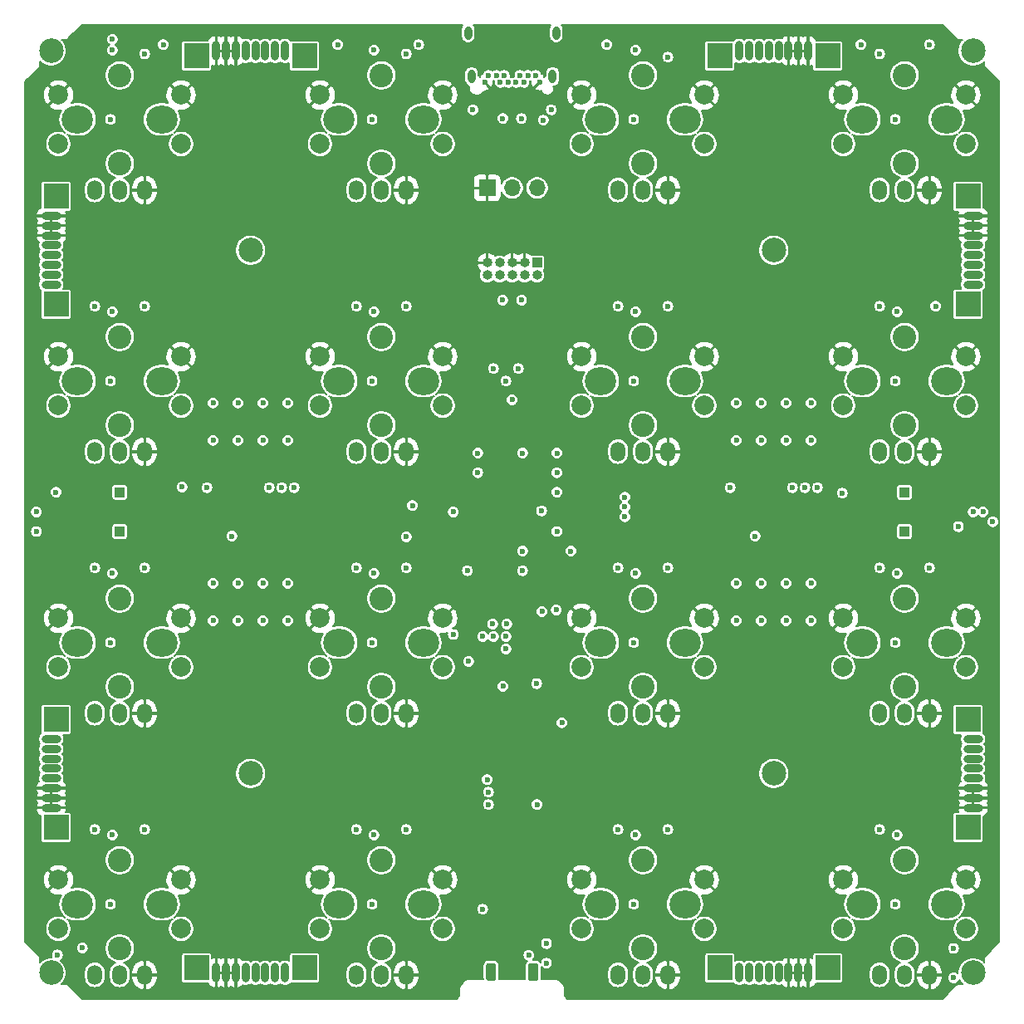
<source format=gbr>
G04 #@! TF.GenerationSoftware,KiCad,Pcbnew,(5.1.5)-3*
G04 #@! TF.CreationDate,2020-04-06T16:24:00+02:00*
G04 #@! TF.ProjectId,PO16_BU16,504f3136-5f42-4553-9136-2e6b69636164,rev?*
G04 #@! TF.SameCoordinates,Original*
G04 #@! TF.FileFunction,Copper,L2,Inr*
G04 #@! TF.FilePolarity,Positive*
%FSLAX46Y46*%
G04 Gerber Fmt 4.6, Leading zero omitted, Abs format (unit mm)*
G04 Created by KiCad (PCBNEW (5.1.5)-3) date 2020-04-06 16:24:00*
%MOMM*%
%LPD*%
G04 APERTURE LIST*
%ADD10C,2.500000*%
%ADD11C,2.400000*%
%ADD12C,2.000000*%
%ADD13C,0.600000*%
%ADD14O,0.800000X1.400000*%
%ADD15C,0.100000*%
%ADD16R,1.000000X1.000000*%
%ADD17R,2.500000X2.500000*%
%ADD18O,0.800000X2.000000*%
%ADD19O,3.200000X2.800000*%
%ADD20O,1.500000X2.000000*%
%ADD21O,2.000000X0.800000*%
%ADD22O,1.000000X1.000000*%
%ADD23O,1.700000X1.700000*%
%ADD24R,1.700000X1.700000*%
%ADD25C,0.152400*%
G04 APERTURE END LIST*
D10*
X73330000Y-126670000D03*
X126670000Y-126670000D03*
X126670000Y-73330000D03*
X73330000Y-73330000D03*
X53000000Y-147000000D03*
X147000000Y-147000000D03*
X147000000Y-53000000D03*
X53000000Y-53000000D03*
D11*
X113335000Y-91165000D03*
X113335000Y-82165000D03*
D12*
X107085000Y-89165000D03*
X119585000Y-84165000D03*
X119585000Y-89165000D03*
X107085000Y-84165000D03*
D13*
X102400000Y-55510000D03*
X101600000Y-55510000D03*
X100800000Y-55510000D03*
X99200000Y-55510000D03*
X98400000Y-55510000D03*
X97600000Y-55510000D03*
X102800000Y-56210000D03*
X101200000Y-56210000D03*
X100400000Y-56210000D03*
X99600000Y-56210000D03*
X98800000Y-56210000D03*
X97200000Y-56210000D03*
D14*
X104490000Y-51160000D03*
X95510000Y-51160000D03*
X95870000Y-55610000D03*
X104130000Y-55610000D03*
G04 #@! TA.AperFunction,ViaPad*
D15*
G36*
X98124504Y-146001204D02*
G01*
X98148773Y-146004804D01*
X98172571Y-146010765D01*
X98195671Y-146019030D01*
X98217849Y-146029520D01*
X98238893Y-146042133D01*
X98258598Y-146056747D01*
X98276777Y-146073223D01*
X98293253Y-146091402D01*
X98307867Y-146111107D01*
X98320480Y-146132151D01*
X98330970Y-146154329D01*
X98339235Y-146177429D01*
X98345196Y-146201227D01*
X98348796Y-146225496D01*
X98350000Y-146250000D01*
X98350000Y-147550000D01*
X98348796Y-147574504D01*
X98345196Y-147598773D01*
X98339235Y-147622571D01*
X98330970Y-147645671D01*
X98320480Y-147667849D01*
X98307867Y-147688893D01*
X98293253Y-147708598D01*
X98276777Y-147726777D01*
X98258598Y-147743253D01*
X98238893Y-147757867D01*
X98217849Y-147770480D01*
X98195671Y-147780970D01*
X98172571Y-147789235D01*
X98148773Y-147795196D01*
X98124504Y-147798796D01*
X98100000Y-147800000D01*
X97600000Y-147800000D01*
X97575496Y-147798796D01*
X97551227Y-147795196D01*
X97527429Y-147789235D01*
X97504329Y-147780970D01*
X97482151Y-147770480D01*
X97461107Y-147757867D01*
X97441402Y-147743253D01*
X97423223Y-147726777D01*
X97406747Y-147708598D01*
X97392133Y-147688893D01*
X97379520Y-147667849D01*
X97369030Y-147645671D01*
X97360765Y-147622571D01*
X97354804Y-147598773D01*
X97351204Y-147574504D01*
X97350000Y-147550000D01*
X97350000Y-146250000D01*
X97351204Y-146225496D01*
X97354804Y-146201227D01*
X97360765Y-146177429D01*
X97369030Y-146154329D01*
X97379520Y-146132151D01*
X97392133Y-146111107D01*
X97406747Y-146091402D01*
X97423223Y-146073223D01*
X97441402Y-146056747D01*
X97461107Y-146042133D01*
X97482151Y-146029520D01*
X97504329Y-146019030D01*
X97527429Y-146010765D01*
X97551227Y-146004804D01*
X97575496Y-146001204D01*
X97600000Y-146000000D01*
X98100000Y-146000000D01*
X98124504Y-146001204D01*
G37*
G04 #@! TD.AperFunction*
G04 #@! TA.AperFunction,ViaPad*
G36*
X102424504Y-146001204D02*
G01*
X102448773Y-146004804D01*
X102472571Y-146010765D01*
X102495671Y-146019030D01*
X102517849Y-146029520D01*
X102538893Y-146042133D01*
X102558598Y-146056747D01*
X102576777Y-146073223D01*
X102593253Y-146091402D01*
X102607867Y-146111107D01*
X102620480Y-146132151D01*
X102630970Y-146154329D01*
X102639235Y-146177429D01*
X102645196Y-146201227D01*
X102648796Y-146225496D01*
X102650000Y-146250000D01*
X102650000Y-147550000D01*
X102648796Y-147574504D01*
X102645196Y-147598773D01*
X102639235Y-147622571D01*
X102630970Y-147645671D01*
X102620480Y-147667849D01*
X102607867Y-147688893D01*
X102593253Y-147708598D01*
X102576777Y-147726777D01*
X102558598Y-147743253D01*
X102538893Y-147757867D01*
X102517849Y-147770480D01*
X102495671Y-147780970D01*
X102472571Y-147789235D01*
X102448773Y-147795196D01*
X102424504Y-147798796D01*
X102400000Y-147800000D01*
X101900000Y-147800000D01*
X101875496Y-147798796D01*
X101851227Y-147795196D01*
X101827429Y-147789235D01*
X101804329Y-147780970D01*
X101782151Y-147770480D01*
X101761107Y-147757867D01*
X101741402Y-147743253D01*
X101723223Y-147726777D01*
X101706747Y-147708598D01*
X101692133Y-147688893D01*
X101679520Y-147667849D01*
X101669030Y-147645671D01*
X101660765Y-147622571D01*
X101654804Y-147598773D01*
X101651204Y-147574504D01*
X101650000Y-147550000D01*
X101650000Y-146250000D01*
X101651204Y-146225496D01*
X101654804Y-146201227D01*
X101660765Y-146177429D01*
X101669030Y-146154329D01*
X101679520Y-146132151D01*
X101692133Y-146111107D01*
X101706747Y-146091402D01*
X101723223Y-146073223D01*
X101741402Y-146056747D01*
X101761107Y-146042133D01*
X101782151Y-146029520D01*
X101804329Y-146019030D01*
X101827429Y-146010765D01*
X101851227Y-146004804D01*
X101875496Y-146001204D01*
X101900000Y-146000000D01*
X102400000Y-146000000D01*
X102424504Y-146001204D01*
G37*
G04 #@! TD.AperFunction*
D16*
X140000000Y-102000000D03*
X60000000Y-102000000D03*
X140000000Y-98000000D03*
X60000000Y-98000000D03*
D17*
X132170000Y-146490000D03*
X121170000Y-146490000D03*
D18*
X123170000Y-146990000D03*
X124170000Y-146990000D03*
X125170000Y-146990000D03*
X126170000Y-146990000D03*
X127170000Y-146990000D03*
X128170000Y-146990000D03*
X129170000Y-146990000D03*
X130170000Y-146990000D03*
D19*
X64295000Y-140005000D03*
X55695000Y-140005000D03*
D20*
X62535000Y-147205000D03*
X59995000Y-147205000D03*
X57455000Y-147205000D03*
D17*
X78830000Y-146490000D03*
X67830000Y-146490000D03*
D18*
X69830000Y-146990000D03*
X70830000Y-146990000D03*
X71830000Y-146990000D03*
X72830000Y-146990000D03*
X73830000Y-146990000D03*
X74830000Y-146990000D03*
X75830000Y-146990000D03*
X76830000Y-146990000D03*
D11*
X140005000Y-144505000D03*
X140005000Y-135505000D03*
D12*
X133755000Y-142505000D03*
X146255000Y-137505000D03*
X146255000Y-142505000D03*
X133755000Y-137505000D03*
D11*
X140005000Y-117835000D03*
X140005000Y-108835000D03*
D12*
X133755000Y-115835000D03*
X146255000Y-110835000D03*
X146255000Y-115835000D03*
X133755000Y-110835000D03*
D11*
X140005000Y-91165000D03*
X140005000Y-82165000D03*
D12*
X133755000Y-89165000D03*
X146255000Y-84165000D03*
X146255000Y-89165000D03*
X133755000Y-84165000D03*
D11*
X140005000Y-64495000D03*
X140005000Y-55495000D03*
D12*
X133755000Y-62495000D03*
X146255000Y-57495000D03*
X146255000Y-62495000D03*
X133755000Y-57495000D03*
D11*
X113335000Y-144505000D03*
X113335000Y-135505000D03*
D12*
X107085000Y-142505000D03*
X119585000Y-137505000D03*
X119585000Y-142505000D03*
X107085000Y-137505000D03*
D11*
X113335000Y-117835000D03*
X113335000Y-108835000D03*
D12*
X107085000Y-115835000D03*
X119585000Y-110835000D03*
X119585000Y-115835000D03*
X107085000Y-110835000D03*
D11*
X113335000Y-64495000D03*
X113335000Y-55495000D03*
D12*
X107085000Y-62495000D03*
X119585000Y-57495000D03*
X119585000Y-62495000D03*
X107085000Y-57495000D03*
D11*
X86665000Y-144505000D03*
X86665000Y-135505000D03*
D12*
X80415000Y-142505000D03*
X92915000Y-137505000D03*
X92915000Y-142505000D03*
X80415000Y-137505000D03*
D11*
X86665000Y-117835000D03*
X86665000Y-108835000D03*
D12*
X80415000Y-115835000D03*
X92915000Y-110835000D03*
X92915000Y-115835000D03*
X80415000Y-110835000D03*
D11*
X86665000Y-91165000D03*
X86665000Y-82165000D03*
D12*
X80415000Y-89165000D03*
X92915000Y-84165000D03*
X92915000Y-89165000D03*
X80415000Y-84165000D03*
D11*
X86665000Y-64495000D03*
X86665000Y-55495000D03*
D12*
X80415000Y-62495000D03*
X92915000Y-57495000D03*
X92915000Y-62495000D03*
X80415000Y-57495000D03*
D11*
X59995000Y-144505000D03*
X59995000Y-135505000D03*
D12*
X53745000Y-142505000D03*
X66245000Y-137505000D03*
X66245000Y-142505000D03*
X53745000Y-137505000D03*
D11*
X59995000Y-117835000D03*
X59995000Y-108835000D03*
D12*
X53745000Y-115835000D03*
X66245000Y-110835000D03*
X66245000Y-115835000D03*
X53745000Y-110835000D03*
D11*
X59995000Y-91165000D03*
X59995000Y-82165000D03*
D12*
X53745000Y-89165000D03*
X66245000Y-84165000D03*
X66245000Y-89165000D03*
X53745000Y-84165000D03*
D11*
X59995000Y-64495000D03*
X59995000Y-55495000D03*
D12*
X53745000Y-62495000D03*
X66245000Y-57495000D03*
X66245000Y-62495000D03*
X53745000Y-57495000D03*
D19*
X144305000Y-140005000D03*
X135705000Y-140005000D03*
D20*
X142545000Y-147205000D03*
X140005000Y-147205000D03*
X137465000Y-147205000D03*
D19*
X144305000Y-113335000D03*
X135705000Y-113335000D03*
D20*
X142545000Y-120535000D03*
X140005000Y-120535000D03*
X137465000Y-120535000D03*
D19*
X144305000Y-86665000D03*
X135705000Y-86665000D03*
D20*
X142545000Y-93865000D03*
X140005000Y-93865000D03*
X137465000Y-93865000D03*
D19*
X144305000Y-59995000D03*
X135705000Y-59995000D03*
D20*
X142545000Y-67195000D03*
X140005000Y-67195000D03*
X137465000Y-67195000D03*
D19*
X117635000Y-140005000D03*
X109035000Y-140005000D03*
D20*
X115875000Y-147205000D03*
X113335000Y-147205000D03*
X110795000Y-147205000D03*
D19*
X117635000Y-113335000D03*
X109035000Y-113335000D03*
D20*
X115875000Y-120535000D03*
X113335000Y-120535000D03*
X110795000Y-120535000D03*
D19*
X117635000Y-86665000D03*
X109035000Y-86665000D03*
D20*
X115875000Y-93865000D03*
X113335000Y-93865000D03*
X110795000Y-93865000D03*
D19*
X117635000Y-59995000D03*
X109035000Y-59995000D03*
D20*
X115875000Y-67195000D03*
X113335000Y-67195000D03*
X110795000Y-67195000D03*
D19*
X90965000Y-140005000D03*
X82365000Y-140005000D03*
D20*
X89205000Y-147205000D03*
X86665000Y-147205000D03*
X84125000Y-147205000D03*
D19*
X90965000Y-113335000D03*
X82365000Y-113335000D03*
D20*
X89205000Y-120535000D03*
X86665000Y-120535000D03*
X84125000Y-120535000D03*
D19*
X90965000Y-86665000D03*
X82365000Y-86665000D03*
D20*
X89205000Y-93865000D03*
X86665000Y-93865000D03*
X84125000Y-93865000D03*
D19*
X90965000Y-59995000D03*
X82365000Y-59995000D03*
D20*
X89205000Y-67195000D03*
X86665000Y-67195000D03*
X84125000Y-67195000D03*
D19*
X64295000Y-113335000D03*
X55695000Y-113335000D03*
D20*
X62535000Y-120535000D03*
X59995000Y-120535000D03*
X57455000Y-120535000D03*
D19*
X64295000Y-86665000D03*
X55695000Y-86665000D03*
D20*
X62535000Y-93865000D03*
X59995000Y-93865000D03*
X57455000Y-93865000D03*
D19*
X64295000Y-59995000D03*
X55695000Y-59995000D03*
D20*
X62535000Y-67195000D03*
X59995000Y-67195000D03*
X57455000Y-67195000D03*
D17*
X146490000Y-121170000D03*
X146490000Y-132170000D03*
D21*
X146990000Y-130170000D03*
X146990000Y-129170000D03*
X146990000Y-128170000D03*
X146990000Y-127170000D03*
X146990000Y-126170000D03*
X146990000Y-125170000D03*
X146990000Y-124170000D03*
X146990000Y-123170000D03*
D17*
X146490000Y-67830000D03*
X146490000Y-78830000D03*
D21*
X146990000Y-76830000D03*
X146990000Y-75830000D03*
X146990000Y-74830000D03*
X146990000Y-73830000D03*
X146990000Y-72830000D03*
X146990000Y-71830000D03*
X146990000Y-70830000D03*
X146990000Y-69830000D03*
D17*
X121170000Y-53510000D03*
X132170000Y-53510000D03*
D18*
X130170000Y-53010000D03*
X129170000Y-53010000D03*
X128170000Y-53010000D03*
X127170000Y-53010000D03*
X126170000Y-53010000D03*
X125170000Y-53010000D03*
X124170000Y-53010000D03*
X123170000Y-53010000D03*
D17*
X67830000Y-53510000D03*
X78830000Y-53510000D03*
D18*
X76830000Y-53010000D03*
X75830000Y-53010000D03*
X74830000Y-53010000D03*
X73830000Y-53010000D03*
X72830000Y-53010000D03*
X71830000Y-53010000D03*
X70830000Y-53010000D03*
X69830000Y-53010000D03*
D17*
X53510000Y-132170000D03*
X53510000Y-121170000D03*
D21*
X53010000Y-123170000D03*
X53010000Y-124170000D03*
X53010000Y-125170000D03*
X53010000Y-126170000D03*
X53010000Y-127170000D03*
X53010000Y-128170000D03*
X53010000Y-129170000D03*
X53010000Y-130170000D03*
D17*
X53510000Y-78830000D03*
X53510000Y-67830000D03*
D21*
X53010000Y-69830000D03*
X53010000Y-70830000D03*
X53010000Y-71830000D03*
X53010000Y-72830000D03*
X53010000Y-73830000D03*
X53010000Y-74830000D03*
X53010000Y-75830000D03*
X53010000Y-76830000D03*
D22*
X97460000Y-75870000D03*
X97460000Y-74600000D03*
X98730000Y-75870000D03*
X98730000Y-74600000D03*
X100000000Y-75870000D03*
X100000000Y-74600000D03*
X101270000Y-75870000D03*
X101270000Y-74600000D03*
X102540000Y-75870000D03*
D16*
X102540000Y-74600000D03*
D23*
X102540000Y-66980000D03*
X100000000Y-66980000D03*
D24*
X97460000Y-66980000D03*
D13*
X122860000Y-94587500D03*
X125400000Y-94587500D03*
X127940000Y-94587500D03*
X130480000Y-94587500D03*
X122860000Y-105412500D03*
X125400000Y-105412500D03*
X127940000Y-105412500D03*
X130480000Y-105412500D03*
X69520000Y-105412500D03*
X72060000Y-105412500D03*
X74600000Y-105412500D03*
X77140000Y-105412500D03*
X77775000Y-102475000D03*
X76505000Y-102475000D03*
X75235000Y-102475000D03*
X69520000Y-94587500D03*
X72060000Y-94587500D03*
X74600000Y-94587500D03*
X77140000Y-94587500D03*
X103600000Y-115240000D03*
X60745000Y-131835000D03*
X87415000Y-131835000D03*
X114085000Y-131835000D03*
X140755000Y-131835000D03*
X60745000Y-78495000D03*
X87415000Y-78495000D03*
X114085000Y-78495000D03*
X140755000Y-78495000D03*
X60745000Y-105165000D03*
X87415000Y-105165000D03*
X114085000Y-105165000D03*
X140755000Y-105165000D03*
X128575000Y-102475000D03*
X129845000Y-102475000D03*
X131115000Y-102475000D03*
X87415000Y-51825000D03*
X137465000Y-51437500D03*
X140755000Y-51825000D03*
X62535000Y-51437500D03*
X66345000Y-102540000D03*
X98300000Y-145200000D03*
X97460000Y-126035000D03*
X97460000Y-124765000D03*
X97460000Y-123495000D03*
X97460000Y-120955000D03*
X102540000Y-128575000D03*
X102540000Y-127305000D03*
X102540000Y-126035000D03*
X102540000Y-124765016D03*
X102540000Y-122225000D03*
X100937500Y-117780000D03*
X95437500Y-98000000D03*
X101062500Y-96000000D03*
X106000000Y-96000000D03*
X102937500Y-94000000D03*
X94000000Y-95000000D03*
X97062500Y-98000000D03*
X98000000Y-99900000D03*
X95437500Y-102000000D03*
X98937500Y-104000000D03*
X98937500Y-106000000D03*
X94000000Y-104000000D03*
X133655000Y-101905000D03*
X104562500Y-106000000D03*
X106000000Y-102000000D03*
X102937500Y-98000000D03*
X106000000Y-98000000D03*
X96000010Y-58000000D03*
X104000000Y-58000000D03*
X114085000Y-51825000D03*
X110795000Y-51437500D03*
X103175000Y-61900000D03*
X97000000Y-140500000D03*
X59245000Y-132935000D03*
X85915000Y-132935000D03*
X112585000Y-132935000D03*
X139255000Y-132935000D03*
X59245000Y-79595000D03*
X85915000Y-79595000D03*
X112585000Y-79595000D03*
X139255000Y-79595000D03*
X59245000Y-106265000D03*
X85915000Y-106265000D03*
X112585000Y-106265000D03*
X139255000Y-106265000D03*
X59057500Y-59995000D03*
X85727500Y-59995000D03*
X112397500Y-59995000D03*
X139067500Y-59995000D03*
X59057500Y-86665000D03*
X85727500Y-86665000D03*
X112397500Y-86665000D03*
X139067500Y-86665000D03*
X59057500Y-113335000D03*
X85727500Y-113335000D03*
X112397500Y-113335000D03*
X139067500Y-113335000D03*
X59057500Y-140005000D03*
X85727500Y-140005000D03*
X112397500Y-140005000D03*
X139067500Y-140005000D03*
X137465000Y-53312500D03*
X62535000Y-53312500D03*
X122225000Y-97525000D03*
X68885000Y-97525000D03*
X66345000Y-97460000D03*
X59245000Y-52925000D03*
X133655000Y-98095000D03*
X101062500Y-104000000D03*
X112585000Y-52925000D03*
X89205000Y-53312500D03*
X85915000Y-52925000D03*
X72060000Y-92712500D03*
X74600000Y-92712500D03*
X69520000Y-92712500D03*
X77140000Y-92712500D03*
X69520000Y-107287500D03*
X77140000Y-107287500D03*
X72060000Y-107287500D03*
X74600000Y-107287500D03*
X125400000Y-92712500D03*
X127940000Y-92712500D03*
X122860000Y-92712500D03*
X130480000Y-92712500D03*
X122860000Y-107287500D03*
X130480000Y-107287500D03*
X125400000Y-107287500D03*
X127940000Y-107287500D03*
X99032500Y-78410000D03*
X100967500Y-78410000D03*
X97460000Y-127305000D03*
X102540000Y-129845000D03*
X105080000Y-121500000D03*
X99062500Y-117780000D03*
X98005000Y-111430000D03*
X104562500Y-96000000D03*
X95437500Y-106000000D03*
X101062500Y-106000000D03*
X104562500Y-102000000D03*
X106000000Y-104000000D03*
X94000000Y-112500000D03*
X104562500Y-94000000D03*
X104562500Y-98000000D03*
X96499991Y-93999991D03*
X96499981Y-96000019D03*
X101062500Y-94000000D03*
X64440000Y-52375000D03*
X82220000Y-52375000D03*
X109652000Y-52375000D03*
X90475000Y-52375008D03*
X62535000Y-132385000D03*
X84125000Y-132385000D03*
X135560000Y-52375000D03*
X115875000Y-53645010D03*
X89205000Y-132385000D03*
X110795000Y-132385000D03*
X57455000Y-79045000D03*
X142545000Y-52375000D03*
X115875000Y-132385000D03*
X137465000Y-132385000D03*
X62535000Y-79045000D03*
X84125000Y-79045000D03*
X62535000Y-105715000D03*
X84125000Y-105715000D03*
X89205000Y-105715000D03*
X110795000Y-105715000D03*
X115875000Y-105715000D03*
X137465000Y-105715000D03*
X57455000Y-132385000D03*
X142545000Y-105715000D03*
X99050000Y-59900000D03*
X100950000Y-59900000D03*
X103174980Y-60062500D03*
X99999999Y-88569999D03*
X99365000Y-86665000D03*
X100635000Y-85395000D03*
X56185000Y-144450000D03*
X53645000Y-145175000D03*
X145000000Y-147500000D03*
X145000024Y-144500000D03*
X103500000Y-146000000D03*
X103500000Y-144000000D03*
X96000000Y-59000000D03*
X104000000Y-59000000D03*
X51500018Y-102000018D03*
X51500000Y-100000000D03*
X53500000Y-98000000D03*
X149000000Y-101000000D03*
X148000000Y-100000018D03*
X104500000Y-110000000D03*
X103049989Y-110160000D03*
X147000000Y-100000000D03*
X145500000Y-101500000D03*
X103000003Y-99900000D03*
X128575000Y-97525000D03*
X75235000Y-97525000D03*
X111500000Y-100500000D03*
X129845000Y-97525000D03*
X76505000Y-97525000D03*
X111500000Y-99500000D03*
X131115000Y-97525000D03*
X77775000Y-97525000D03*
X111500000Y-98500000D03*
X71425000Y-102475000D03*
X89840000Y-99365000D03*
X124765000Y-102475000D03*
X89205000Y-102540000D03*
X99455010Y-111430000D03*
X98095000Y-112700000D03*
X97000000Y-112700000D03*
X99365000Y-112700000D03*
X99365000Y-113970000D03*
X95555016Y-115240000D03*
X94000000Y-100000000D03*
X89205000Y-79045000D03*
X110795000Y-79045000D03*
X115875000Y-79045000D03*
X137465000Y-79045000D03*
X57455000Y-105715000D03*
X143180000Y-79045000D03*
X101700000Y-145200000D03*
X98095000Y-85395000D03*
X72060000Y-88902500D03*
X74600000Y-88902500D03*
X69520000Y-88902500D03*
X77140000Y-88902500D03*
X69520000Y-111097500D03*
X77140000Y-111097500D03*
X72060000Y-111097500D03*
X74600000Y-111097500D03*
X125400000Y-88902500D03*
X127940000Y-88902500D03*
X122860000Y-88902500D03*
X130480000Y-88902500D03*
X122860000Y-111097500D03*
X130480000Y-111097500D03*
X125400000Y-111097500D03*
X127940000Y-111097500D03*
X97589999Y-129845000D03*
X97589999Y-128575000D03*
X102500000Y-117500000D03*
X59245000Y-51825000D03*
D25*
G36*
X94899924Y-50452360D02*
G01*
X94832119Y-50579213D01*
X94790365Y-50716856D01*
X94779800Y-50824128D01*
X94779800Y-51495871D01*
X94790365Y-51603143D01*
X94832119Y-51740786D01*
X94899923Y-51867639D01*
X94991172Y-51978827D01*
X95102360Y-52070077D01*
X95229213Y-52137881D01*
X95366856Y-52179635D01*
X95510000Y-52193733D01*
X95653143Y-52179635D01*
X95790786Y-52137881D01*
X95917639Y-52070077D01*
X96028827Y-51978828D01*
X96120077Y-51867640D01*
X96187881Y-51740787D01*
X96229635Y-51603144D01*
X96240200Y-51495872D01*
X96240200Y-50824128D01*
X96229635Y-50716856D01*
X96187881Y-50579213D01*
X96120077Y-50452360D01*
X96040340Y-50355200D01*
X103959661Y-50355200D01*
X103879924Y-50452360D01*
X103812119Y-50579213D01*
X103770365Y-50716856D01*
X103759800Y-50824128D01*
X103759800Y-51495871D01*
X103770365Y-51603143D01*
X103812119Y-51740786D01*
X103879923Y-51867639D01*
X103971172Y-51978827D01*
X104082360Y-52070077D01*
X104209213Y-52137881D01*
X104346856Y-52179635D01*
X104490000Y-52193733D01*
X104633143Y-52179635D01*
X104770786Y-52137881D01*
X104897639Y-52070077D01*
X105008827Y-51978828D01*
X105100077Y-51867640D01*
X105167881Y-51740787D01*
X105209635Y-51603144D01*
X105220200Y-51495872D01*
X105220200Y-50824128D01*
X105209635Y-50716856D01*
X105167881Y-50579213D01*
X105100077Y-50452360D01*
X105020340Y-50355200D01*
X143852872Y-50355200D01*
X145236505Y-51738834D01*
X145247621Y-51752379D01*
X145261166Y-51763495D01*
X145261169Y-51763498D01*
X145301706Y-51796766D01*
X145338671Y-51816524D01*
X145363413Y-51829749D01*
X145430369Y-51850060D01*
X145482557Y-51855200D01*
X145482566Y-51855200D01*
X145499999Y-51856917D01*
X145517432Y-51855200D01*
X145910059Y-51855200D01*
X145772578Y-51992681D01*
X145599645Y-52251495D01*
X145480526Y-52539073D01*
X145419800Y-52844364D01*
X145419800Y-53155636D01*
X145480526Y-53460927D01*
X145599645Y-53748505D01*
X145772578Y-54007319D01*
X145992681Y-54227422D01*
X146251495Y-54400355D01*
X146539073Y-54519474D01*
X146844364Y-54580200D01*
X147155636Y-54580200D01*
X147460927Y-54519474D01*
X147748505Y-54400355D01*
X148007319Y-54227422D01*
X148144801Y-54089940D01*
X148144801Y-54482557D01*
X148143083Y-54500000D01*
X148144801Y-54517442D01*
X148144801Y-54517443D01*
X148149941Y-54569631D01*
X148151954Y-54576267D01*
X148170251Y-54636586D01*
X148203234Y-54698293D01*
X148236502Y-54738830D01*
X148236506Y-54738834D01*
X148247622Y-54752379D01*
X148261167Y-54763495D01*
X149644800Y-56147129D01*
X149644801Y-143852870D01*
X148261168Y-145236504D01*
X148247621Y-145247622D01*
X148236505Y-145261167D01*
X148236502Y-145261170D01*
X148203234Y-145301707D01*
X148170252Y-145363413D01*
X148170251Y-145363414D01*
X148149940Y-145430370D01*
X148144800Y-145482558D01*
X148144800Y-145482567D01*
X148143083Y-145500000D01*
X148144800Y-145517433D01*
X148144800Y-145910059D01*
X148007319Y-145772578D01*
X147748505Y-145599645D01*
X147460927Y-145480526D01*
X147155636Y-145419800D01*
X146844364Y-145419800D01*
X146539073Y-145480526D01*
X146251495Y-145599645D01*
X145992681Y-145772578D01*
X145772578Y-145992681D01*
X145599645Y-146251495D01*
X145480526Y-146539073D01*
X145419800Y-146844364D01*
X145419800Y-147028563D01*
X145401729Y-147010492D01*
X145298512Y-146941524D01*
X145183822Y-146894018D01*
X145062069Y-146869800D01*
X144937931Y-146869800D01*
X144816178Y-146894018D01*
X144701488Y-146941524D01*
X144598271Y-147010492D01*
X144510492Y-147098271D01*
X144441524Y-147201488D01*
X144394018Y-147316178D01*
X144369800Y-147437931D01*
X144369800Y-147562069D01*
X144394018Y-147683822D01*
X144441524Y-147798512D01*
X144510492Y-147901729D01*
X144598271Y-147989508D01*
X144701488Y-148058476D01*
X144816178Y-148105982D01*
X144937931Y-148130200D01*
X145062069Y-148130200D01*
X145183822Y-148105982D01*
X145298512Y-148058476D01*
X145401729Y-147989508D01*
X145489508Y-147901729D01*
X145558476Y-147798512D01*
X145589417Y-147723813D01*
X145599645Y-147748505D01*
X145772578Y-148007319D01*
X145910059Y-148144800D01*
X145517432Y-148144800D01*
X145499999Y-148143083D01*
X145482566Y-148144800D01*
X145482557Y-148144800D01*
X145430369Y-148149940D01*
X145363413Y-148170251D01*
X145301706Y-148203234D01*
X145261169Y-148236502D01*
X145261166Y-148236505D01*
X145247621Y-148247621D01*
X145236505Y-148261166D01*
X143852872Y-149644800D01*
X105647129Y-149644800D01*
X105355200Y-149352872D01*
X105355200Y-148517433D01*
X105356917Y-148500000D01*
X105355200Y-148482567D01*
X105355200Y-148482557D01*
X105350060Y-148430369D01*
X105329749Y-148363413D01*
X105311755Y-148329749D01*
X105296766Y-148301706D01*
X105263498Y-148261169D01*
X105263495Y-148261166D01*
X105252379Y-148247621D01*
X105238834Y-148236505D01*
X104763500Y-147761172D01*
X104752379Y-147747621D01*
X104698293Y-147703234D01*
X104636587Y-147670251D01*
X104569631Y-147649940D01*
X104517443Y-147644800D01*
X104517433Y-147644800D01*
X104500000Y-147643083D01*
X104482567Y-147644800D01*
X102972460Y-147644800D01*
X102981797Y-147550000D01*
X102981797Y-146901940D01*
X109714800Y-146901940D01*
X109714800Y-147508061D01*
X109730430Y-147666756D01*
X109792197Y-147870375D01*
X109892502Y-148058030D01*
X110027489Y-148222512D01*
X110191971Y-148357499D01*
X110379626Y-148457803D01*
X110583245Y-148519570D01*
X110795000Y-148540426D01*
X111006756Y-148519570D01*
X111210375Y-148457803D01*
X111398030Y-148357499D01*
X111562512Y-148222512D01*
X111697499Y-148058030D01*
X111797803Y-147870374D01*
X111859570Y-147666755D01*
X111875200Y-147508060D01*
X111875200Y-146901939D01*
X111859570Y-146743244D01*
X111797803Y-146539625D01*
X111697499Y-146351970D01*
X111562512Y-146187488D01*
X111398030Y-146052501D01*
X111210374Y-145952197D01*
X111006755Y-145890430D01*
X110795000Y-145869574D01*
X110583244Y-145890430D01*
X110379625Y-145952197D01*
X110191970Y-146052501D01*
X110027488Y-146187488D01*
X109892501Y-146351970D01*
X109792197Y-146539626D01*
X109730430Y-146743245D01*
X109714800Y-146901940D01*
X102981797Y-146901940D01*
X102981797Y-146358784D01*
X103010492Y-146401729D01*
X103098271Y-146489508D01*
X103201488Y-146558476D01*
X103316178Y-146605982D01*
X103437931Y-146630200D01*
X103562069Y-146630200D01*
X103683822Y-146605982D01*
X103798512Y-146558476D01*
X103901729Y-146489508D01*
X103989508Y-146401729D01*
X104058476Y-146298512D01*
X104105982Y-146183822D01*
X104130200Y-146062069D01*
X104130200Y-145937931D01*
X104105982Y-145816178D01*
X104058476Y-145701488D01*
X103989508Y-145598271D01*
X103901729Y-145510492D01*
X103798512Y-145441524D01*
X103683822Y-145394018D01*
X103562069Y-145369800D01*
X103437931Y-145369800D01*
X103316178Y-145394018D01*
X103201488Y-145441524D01*
X103098271Y-145510492D01*
X103010492Y-145598271D01*
X102941524Y-145701488D01*
X102894018Y-145816178D01*
X102874308Y-145915269D01*
X102811393Y-145838607D01*
X102723229Y-145766253D01*
X102622644Y-145712490D01*
X102513503Y-145679382D01*
X102400000Y-145668203D01*
X102123034Y-145668203D01*
X102189508Y-145601729D01*
X102258476Y-145498512D01*
X102305982Y-145383822D01*
X102330200Y-145262069D01*
X102330200Y-145137931D01*
X102305982Y-145016178D01*
X102258476Y-144901488D01*
X102189508Y-144798271D01*
X102101729Y-144710492D01*
X101998512Y-144641524D01*
X101883822Y-144594018D01*
X101762069Y-144569800D01*
X101637931Y-144569800D01*
X101516178Y-144594018D01*
X101401488Y-144641524D01*
X101298271Y-144710492D01*
X101210492Y-144798271D01*
X101141524Y-144901488D01*
X101094018Y-145016178D01*
X101069800Y-145137931D01*
X101069800Y-145262069D01*
X101094018Y-145383822D01*
X101141524Y-145498512D01*
X101210492Y-145601729D01*
X101298271Y-145689508D01*
X101401488Y-145758476D01*
X101516178Y-145805982D01*
X101525984Y-145807933D01*
X101488607Y-145838607D01*
X101416253Y-145926771D01*
X101362490Y-146027356D01*
X101329382Y-146136497D01*
X101318203Y-146250000D01*
X101318203Y-147550000D01*
X101327540Y-147644800D01*
X98672460Y-147644800D01*
X98681797Y-147550000D01*
X98681797Y-146250000D01*
X98670618Y-146136497D01*
X98637510Y-146027356D01*
X98583747Y-145926771D01*
X98511393Y-145838607D01*
X98423229Y-145766253D01*
X98322644Y-145712490D01*
X98213503Y-145679382D01*
X98100000Y-145668203D01*
X97600000Y-145668203D01*
X97486497Y-145679382D01*
X97377356Y-145712490D01*
X97276771Y-145766253D01*
X97188607Y-145838607D01*
X97116253Y-145926771D01*
X97062490Y-146027356D01*
X97029382Y-146136497D01*
X97018203Y-146250000D01*
X97018203Y-147550000D01*
X97027540Y-147644800D01*
X95517433Y-147644800D01*
X95500000Y-147643083D01*
X95482567Y-147644800D01*
X95482557Y-147644800D01*
X95430369Y-147649940D01*
X95363413Y-147670251D01*
X95301706Y-147703234D01*
X95261169Y-147736502D01*
X95261166Y-147736505D01*
X95247621Y-147747621D01*
X95236505Y-147761166D01*
X94761167Y-148236505D01*
X94747621Y-148247622D01*
X94736505Y-148261167D01*
X94736502Y-148261170D01*
X94703234Y-148301707D01*
X94673413Y-148357499D01*
X94670251Y-148363414D01*
X94649940Y-148430370D01*
X94644800Y-148482558D01*
X94644800Y-148482567D01*
X94643083Y-148500000D01*
X94644800Y-148517433D01*
X94644801Y-149352870D01*
X94352872Y-149644800D01*
X56147129Y-149644800D01*
X54763497Y-148261169D01*
X54752379Y-148247621D01*
X54698293Y-148203234D01*
X54636587Y-148170251D01*
X54569631Y-148149940D01*
X54517443Y-148144800D01*
X54517433Y-148144800D01*
X54500000Y-148143083D01*
X54482567Y-148144800D01*
X54089941Y-148144800D01*
X54227422Y-148007319D01*
X54400355Y-147748505D01*
X54519474Y-147460927D01*
X54580200Y-147155636D01*
X54580200Y-146901940D01*
X56374800Y-146901940D01*
X56374800Y-147508061D01*
X56390430Y-147666756D01*
X56452197Y-147870375D01*
X56552502Y-148058030D01*
X56687489Y-148222512D01*
X56851971Y-148357499D01*
X57039626Y-148457803D01*
X57243245Y-148519570D01*
X57455000Y-148540426D01*
X57666756Y-148519570D01*
X57870375Y-148457803D01*
X58058030Y-148357499D01*
X58222512Y-148222512D01*
X58357499Y-148058030D01*
X58457803Y-147870374D01*
X58519570Y-147666755D01*
X58535200Y-147508060D01*
X58535200Y-146901939D01*
X58519570Y-146743244D01*
X58457803Y-146539625D01*
X58357499Y-146351970D01*
X58222512Y-146187488D01*
X58058030Y-146052501D01*
X57870374Y-145952197D01*
X57666755Y-145890430D01*
X57455000Y-145869574D01*
X57243244Y-145890430D01*
X57039625Y-145952197D01*
X56851970Y-146052501D01*
X56687488Y-146187488D01*
X56552501Y-146351970D01*
X56452197Y-146539626D01*
X56390430Y-146743245D01*
X56374800Y-146901940D01*
X54580200Y-146901940D01*
X54580200Y-146844364D01*
X54519474Y-146539073D01*
X54400355Y-146251495D01*
X54227422Y-145992681D01*
X54007319Y-145772578D01*
X53946155Y-145731710D01*
X54046729Y-145664508D01*
X54134508Y-145576729D01*
X54203476Y-145473512D01*
X54250982Y-145358822D01*
X54275200Y-145237069D01*
X54275200Y-145112931D01*
X54250982Y-144991178D01*
X54203476Y-144876488D01*
X54134508Y-144773271D01*
X54046729Y-144685492D01*
X53943512Y-144616524D01*
X53828822Y-144569018D01*
X53707069Y-144544800D01*
X53582931Y-144544800D01*
X53461178Y-144569018D01*
X53346488Y-144616524D01*
X53243271Y-144685492D01*
X53155492Y-144773271D01*
X53086524Y-144876488D01*
X53039018Y-144991178D01*
X53014800Y-145112931D01*
X53014800Y-145237069D01*
X53039018Y-145358822D01*
X53064276Y-145419800D01*
X52844364Y-145419800D01*
X52539073Y-145480526D01*
X52251495Y-145599645D01*
X51992681Y-145772578D01*
X51855200Y-145910059D01*
X51855200Y-145517432D01*
X51856917Y-145499999D01*
X51855200Y-145482566D01*
X51855200Y-145482557D01*
X51850060Y-145430369D01*
X51829749Y-145363413D01*
X51796767Y-145301708D01*
X51796766Y-145301706D01*
X51763498Y-145261169D01*
X51763495Y-145261166D01*
X51752379Y-145247621D01*
X51738834Y-145236505D01*
X50890260Y-144387931D01*
X55554800Y-144387931D01*
X55554800Y-144512069D01*
X55579018Y-144633822D01*
X55626524Y-144748512D01*
X55695492Y-144851729D01*
X55783271Y-144939508D01*
X55886488Y-145008476D01*
X56001178Y-145055982D01*
X56122931Y-145080200D01*
X56247069Y-145080200D01*
X56368822Y-145055982D01*
X56483512Y-145008476D01*
X56586729Y-144939508D01*
X56674508Y-144851729D01*
X56743476Y-144748512D01*
X56790982Y-144633822D01*
X56815200Y-144512069D01*
X56815200Y-144387931D01*
X56808509Y-144354288D01*
X58464800Y-144354288D01*
X58464800Y-144655712D01*
X58523605Y-144951343D01*
X58638954Y-145229822D01*
X58806416Y-145480446D01*
X59019554Y-145693584D01*
X59270178Y-145861046D01*
X59540599Y-145973057D01*
X59391970Y-146052501D01*
X59227488Y-146187488D01*
X59092501Y-146351970D01*
X58992197Y-146539626D01*
X58930430Y-146743245D01*
X58914800Y-146901940D01*
X58914800Y-147508061D01*
X58930430Y-147666756D01*
X58992197Y-147870375D01*
X59092502Y-148058030D01*
X59227489Y-148222512D01*
X59391971Y-148357499D01*
X59579626Y-148457803D01*
X59783245Y-148519570D01*
X59995000Y-148540426D01*
X60206756Y-148519570D01*
X60410375Y-148457803D01*
X60598030Y-148357499D01*
X60762512Y-148222512D01*
X60897499Y-148058030D01*
X60997803Y-147870374D01*
X61059570Y-147666755D01*
X61075200Y-147508060D01*
X61075200Y-147255800D01*
X61200800Y-147255800D01*
X61200800Y-147505800D01*
X61236347Y-147765113D01*
X61321800Y-148012509D01*
X61453876Y-148238480D01*
X61627499Y-148434342D01*
X61835997Y-148592569D01*
X62071357Y-148707080D01*
X62276262Y-148763872D01*
X62484200Y-148642064D01*
X62484200Y-147255800D01*
X62585800Y-147255800D01*
X62585800Y-148642064D01*
X62793738Y-148763872D01*
X62998643Y-148707080D01*
X63234003Y-148592569D01*
X63442501Y-148434342D01*
X63616124Y-148238480D01*
X63748200Y-148012509D01*
X63833653Y-147765113D01*
X63869200Y-147505800D01*
X63869200Y-147255800D01*
X62585800Y-147255800D01*
X62484200Y-147255800D01*
X61200800Y-147255800D01*
X61075200Y-147255800D01*
X61075200Y-146904200D01*
X61200800Y-146904200D01*
X61200800Y-147154200D01*
X62484200Y-147154200D01*
X62484200Y-145767936D01*
X62585800Y-145767936D01*
X62585800Y-147154200D01*
X63869200Y-147154200D01*
X63869200Y-146904200D01*
X63833653Y-146644887D01*
X63748200Y-146397491D01*
X63616124Y-146171520D01*
X63442501Y-145975658D01*
X63234003Y-145817431D01*
X62998643Y-145702920D01*
X62793738Y-145646128D01*
X62585800Y-145767936D01*
X62484200Y-145767936D01*
X62276262Y-145646128D01*
X62071357Y-145702920D01*
X61835997Y-145817431D01*
X61627499Y-145975658D01*
X61453876Y-146171520D01*
X61321800Y-146397491D01*
X61236347Y-146644887D01*
X61200800Y-146904200D01*
X61075200Y-146904200D01*
X61075200Y-146901939D01*
X61059570Y-146743244D01*
X60997803Y-146539625D01*
X60897499Y-146351970D01*
X60762512Y-146187488D01*
X60598030Y-146052501D01*
X60449401Y-145973057D01*
X60719822Y-145861046D01*
X60970446Y-145693584D01*
X61183584Y-145480446D01*
X61344245Y-145240000D01*
X66248203Y-145240000D01*
X66248203Y-147740000D01*
X66254578Y-147804730D01*
X66273460Y-147866973D01*
X66304121Y-147924337D01*
X66345384Y-147974616D01*
X66395663Y-148015879D01*
X66453027Y-148046540D01*
X66515270Y-148065422D01*
X66580000Y-148071797D01*
X68975254Y-148071797D01*
X69039890Y-148179031D01*
X69169986Y-148321856D01*
X69325446Y-148436556D01*
X69500296Y-148518723D01*
X69626068Y-148552840D01*
X69779200Y-148426609D01*
X69779200Y-147040800D01*
X69845800Y-147040800D01*
X69845800Y-147640800D01*
X69874622Y-147831832D01*
X69880800Y-147848964D01*
X69880800Y-148426609D01*
X70033932Y-148552840D01*
X70159704Y-148518723D01*
X70330000Y-148438696D01*
X70500296Y-148518723D01*
X70626068Y-148552840D01*
X70779200Y-148426609D01*
X70779200Y-147848964D01*
X70785378Y-147831832D01*
X70814200Y-147640800D01*
X70814200Y-147040800D01*
X70845800Y-147040800D01*
X70845800Y-147640800D01*
X70874622Y-147831832D01*
X70880800Y-147848964D01*
X70880800Y-148426609D01*
X71033932Y-148552840D01*
X71159704Y-148518723D01*
X71330000Y-148438696D01*
X71500296Y-148518723D01*
X71626068Y-148552840D01*
X71779200Y-148426609D01*
X71779200Y-147848964D01*
X71785378Y-147831832D01*
X71814200Y-147640800D01*
X71814200Y-147040800D01*
X70845800Y-147040800D01*
X70814200Y-147040800D01*
X69845800Y-147040800D01*
X69779200Y-147040800D01*
X69759200Y-147040800D01*
X69759200Y-146939200D01*
X69779200Y-146939200D01*
X69779200Y-146339200D01*
X69845800Y-146339200D01*
X69845800Y-146939200D01*
X70814200Y-146939200D01*
X70814200Y-146339200D01*
X70845800Y-146339200D01*
X70845800Y-146939200D01*
X71814200Y-146939200D01*
X71814200Y-146339200D01*
X71785378Y-146148168D01*
X71779200Y-146131036D01*
X71779200Y-145553391D01*
X71880800Y-145553391D01*
X71880800Y-146939200D01*
X71900800Y-146939200D01*
X71900800Y-147040800D01*
X71880800Y-147040800D01*
X71880800Y-148426609D01*
X72033932Y-148552840D01*
X72159704Y-148518723D01*
X72334554Y-148436556D01*
X72490014Y-148321856D01*
X72542464Y-148264274D01*
X72549213Y-148267881D01*
X72686856Y-148309635D01*
X72830000Y-148323733D01*
X72973143Y-148309635D01*
X73110786Y-148267881D01*
X73237639Y-148200077D01*
X73330000Y-148124279D01*
X73422360Y-148200077D01*
X73549213Y-148267881D01*
X73686856Y-148309635D01*
X73830000Y-148323733D01*
X73973143Y-148309635D01*
X74110786Y-148267881D01*
X74237639Y-148200077D01*
X74330000Y-148124279D01*
X74422360Y-148200077D01*
X74549213Y-148267881D01*
X74686856Y-148309635D01*
X74830000Y-148323733D01*
X74973143Y-148309635D01*
X75110786Y-148267881D01*
X75237639Y-148200077D01*
X75330000Y-148124279D01*
X75422360Y-148200077D01*
X75549213Y-148267881D01*
X75686856Y-148309635D01*
X75830000Y-148323733D01*
X75973143Y-148309635D01*
X76110786Y-148267881D01*
X76237639Y-148200077D01*
X76330000Y-148124279D01*
X76422360Y-148200077D01*
X76549213Y-148267881D01*
X76686856Y-148309635D01*
X76830000Y-148323733D01*
X76973143Y-148309635D01*
X77110786Y-148267881D01*
X77237639Y-148200077D01*
X77348827Y-148108828D01*
X77416130Y-148026819D01*
X77453027Y-148046540D01*
X77515270Y-148065422D01*
X77580000Y-148071797D01*
X80080000Y-148071797D01*
X80144730Y-148065422D01*
X80206973Y-148046540D01*
X80264337Y-148015879D01*
X80314616Y-147974616D01*
X80355879Y-147924337D01*
X80386540Y-147866973D01*
X80405422Y-147804730D01*
X80411797Y-147740000D01*
X80411797Y-146901940D01*
X83044800Y-146901940D01*
X83044800Y-147508061D01*
X83060430Y-147666756D01*
X83122197Y-147870375D01*
X83222502Y-148058030D01*
X83357489Y-148222512D01*
X83521971Y-148357499D01*
X83709626Y-148457803D01*
X83913245Y-148519570D01*
X84125000Y-148540426D01*
X84336756Y-148519570D01*
X84540375Y-148457803D01*
X84728030Y-148357499D01*
X84892512Y-148222512D01*
X85027499Y-148058030D01*
X85127803Y-147870374D01*
X85189570Y-147666755D01*
X85205200Y-147508060D01*
X85205200Y-146901939D01*
X85189570Y-146743244D01*
X85127803Y-146539625D01*
X85027499Y-146351970D01*
X84892512Y-146187488D01*
X84728030Y-146052501D01*
X84540374Y-145952197D01*
X84336755Y-145890430D01*
X84125000Y-145869574D01*
X83913244Y-145890430D01*
X83709625Y-145952197D01*
X83521970Y-146052501D01*
X83357488Y-146187488D01*
X83222501Y-146351970D01*
X83122197Y-146539626D01*
X83060430Y-146743245D01*
X83044800Y-146901940D01*
X80411797Y-146901940D01*
X80411797Y-145240000D01*
X80405422Y-145175270D01*
X80386540Y-145113027D01*
X80355879Y-145055663D01*
X80314616Y-145005384D01*
X80264337Y-144964121D01*
X80206973Y-144933460D01*
X80144730Y-144914578D01*
X80080000Y-144908203D01*
X77580000Y-144908203D01*
X77515270Y-144914578D01*
X77453027Y-144933460D01*
X77395663Y-144964121D01*
X77345384Y-145005384D01*
X77304121Y-145055663D01*
X77273460Y-145113027D01*
X77254578Y-145175270D01*
X77248203Y-145240000D01*
X77248203Y-145788592D01*
X77237640Y-145779923D01*
X77110787Y-145712119D01*
X76973144Y-145670365D01*
X76830000Y-145656267D01*
X76686857Y-145670365D01*
X76549214Y-145712119D01*
X76422361Y-145779923D01*
X76330001Y-145855721D01*
X76237640Y-145779923D01*
X76110787Y-145712119D01*
X75973144Y-145670365D01*
X75830000Y-145656267D01*
X75686857Y-145670365D01*
X75549214Y-145712119D01*
X75422361Y-145779923D01*
X75330001Y-145855721D01*
X75237640Y-145779923D01*
X75110787Y-145712119D01*
X74973144Y-145670365D01*
X74830000Y-145656267D01*
X74686857Y-145670365D01*
X74549214Y-145712119D01*
X74422361Y-145779923D01*
X74330001Y-145855721D01*
X74237640Y-145779923D01*
X74110787Y-145712119D01*
X73973144Y-145670365D01*
X73830000Y-145656267D01*
X73686857Y-145670365D01*
X73549214Y-145712119D01*
X73422361Y-145779923D01*
X73330001Y-145855721D01*
X73237640Y-145779923D01*
X73110787Y-145712119D01*
X72973144Y-145670365D01*
X72830000Y-145656267D01*
X72686857Y-145670365D01*
X72549214Y-145712119D01*
X72542465Y-145715727D01*
X72490014Y-145658144D01*
X72334554Y-145543444D01*
X72159704Y-145461277D01*
X72033932Y-145427160D01*
X71880800Y-145553391D01*
X71779200Y-145553391D01*
X71626068Y-145427160D01*
X71500296Y-145461277D01*
X71330000Y-145541304D01*
X71159704Y-145461277D01*
X71033932Y-145427160D01*
X70880800Y-145553391D01*
X70880800Y-146131036D01*
X70874622Y-146148168D01*
X70845800Y-146339200D01*
X70814200Y-146339200D01*
X70785378Y-146148168D01*
X70779200Y-146131036D01*
X70779200Y-145553391D01*
X70626068Y-145427160D01*
X70500296Y-145461277D01*
X70330000Y-145541304D01*
X70159704Y-145461277D01*
X70033932Y-145427160D01*
X69880800Y-145553391D01*
X69880800Y-146131036D01*
X69874622Y-146148168D01*
X69845800Y-146339200D01*
X69779200Y-146339200D01*
X69779200Y-145553391D01*
X69626068Y-145427160D01*
X69500296Y-145461277D01*
X69411797Y-145502865D01*
X69411797Y-145240000D01*
X69405422Y-145175270D01*
X69386540Y-145113027D01*
X69355879Y-145055663D01*
X69314616Y-145005384D01*
X69264337Y-144964121D01*
X69206973Y-144933460D01*
X69144730Y-144914578D01*
X69080000Y-144908203D01*
X66580000Y-144908203D01*
X66515270Y-144914578D01*
X66453027Y-144933460D01*
X66395663Y-144964121D01*
X66345384Y-145005384D01*
X66304121Y-145055663D01*
X66273460Y-145113027D01*
X66254578Y-145175270D01*
X66248203Y-145240000D01*
X61344245Y-145240000D01*
X61351046Y-145229822D01*
X61466395Y-144951343D01*
X61525200Y-144655712D01*
X61525200Y-144354288D01*
X85134800Y-144354288D01*
X85134800Y-144655712D01*
X85193605Y-144951343D01*
X85308954Y-145229822D01*
X85476416Y-145480446D01*
X85689554Y-145693584D01*
X85940178Y-145861046D01*
X86210599Y-145973057D01*
X86061970Y-146052501D01*
X85897488Y-146187488D01*
X85762501Y-146351970D01*
X85662197Y-146539626D01*
X85600430Y-146743245D01*
X85584800Y-146901940D01*
X85584800Y-147508061D01*
X85600430Y-147666756D01*
X85662197Y-147870375D01*
X85762502Y-148058030D01*
X85897489Y-148222512D01*
X86061971Y-148357499D01*
X86249626Y-148457803D01*
X86453245Y-148519570D01*
X86665000Y-148540426D01*
X86876756Y-148519570D01*
X87080375Y-148457803D01*
X87268030Y-148357499D01*
X87432512Y-148222512D01*
X87567499Y-148058030D01*
X87667803Y-147870374D01*
X87729570Y-147666755D01*
X87745200Y-147508060D01*
X87745200Y-147255800D01*
X87870800Y-147255800D01*
X87870800Y-147505800D01*
X87906347Y-147765113D01*
X87991800Y-148012509D01*
X88123876Y-148238480D01*
X88297499Y-148434342D01*
X88505997Y-148592569D01*
X88741357Y-148707080D01*
X88946262Y-148763872D01*
X89154200Y-148642064D01*
X89154200Y-147255800D01*
X89255800Y-147255800D01*
X89255800Y-148642064D01*
X89463738Y-148763872D01*
X89668643Y-148707080D01*
X89904003Y-148592569D01*
X90112501Y-148434342D01*
X90286124Y-148238480D01*
X90418200Y-148012509D01*
X90503653Y-147765113D01*
X90539200Y-147505800D01*
X90539200Y-147255800D01*
X89255800Y-147255800D01*
X89154200Y-147255800D01*
X87870800Y-147255800D01*
X87745200Y-147255800D01*
X87745200Y-146904200D01*
X87870800Y-146904200D01*
X87870800Y-147154200D01*
X89154200Y-147154200D01*
X89154200Y-145767936D01*
X89255800Y-145767936D01*
X89255800Y-147154200D01*
X90539200Y-147154200D01*
X90539200Y-146904200D01*
X90503653Y-146644887D01*
X90418200Y-146397491D01*
X90286124Y-146171520D01*
X90112501Y-145975658D01*
X89904003Y-145817431D01*
X89668643Y-145702920D01*
X89463738Y-145646128D01*
X89255800Y-145767936D01*
X89154200Y-145767936D01*
X88946262Y-145646128D01*
X88741357Y-145702920D01*
X88505997Y-145817431D01*
X88297499Y-145975658D01*
X88123876Y-146171520D01*
X87991800Y-146397491D01*
X87906347Y-146644887D01*
X87870800Y-146904200D01*
X87745200Y-146904200D01*
X87745200Y-146901939D01*
X87729570Y-146743244D01*
X87667803Y-146539625D01*
X87567499Y-146351970D01*
X87432512Y-146187488D01*
X87268030Y-146052501D01*
X87119401Y-145973057D01*
X87389822Y-145861046D01*
X87640446Y-145693584D01*
X87853584Y-145480446D01*
X88021046Y-145229822D01*
X88136395Y-144951343D01*
X88195200Y-144655712D01*
X88195200Y-144354288D01*
X88136395Y-144058657D01*
X88086389Y-143937931D01*
X102869800Y-143937931D01*
X102869800Y-144062069D01*
X102894018Y-144183822D01*
X102941524Y-144298512D01*
X103010492Y-144401729D01*
X103098271Y-144489508D01*
X103201488Y-144558476D01*
X103316178Y-144605982D01*
X103437931Y-144630200D01*
X103562069Y-144630200D01*
X103683822Y-144605982D01*
X103798512Y-144558476D01*
X103901729Y-144489508D01*
X103989508Y-144401729D01*
X104021207Y-144354288D01*
X111804800Y-144354288D01*
X111804800Y-144655712D01*
X111863605Y-144951343D01*
X111978954Y-145229822D01*
X112146416Y-145480446D01*
X112359554Y-145693584D01*
X112610178Y-145861046D01*
X112880599Y-145973057D01*
X112731970Y-146052501D01*
X112567488Y-146187488D01*
X112432501Y-146351970D01*
X112332197Y-146539626D01*
X112270430Y-146743245D01*
X112254800Y-146901940D01*
X112254800Y-147508061D01*
X112270430Y-147666756D01*
X112332197Y-147870375D01*
X112432502Y-148058030D01*
X112567489Y-148222512D01*
X112731971Y-148357499D01*
X112919626Y-148457803D01*
X113123245Y-148519570D01*
X113335000Y-148540426D01*
X113546756Y-148519570D01*
X113750375Y-148457803D01*
X113938030Y-148357499D01*
X114102512Y-148222512D01*
X114237499Y-148058030D01*
X114337803Y-147870374D01*
X114399570Y-147666755D01*
X114415200Y-147508060D01*
X114415200Y-147255800D01*
X114540800Y-147255800D01*
X114540800Y-147505800D01*
X114576347Y-147765113D01*
X114661800Y-148012509D01*
X114793876Y-148238480D01*
X114967499Y-148434342D01*
X115175997Y-148592569D01*
X115411357Y-148707080D01*
X115616262Y-148763872D01*
X115824200Y-148642064D01*
X115824200Y-147255800D01*
X115925800Y-147255800D01*
X115925800Y-148642064D01*
X116133738Y-148763872D01*
X116338643Y-148707080D01*
X116574003Y-148592569D01*
X116782501Y-148434342D01*
X116956124Y-148238480D01*
X117088200Y-148012509D01*
X117173653Y-147765113D01*
X117209200Y-147505800D01*
X117209200Y-147255800D01*
X115925800Y-147255800D01*
X115824200Y-147255800D01*
X114540800Y-147255800D01*
X114415200Y-147255800D01*
X114415200Y-146904200D01*
X114540800Y-146904200D01*
X114540800Y-147154200D01*
X115824200Y-147154200D01*
X115824200Y-145767936D01*
X115925800Y-145767936D01*
X115925800Y-147154200D01*
X117209200Y-147154200D01*
X117209200Y-146904200D01*
X117173653Y-146644887D01*
X117088200Y-146397491D01*
X116956124Y-146171520D01*
X116782501Y-145975658D01*
X116574003Y-145817431D01*
X116338643Y-145702920D01*
X116133738Y-145646128D01*
X115925800Y-145767936D01*
X115824200Y-145767936D01*
X115616262Y-145646128D01*
X115411357Y-145702920D01*
X115175997Y-145817431D01*
X114967499Y-145975658D01*
X114793876Y-146171520D01*
X114661800Y-146397491D01*
X114576347Y-146644887D01*
X114540800Y-146904200D01*
X114415200Y-146904200D01*
X114415200Y-146901939D01*
X114399570Y-146743244D01*
X114337803Y-146539625D01*
X114237499Y-146351970D01*
X114102512Y-146187488D01*
X113938030Y-146052501D01*
X113789401Y-145973057D01*
X114059822Y-145861046D01*
X114310446Y-145693584D01*
X114523584Y-145480446D01*
X114684245Y-145240000D01*
X119588203Y-145240000D01*
X119588203Y-147740000D01*
X119594578Y-147804730D01*
X119613460Y-147866973D01*
X119644121Y-147924337D01*
X119685384Y-147974616D01*
X119735663Y-148015879D01*
X119793027Y-148046540D01*
X119855270Y-148065422D01*
X119920000Y-148071797D01*
X122420000Y-148071797D01*
X122484730Y-148065422D01*
X122546973Y-148046540D01*
X122583870Y-148026819D01*
X122651172Y-148108827D01*
X122762360Y-148200077D01*
X122889213Y-148267881D01*
X123026856Y-148309635D01*
X123170000Y-148323733D01*
X123313143Y-148309635D01*
X123450786Y-148267881D01*
X123577639Y-148200077D01*
X123670000Y-148124279D01*
X123762360Y-148200077D01*
X123889213Y-148267881D01*
X124026856Y-148309635D01*
X124170000Y-148323733D01*
X124313143Y-148309635D01*
X124450786Y-148267881D01*
X124577639Y-148200077D01*
X124670000Y-148124279D01*
X124762360Y-148200077D01*
X124889213Y-148267881D01*
X125026856Y-148309635D01*
X125170000Y-148323733D01*
X125313143Y-148309635D01*
X125450786Y-148267881D01*
X125577639Y-148200077D01*
X125670000Y-148124279D01*
X125762360Y-148200077D01*
X125889213Y-148267881D01*
X126026856Y-148309635D01*
X126170000Y-148323733D01*
X126313143Y-148309635D01*
X126450786Y-148267881D01*
X126577639Y-148200077D01*
X126670000Y-148124279D01*
X126762360Y-148200077D01*
X126889213Y-148267881D01*
X127026856Y-148309635D01*
X127170000Y-148323733D01*
X127313143Y-148309635D01*
X127450786Y-148267881D01*
X127457535Y-148264273D01*
X127509986Y-148321856D01*
X127665446Y-148436556D01*
X127840296Y-148518723D01*
X127966068Y-148552840D01*
X128119200Y-148426609D01*
X128119200Y-147040800D01*
X128185800Y-147040800D01*
X128185800Y-147640800D01*
X128214622Y-147831832D01*
X128220800Y-147848964D01*
X128220800Y-148426609D01*
X128373932Y-148552840D01*
X128499704Y-148518723D01*
X128670000Y-148438696D01*
X128840296Y-148518723D01*
X128966068Y-148552840D01*
X129119200Y-148426609D01*
X129119200Y-147848964D01*
X129125378Y-147831832D01*
X129154200Y-147640800D01*
X129154200Y-147040800D01*
X129185800Y-147040800D01*
X129185800Y-147640800D01*
X129214622Y-147831832D01*
X129220800Y-147848964D01*
X129220800Y-148426609D01*
X129373932Y-148552840D01*
X129499704Y-148518723D01*
X129670000Y-148438696D01*
X129840296Y-148518723D01*
X129966068Y-148552840D01*
X130119200Y-148426609D01*
X130119200Y-147848964D01*
X130125378Y-147831832D01*
X130154200Y-147640800D01*
X130154200Y-147040800D01*
X129185800Y-147040800D01*
X129154200Y-147040800D01*
X128185800Y-147040800D01*
X128119200Y-147040800D01*
X128099200Y-147040800D01*
X128099200Y-146939200D01*
X128119200Y-146939200D01*
X128119200Y-146339200D01*
X128185800Y-146339200D01*
X128185800Y-146939200D01*
X129154200Y-146939200D01*
X129154200Y-146339200D01*
X129185800Y-146339200D01*
X129185800Y-146939200D01*
X130154200Y-146939200D01*
X130154200Y-146339200D01*
X130125378Y-146148168D01*
X130119200Y-146131036D01*
X130119200Y-145553391D01*
X130220800Y-145553391D01*
X130220800Y-146939200D01*
X130240800Y-146939200D01*
X130240800Y-147040800D01*
X130220800Y-147040800D01*
X130220800Y-148426609D01*
X130373932Y-148552840D01*
X130499704Y-148518723D01*
X130674554Y-148436556D01*
X130830014Y-148321856D01*
X130960110Y-148179031D01*
X131024746Y-148071797D01*
X133420000Y-148071797D01*
X133484730Y-148065422D01*
X133546973Y-148046540D01*
X133604337Y-148015879D01*
X133654616Y-147974616D01*
X133695879Y-147924337D01*
X133726540Y-147866973D01*
X133745422Y-147804730D01*
X133751797Y-147740000D01*
X133751797Y-146901940D01*
X136384800Y-146901940D01*
X136384800Y-147508061D01*
X136400430Y-147666756D01*
X136462197Y-147870375D01*
X136562502Y-148058030D01*
X136697489Y-148222512D01*
X136861971Y-148357499D01*
X137049626Y-148457803D01*
X137253245Y-148519570D01*
X137465000Y-148540426D01*
X137676756Y-148519570D01*
X137880375Y-148457803D01*
X138068030Y-148357499D01*
X138232512Y-148222512D01*
X138367499Y-148058030D01*
X138467803Y-147870374D01*
X138529570Y-147666755D01*
X138545200Y-147508060D01*
X138545200Y-146901939D01*
X138529570Y-146743244D01*
X138467803Y-146539625D01*
X138367499Y-146351970D01*
X138232512Y-146187488D01*
X138068030Y-146052501D01*
X137880374Y-145952197D01*
X137676755Y-145890430D01*
X137465000Y-145869574D01*
X137253244Y-145890430D01*
X137049625Y-145952197D01*
X136861970Y-146052501D01*
X136697488Y-146187488D01*
X136562501Y-146351970D01*
X136462197Y-146539626D01*
X136400430Y-146743245D01*
X136384800Y-146901940D01*
X133751797Y-146901940D01*
X133751797Y-145240000D01*
X133745422Y-145175270D01*
X133726540Y-145113027D01*
X133695879Y-145055663D01*
X133654616Y-145005384D01*
X133604337Y-144964121D01*
X133546973Y-144933460D01*
X133484730Y-144914578D01*
X133420000Y-144908203D01*
X130920000Y-144908203D01*
X130855270Y-144914578D01*
X130793027Y-144933460D01*
X130735663Y-144964121D01*
X130685384Y-145005384D01*
X130644121Y-145055663D01*
X130613460Y-145113027D01*
X130594578Y-145175270D01*
X130588203Y-145240000D01*
X130588203Y-145502865D01*
X130499704Y-145461277D01*
X130373932Y-145427160D01*
X130220800Y-145553391D01*
X130119200Y-145553391D01*
X129966068Y-145427160D01*
X129840296Y-145461277D01*
X129670000Y-145541304D01*
X129499704Y-145461277D01*
X129373932Y-145427160D01*
X129220800Y-145553391D01*
X129220800Y-146131036D01*
X129214622Y-146148168D01*
X129185800Y-146339200D01*
X129154200Y-146339200D01*
X129125378Y-146148168D01*
X129119200Y-146131036D01*
X129119200Y-145553391D01*
X128966068Y-145427160D01*
X128840296Y-145461277D01*
X128670000Y-145541304D01*
X128499704Y-145461277D01*
X128373932Y-145427160D01*
X128220800Y-145553391D01*
X128220800Y-146131036D01*
X128214622Y-146148168D01*
X128185800Y-146339200D01*
X128119200Y-146339200D01*
X128119200Y-145553391D01*
X127966068Y-145427160D01*
X127840296Y-145461277D01*
X127665446Y-145543444D01*
X127509986Y-145658144D01*
X127457536Y-145715726D01*
X127450787Y-145712119D01*
X127313144Y-145670365D01*
X127170000Y-145656267D01*
X127026857Y-145670365D01*
X126889214Y-145712119D01*
X126762361Y-145779923D01*
X126670001Y-145855721D01*
X126577640Y-145779923D01*
X126450787Y-145712119D01*
X126313144Y-145670365D01*
X126170000Y-145656267D01*
X126026857Y-145670365D01*
X125889214Y-145712119D01*
X125762361Y-145779923D01*
X125670001Y-145855721D01*
X125577640Y-145779923D01*
X125450787Y-145712119D01*
X125313144Y-145670365D01*
X125170000Y-145656267D01*
X125026857Y-145670365D01*
X124889214Y-145712119D01*
X124762361Y-145779923D01*
X124670001Y-145855721D01*
X124577640Y-145779923D01*
X124450787Y-145712119D01*
X124313144Y-145670365D01*
X124170000Y-145656267D01*
X124026857Y-145670365D01*
X123889214Y-145712119D01*
X123762361Y-145779923D01*
X123670001Y-145855721D01*
X123577640Y-145779923D01*
X123450787Y-145712119D01*
X123313144Y-145670365D01*
X123170000Y-145656267D01*
X123026857Y-145670365D01*
X122889214Y-145712119D01*
X122762361Y-145779923D01*
X122751797Y-145788593D01*
X122751797Y-145240000D01*
X122745422Y-145175270D01*
X122726540Y-145113027D01*
X122695879Y-145055663D01*
X122654616Y-145005384D01*
X122604337Y-144964121D01*
X122546973Y-144933460D01*
X122484730Y-144914578D01*
X122420000Y-144908203D01*
X119920000Y-144908203D01*
X119855270Y-144914578D01*
X119793027Y-144933460D01*
X119735663Y-144964121D01*
X119685384Y-145005384D01*
X119644121Y-145055663D01*
X119613460Y-145113027D01*
X119594578Y-145175270D01*
X119588203Y-145240000D01*
X114684245Y-145240000D01*
X114691046Y-145229822D01*
X114806395Y-144951343D01*
X114865200Y-144655712D01*
X114865200Y-144354288D01*
X138474800Y-144354288D01*
X138474800Y-144655712D01*
X138533605Y-144951343D01*
X138648954Y-145229822D01*
X138816416Y-145480446D01*
X139029554Y-145693584D01*
X139280178Y-145861046D01*
X139550599Y-145973057D01*
X139401970Y-146052501D01*
X139237488Y-146187488D01*
X139102501Y-146351970D01*
X139002197Y-146539626D01*
X138940430Y-146743245D01*
X138924800Y-146901940D01*
X138924800Y-147508061D01*
X138940430Y-147666756D01*
X139002197Y-147870375D01*
X139102502Y-148058030D01*
X139237489Y-148222512D01*
X139401971Y-148357499D01*
X139589626Y-148457803D01*
X139793245Y-148519570D01*
X140005000Y-148540426D01*
X140216756Y-148519570D01*
X140420375Y-148457803D01*
X140608030Y-148357499D01*
X140772512Y-148222512D01*
X140907499Y-148058030D01*
X141007803Y-147870374D01*
X141069570Y-147666755D01*
X141085200Y-147508060D01*
X141085200Y-147255800D01*
X141210800Y-147255800D01*
X141210800Y-147505800D01*
X141246347Y-147765113D01*
X141331800Y-148012509D01*
X141463876Y-148238480D01*
X141637499Y-148434342D01*
X141845997Y-148592569D01*
X142081357Y-148707080D01*
X142286262Y-148763872D01*
X142494200Y-148642064D01*
X142494200Y-147255800D01*
X142595800Y-147255800D01*
X142595800Y-148642064D01*
X142803738Y-148763872D01*
X143008643Y-148707080D01*
X143244003Y-148592569D01*
X143452501Y-148434342D01*
X143626124Y-148238480D01*
X143758200Y-148012509D01*
X143843653Y-147765113D01*
X143879200Y-147505800D01*
X143879200Y-147255800D01*
X142595800Y-147255800D01*
X142494200Y-147255800D01*
X141210800Y-147255800D01*
X141085200Y-147255800D01*
X141085200Y-146904200D01*
X141210800Y-146904200D01*
X141210800Y-147154200D01*
X142494200Y-147154200D01*
X142494200Y-145767936D01*
X142595800Y-145767936D01*
X142595800Y-147154200D01*
X143879200Y-147154200D01*
X143879200Y-146904200D01*
X143843653Y-146644887D01*
X143758200Y-146397491D01*
X143626124Y-146171520D01*
X143452501Y-145975658D01*
X143244003Y-145817431D01*
X143008643Y-145702920D01*
X142803738Y-145646128D01*
X142595800Y-145767936D01*
X142494200Y-145767936D01*
X142286262Y-145646128D01*
X142081357Y-145702920D01*
X141845997Y-145817431D01*
X141637499Y-145975658D01*
X141463876Y-146171520D01*
X141331800Y-146397491D01*
X141246347Y-146644887D01*
X141210800Y-146904200D01*
X141085200Y-146904200D01*
X141085200Y-146901939D01*
X141069570Y-146743244D01*
X141007803Y-146539625D01*
X140907499Y-146351970D01*
X140772512Y-146187488D01*
X140608030Y-146052501D01*
X140459401Y-145973057D01*
X140729822Y-145861046D01*
X140980446Y-145693584D01*
X141193584Y-145480446D01*
X141361046Y-145229822D01*
X141476395Y-144951343D01*
X141535200Y-144655712D01*
X141535200Y-144437931D01*
X144369824Y-144437931D01*
X144369824Y-144562069D01*
X144394042Y-144683822D01*
X144441548Y-144798512D01*
X144510516Y-144901729D01*
X144598295Y-144989508D01*
X144701512Y-145058476D01*
X144816202Y-145105982D01*
X144937955Y-145130200D01*
X145062093Y-145130200D01*
X145183846Y-145105982D01*
X145298536Y-145058476D01*
X145401753Y-144989508D01*
X145489532Y-144901729D01*
X145558500Y-144798512D01*
X145606006Y-144683822D01*
X145630224Y-144562069D01*
X145630224Y-144437931D01*
X145606006Y-144316178D01*
X145558500Y-144201488D01*
X145489532Y-144098271D01*
X145401753Y-144010492D01*
X145298536Y-143941524D01*
X145183846Y-143894018D01*
X145062093Y-143869800D01*
X144937955Y-143869800D01*
X144816202Y-143894018D01*
X144701512Y-143941524D01*
X144598295Y-144010492D01*
X144510516Y-144098271D01*
X144441548Y-144201488D01*
X144394042Y-144316178D01*
X144369824Y-144437931D01*
X141535200Y-144437931D01*
X141535200Y-144354288D01*
X141476395Y-144058657D01*
X141361046Y-143780178D01*
X141193584Y-143529554D01*
X140980446Y-143316416D01*
X140729822Y-143148954D01*
X140451343Y-143033605D01*
X140155712Y-142974800D01*
X139854288Y-142974800D01*
X139558657Y-143033605D01*
X139280178Y-143148954D01*
X139029554Y-143316416D01*
X138816416Y-143529554D01*
X138648954Y-143780178D01*
X138533605Y-144058657D01*
X138474800Y-144354288D01*
X114865200Y-144354288D01*
X114806395Y-144058657D01*
X114691046Y-143780178D01*
X114523584Y-143529554D01*
X114310446Y-143316416D01*
X114059822Y-143148954D01*
X113781343Y-143033605D01*
X113485712Y-142974800D01*
X113184288Y-142974800D01*
X112888657Y-143033605D01*
X112610178Y-143148954D01*
X112359554Y-143316416D01*
X112146416Y-143529554D01*
X111978954Y-143780178D01*
X111863605Y-144058657D01*
X111804800Y-144354288D01*
X104021207Y-144354288D01*
X104058476Y-144298512D01*
X104105982Y-144183822D01*
X104130200Y-144062069D01*
X104130200Y-143937931D01*
X104105982Y-143816178D01*
X104058476Y-143701488D01*
X103989508Y-143598271D01*
X103901729Y-143510492D01*
X103798512Y-143441524D01*
X103683822Y-143394018D01*
X103562069Y-143369800D01*
X103437931Y-143369800D01*
X103316178Y-143394018D01*
X103201488Y-143441524D01*
X103098271Y-143510492D01*
X103010492Y-143598271D01*
X102941524Y-143701488D01*
X102894018Y-143816178D01*
X102869800Y-143937931D01*
X88086389Y-143937931D01*
X88021046Y-143780178D01*
X87853584Y-143529554D01*
X87640446Y-143316416D01*
X87389822Y-143148954D01*
X87111343Y-143033605D01*
X86815712Y-142974800D01*
X86514288Y-142974800D01*
X86218657Y-143033605D01*
X85940178Y-143148954D01*
X85689554Y-143316416D01*
X85476416Y-143529554D01*
X85308954Y-143780178D01*
X85193605Y-144058657D01*
X85134800Y-144354288D01*
X61525200Y-144354288D01*
X61466395Y-144058657D01*
X61351046Y-143780178D01*
X61183584Y-143529554D01*
X60970446Y-143316416D01*
X60719822Y-143148954D01*
X60441343Y-143033605D01*
X60145712Y-142974800D01*
X59844288Y-142974800D01*
X59548657Y-143033605D01*
X59270178Y-143148954D01*
X59019554Y-143316416D01*
X58806416Y-143529554D01*
X58638954Y-143780178D01*
X58523605Y-144058657D01*
X58464800Y-144354288D01*
X56808509Y-144354288D01*
X56790982Y-144266178D01*
X56743476Y-144151488D01*
X56674508Y-144048271D01*
X56586729Y-143960492D01*
X56483512Y-143891524D01*
X56368822Y-143844018D01*
X56247069Y-143819800D01*
X56122931Y-143819800D01*
X56001178Y-143844018D01*
X55886488Y-143891524D01*
X55783271Y-143960492D01*
X55695492Y-144048271D01*
X55626524Y-144151488D01*
X55579018Y-144266178D01*
X55554800Y-144387931D01*
X50890260Y-144387931D01*
X50355200Y-143852872D01*
X50355200Y-142373987D01*
X52414800Y-142373987D01*
X52414800Y-142636013D01*
X52465919Y-142893005D01*
X52566192Y-143135086D01*
X52711766Y-143352953D01*
X52897047Y-143538234D01*
X53114914Y-143683808D01*
X53356995Y-143784081D01*
X53613987Y-143835200D01*
X53876013Y-143835200D01*
X54133005Y-143784081D01*
X54375086Y-143683808D01*
X54592953Y-143538234D01*
X54778234Y-143352953D01*
X54923808Y-143135086D01*
X55024081Y-142893005D01*
X55075200Y-142636013D01*
X55075200Y-142373987D01*
X55024081Y-142116995D01*
X54923808Y-141874914D01*
X54778234Y-141657047D01*
X54620735Y-141499548D01*
X54829678Y-141611230D01*
X55155822Y-141710165D01*
X55410008Y-141735200D01*
X55979992Y-141735200D01*
X56234178Y-141710165D01*
X56560322Y-141611230D01*
X56860898Y-141450569D01*
X57124355Y-141234355D01*
X57340569Y-140970898D01*
X57501230Y-140670322D01*
X57600165Y-140344178D01*
X57633571Y-140005000D01*
X57627458Y-139942931D01*
X58427300Y-139942931D01*
X58427300Y-140067069D01*
X58451518Y-140188822D01*
X58499024Y-140303512D01*
X58567992Y-140406729D01*
X58655771Y-140494508D01*
X58758988Y-140563476D01*
X58873678Y-140610982D01*
X58995431Y-140635200D01*
X59119569Y-140635200D01*
X59241322Y-140610982D01*
X59356012Y-140563476D01*
X59459229Y-140494508D01*
X59547008Y-140406729D01*
X59615976Y-140303512D01*
X59663482Y-140188822D01*
X59687700Y-140067069D01*
X59687700Y-140005000D01*
X62356429Y-140005000D01*
X62389835Y-140344178D01*
X62488770Y-140670322D01*
X62649431Y-140970898D01*
X62865645Y-141234355D01*
X63129102Y-141450569D01*
X63429678Y-141611230D01*
X63755822Y-141710165D01*
X64010008Y-141735200D01*
X64579992Y-141735200D01*
X64834178Y-141710165D01*
X65160322Y-141611230D01*
X65369265Y-141499548D01*
X65211766Y-141657047D01*
X65066192Y-141874914D01*
X64965919Y-142116995D01*
X64914800Y-142373987D01*
X64914800Y-142636013D01*
X64965919Y-142893005D01*
X65066192Y-143135086D01*
X65211766Y-143352953D01*
X65397047Y-143538234D01*
X65614914Y-143683808D01*
X65856995Y-143784081D01*
X66113987Y-143835200D01*
X66376013Y-143835200D01*
X66633005Y-143784081D01*
X66875086Y-143683808D01*
X67092953Y-143538234D01*
X67278234Y-143352953D01*
X67423808Y-143135086D01*
X67524081Y-142893005D01*
X67575200Y-142636013D01*
X67575200Y-142373987D01*
X79084800Y-142373987D01*
X79084800Y-142636013D01*
X79135919Y-142893005D01*
X79236192Y-143135086D01*
X79381766Y-143352953D01*
X79567047Y-143538234D01*
X79784914Y-143683808D01*
X80026995Y-143784081D01*
X80283987Y-143835200D01*
X80546013Y-143835200D01*
X80803005Y-143784081D01*
X81045086Y-143683808D01*
X81262953Y-143538234D01*
X81448234Y-143352953D01*
X81593808Y-143135086D01*
X81694081Y-142893005D01*
X81745200Y-142636013D01*
X81745200Y-142373987D01*
X81694081Y-142116995D01*
X81593808Y-141874914D01*
X81448234Y-141657047D01*
X81290735Y-141499548D01*
X81499678Y-141611230D01*
X81825822Y-141710165D01*
X82080008Y-141735200D01*
X82649992Y-141735200D01*
X82904178Y-141710165D01*
X83230322Y-141611230D01*
X83530898Y-141450569D01*
X83794355Y-141234355D01*
X84010569Y-140970898D01*
X84171230Y-140670322D01*
X84270165Y-140344178D01*
X84303571Y-140005000D01*
X84297458Y-139942931D01*
X85097300Y-139942931D01*
X85097300Y-140067069D01*
X85121518Y-140188822D01*
X85169024Y-140303512D01*
X85237992Y-140406729D01*
X85325771Y-140494508D01*
X85428988Y-140563476D01*
X85543678Y-140610982D01*
X85665431Y-140635200D01*
X85789569Y-140635200D01*
X85911322Y-140610982D01*
X86026012Y-140563476D01*
X86129229Y-140494508D01*
X86217008Y-140406729D01*
X86285976Y-140303512D01*
X86333482Y-140188822D01*
X86357700Y-140067069D01*
X86357700Y-140005000D01*
X89026429Y-140005000D01*
X89059835Y-140344178D01*
X89158770Y-140670322D01*
X89319431Y-140970898D01*
X89535645Y-141234355D01*
X89799102Y-141450569D01*
X90099678Y-141611230D01*
X90425822Y-141710165D01*
X90680008Y-141735200D01*
X91249992Y-141735200D01*
X91504178Y-141710165D01*
X91830322Y-141611230D01*
X92039265Y-141499548D01*
X91881766Y-141657047D01*
X91736192Y-141874914D01*
X91635919Y-142116995D01*
X91584800Y-142373987D01*
X91584800Y-142636013D01*
X91635919Y-142893005D01*
X91736192Y-143135086D01*
X91881766Y-143352953D01*
X92067047Y-143538234D01*
X92284914Y-143683808D01*
X92526995Y-143784081D01*
X92783987Y-143835200D01*
X93046013Y-143835200D01*
X93303005Y-143784081D01*
X93545086Y-143683808D01*
X93762953Y-143538234D01*
X93948234Y-143352953D01*
X94093808Y-143135086D01*
X94194081Y-142893005D01*
X94245200Y-142636013D01*
X94245200Y-142373987D01*
X105754800Y-142373987D01*
X105754800Y-142636013D01*
X105805919Y-142893005D01*
X105906192Y-143135086D01*
X106051766Y-143352953D01*
X106237047Y-143538234D01*
X106454914Y-143683808D01*
X106696995Y-143784081D01*
X106953987Y-143835200D01*
X107216013Y-143835200D01*
X107473005Y-143784081D01*
X107715086Y-143683808D01*
X107932953Y-143538234D01*
X108118234Y-143352953D01*
X108263808Y-143135086D01*
X108364081Y-142893005D01*
X108415200Y-142636013D01*
X108415200Y-142373987D01*
X108364081Y-142116995D01*
X108263808Y-141874914D01*
X108118234Y-141657047D01*
X107960735Y-141499548D01*
X108169678Y-141611230D01*
X108495822Y-141710165D01*
X108750008Y-141735200D01*
X109319992Y-141735200D01*
X109574178Y-141710165D01*
X109900322Y-141611230D01*
X110200898Y-141450569D01*
X110464355Y-141234355D01*
X110680569Y-140970898D01*
X110841230Y-140670322D01*
X110940165Y-140344178D01*
X110973571Y-140005000D01*
X110967458Y-139942931D01*
X111767300Y-139942931D01*
X111767300Y-140067069D01*
X111791518Y-140188822D01*
X111839024Y-140303512D01*
X111907992Y-140406729D01*
X111995771Y-140494508D01*
X112098988Y-140563476D01*
X112213678Y-140610982D01*
X112335431Y-140635200D01*
X112459569Y-140635200D01*
X112581322Y-140610982D01*
X112696012Y-140563476D01*
X112799229Y-140494508D01*
X112887008Y-140406729D01*
X112955976Y-140303512D01*
X113003482Y-140188822D01*
X113027700Y-140067069D01*
X113027700Y-140005000D01*
X115696429Y-140005000D01*
X115729835Y-140344178D01*
X115828770Y-140670322D01*
X115989431Y-140970898D01*
X116205645Y-141234355D01*
X116469102Y-141450569D01*
X116769678Y-141611230D01*
X117095822Y-141710165D01*
X117350008Y-141735200D01*
X117919992Y-141735200D01*
X118174178Y-141710165D01*
X118500322Y-141611230D01*
X118709265Y-141499548D01*
X118551766Y-141657047D01*
X118406192Y-141874914D01*
X118305919Y-142116995D01*
X118254800Y-142373987D01*
X118254800Y-142636013D01*
X118305919Y-142893005D01*
X118406192Y-143135086D01*
X118551766Y-143352953D01*
X118737047Y-143538234D01*
X118954914Y-143683808D01*
X119196995Y-143784081D01*
X119453987Y-143835200D01*
X119716013Y-143835200D01*
X119973005Y-143784081D01*
X120215086Y-143683808D01*
X120432953Y-143538234D01*
X120618234Y-143352953D01*
X120763808Y-143135086D01*
X120864081Y-142893005D01*
X120915200Y-142636013D01*
X120915200Y-142373987D01*
X132424800Y-142373987D01*
X132424800Y-142636013D01*
X132475919Y-142893005D01*
X132576192Y-143135086D01*
X132721766Y-143352953D01*
X132907047Y-143538234D01*
X133124914Y-143683808D01*
X133366995Y-143784081D01*
X133623987Y-143835200D01*
X133886013Y-143835200D01*
X134143005Y-143784081D01*
X134385086Y-143683808D01*
X134602953Y-143538234D01*
X134788234Y-143352953D01*
X134933808Y-143135086D01*
X135034081Y-142893005D01*
X135085200Y-142636013D01*
X135085200Y-142373987D01*
X135034081Y-142116995D01*
X134933808Y-141874914D01*
X134788234Y-141657047D01*
X134630735Y-141499548D01*
X134839678Y-141611230D01*
X135165822Y-141710165D01*
X135420008Y-141735200D01*
X135989992Y-141735200D01*
X136244178Y-141710165D01*
X136570322Y-141611230D01*
X136870898Y-141450569D01*
X137134355Y-141234355D01*
X137350569Y-140970898D01*
X137511230Y-140670322D01*
X137610165Y-140344178D01*
X137643571Y-140005000D01*
X137637458Y-139942931D01*
X138437300Y-139942931D01*
X138437300Y-140067069D01*
X138461518Y-140188822D01*
X138509024Y-140303512D01*
X138577992Y-140406729D01*
X138665771Y-140494508D01*
X138768988Y-140563476D01*
X138883678Y-140610982D01*
X139005431Y-140635200D01*
X139129569Y-140635200D01*
X139251322Y-140610982D01*
X139366012Y-140563476D01*
X139469229Y-140494508D01*
X139557008Y-140406729D01*
X139625976Y-140303512D01*
X139673482Y-140188822D01*
X139697700Y-140067069D01*
X139697700Y-140005000D01*
X142366429Y-140005000D01*
X142399835Y-140344178D01*
X142498770Y-140670322D01*
X142659431Y-140970898D01*
X142875645Y-141234355D01*
X143139102Y-141450569D01*
X143439678Y-141611230D01*
X143765822Y-141710165D01*
X144020008Y-141735200D01*
X144589992Y-141735200D01*
X144844178Y-141710165D01*
X145170322Y-141611230D01*
X145379265Y-141499548D01*
X145221766Y-141657047D01*
X145076192Y-141874914D01*
X144975919Y-142116995D01*
X144924800Y-142373987D01*
X144924800Y-142636013D01*
X144975919Y-142893005D01*
X145076192Y-143135086D01*
X145221766Y-143352953D01*
X145407047Y-143538234D01*
X145624914Y-143683808D01*
X145866995Y-143784081D01*
X146123987Y-143835200D01*
X146386013Y-143835200D01*
X146643005Y-143784081D01*
X146885086Y-143683808D01*
X147102953Y-143538234D01*
X147288234Y-143352953D01*
X147433808Y-143135086D01*
X147534081Y-142893005D01*
X147585200Y-142636013D01*
X147585200Y-142373987D01*
X147534081Y-142116995D01*
X147433808Y-141874914D01*
X147288234Y-141657047D01*
X147102953Y-141471766D01*
X146885086Y-141326192D01*
X146643005Y-141225919D01*
X146386013Y-141174800D01*
X146123987Y-141174800D01*
X145866995Y-141225919D01*
X145624914Y-141326192D01*
X145611662Y-141335047D01*
X145734355Y-141234355D01*
X145950569Y-140970898D01*
X146111230Y-140670322D01*
X146210165Y-140344178D01*
X146243571Y-140005000D01*
X146210165Y-139665822D01*
X146111230Y-139339678D01*
X145965705Y-139067420D01*
X146243297Y-139096823D01*
X146554071Y-139068519D01*
X146853352Y-138980131D01*
X147129639Y-138835054D01*
X147149100Y-138822049D01*
X147240793Y-138562635D01*
X146255000Y-137576842D01*
X146240858Y-137590985D01*
X146169016Y-137519143D01*
X146183158Y-137505000D01*
X146326842Y-137505000D01*
X147312635Y-138490793D01*
X147572049Y-138399100D01*
X147721173Y-138124977D01*
X147813953Y-137827028D01*
X147846823Y-137516703D01*
X147818519Y-137205929D01*
X147730131Y-136906648D01*
X147585054Y-136630361D01*
X147572049Y-136610900D01*
X147312635Y-136519207D01*
X146326842Y-137505000D01*
X146183158Y-137505000D01*
X145197365Y-136519207D01*
X144937951Y-136610900D01*
X144788827Y-136885023D01*
X144696047Y-137182972D01*
X144663177Y-137493297D01*
X144691481Y-137804071D01*
X144779869Y-138103352D01*
X144890405Y-138313858D01*
X144844178Y-138299835D01*
X144589992Y-138274800D01*
X144020008Y-138274800D01*
X143765822Y-138299835D01*
X143439678Y-138398770D01*
X143139102Y-138559431D01*
X142875645Y-138775645D01*
X142659431Y-139039102D01*
X142498770Y-139339678D01*
X142399835Y-139665822D01*
X142366429Y-140005000D01*
X139697700Y-140005000D01*
X139697700Y-139942931D01*
X139673482Y-139821178D01*
X139625976Y-139706488D01*
X139557008Y-139603271D01*
X139469229Y-139515492D01*
X139366012Y-139446524D01*
X139251322Y-139399018D01*
X139129569Y-139374800D01*
X139005431Y-139374800D01*
X138883678Y-139399018D01*
X138768988Y-139446524D01*
X138665771Y-139515492D01*
X138577992Y-139603271D01*
X138509024Y-139706488D01*
X138461518Y-139821178D01*
X138437300Y-139942931D01*
X137637458Y-139942931D01*
X137610165Y-139665822D01*
X137511230Y-139339678D01*
X137350569Y-139039102D01*
X137134355Y-138775645D01*
X136870898Y-138559431D01*
X136570322Y-138398770D01*
X136244178Y-138299835D01*
X135989992Y-138274800D01*
X135420008Y-138274800D01*
X135165822Y-138299835D01*
X135118189Y-138314284D01*
X135221173Y-138124977D01*
X135313953Y-137827028D01*
X135346823Y-137516703D01*
X135318519Y-137205929D01*
X135230131Y-136906648D01*
X135085054Y-136630361D01*
X135072049Y-136610900D01*
X134812635Y-136519207D01*
X133826842Y-137505000D01*
X133840985Y-137519143D01*
X133769143Y-137590985D01*
X133755000Y-137576842D01*
X132769207Y-138562635D01*
X132860900Y-138822049D01*
X133135023Y-138971173D01*
X133432972Y-139063953D01*
X133743297Y-139096823D01*
X134043177Y-139069511D01*
X133898770Y-139339678D01*
X133799835Y-139665822D01*
X133766429Y-140005000D01*
X133799835Y-140344178D01*
X133898770Y-140670322D01*
X134059431Y-140970898D01*
X134275645Y-141234355D01*
X134398338Y-141335047D01*
X134385086Y-141326192D01*
X134143005Y-141225919D01*
X133886013Y-141174800D01*
X133623987Y-141174800D01*
X133366995Y-141225919D01*
X133124914Y-141326192D01*
X132907047Y-141471766D01*
X132721766Y-141657047D01*
X132576192Y-141874914D01*
X132475919Y-142116995D01*
X132424800Y-142373987D01*
X120915200Y-142373987D01*
X120864081Y-142116995D01*
X120763808Y-141874914D01*
X120618234Y-141657047D01*
X120432953Y-141471766D01*
X120215086Y-141326192D01*
X119973005Y-141225919D01*
X119716013Y-141174800D01*
X119453987Y-141174800D01*
X119196995Y-141225919D01*
X118954914Y-141326192D01*
X118941662Y-141335047D01*
X119064355Y-141234355D01*
X119280569Y-140970898D01*
X119441230Y-140670322D01*
X119540165Y-140344178D01*
X119573571Y-140005000D01*
X119540165Y-139665822D01*
X119441230Y-139339678D01*
X119295705Y-139067420D01*
X119573297Y-139096823D01*
X119884071Y-139068519D01*
X120183352Y-138980131D01*
X120459639Y-138835054D01*
X120479100Y-138822049D01*
X120570793Y-138562635D01*
X119585000Y-137576842D01*
X119570858Y-137590985D01*
X119499016Y-137519143D01*
X119513158Y-137505000D01*
X119656842Y-137505000D01*
X120642635Y-138490793D01*
X120902049Y-138399100D01*
X121051173Y-138124977D01*
X121143953Y-137827028D01*
X121176823Y-137516703D01*
X121174692Y-137493297D01*
X132163177Y-137493297D01*
X132191481Y-137804071D01*
X132279869Y-138103352D01*
X132424946Y-138379639D01*
X132437951Y-138399100D01*
X132697365Y-138490793D01*
X133683158Y-137505000D01*
X132697365Y-136519207D01*
X132437951Y-136610900D01*
X132288827Y-136885023D01*
X132196047Y-137182972D01*
X132163177Y-137493297D01*
X121174692Y-137493297D01*
X121148519Y-137205929D01*
X121060131Y-136906648D01*
X120915054Y-136630361D01*
X120902049Y-136610900D01*
X120642635Y-136519207D01*
X119656842Y-137505000D01*
X119513158Y-137505000D01*
X118527365Y-136519207D01*
X118267951Y-136610900D01*
X118118827Y-136885023D01*
X118026047Y-137182972D01*
X117993177Y-137493297D01*
X118021481Y-137804071D01*
X118109869Y-138103352D01*
X118220405Y-138313858D01*
X118174178Y-138299835D01*
X117919992Y-138274800D01*
X117350008Y-138274800D01*
X117095822Y-138299835D01*
X116769678Y-138398770D01*
X116469102Y-138559431D01*
X116205645Y-138775645D01*
X115989431Y-139039102D01*
X115828770Y-139339678D01*
X115729835Y-139665822D01*
X115696429Y-140005000D01*
X113027700Y-140005000D01*
X113027700Y-139942931D01*
X113003482Y-139821178D01*
X112955976Y-139706488D01*
X112887008Y-139603271D01*
X112799229Y-139515492D01*
X112696012Y-139446524D01*
X112581322Y-139399018D01*
X112459569Y-139374800D01*
X112335431Y-139374800D01*
X112213678Y-139399018D01*
X112098988Y-139446524D01*
X111995771Y-139515492D01*
X111907992Y-139603271D01*
X111839024Y-139706488D01*
X111791518Y-139821178D01*
X111767300Y-139942931D01*
X110967458Y-139942931D01*
X110940165Y-139665822D01*
X110841230Y-139339678D01*
X110680569Y-139039102D01*
X110464355Y-138775645D01*
X110200898Y-138559431D01*
X109900322Y-138398770D01*
X109574178Y-138299835D01*
X109319992Y-138274800D01*
X108750008Y-138274800D01*
X108495822Y-138299835D01*
X108448189Y-138314284D01*
X108551173Y-138124977D01*
X108643953Y-137827028D01*
X108676823Y-137516703D01*
X108648519Y-137205929D01*
X108560131Y-136906648D01*
X108415054Y-136630361D01*
X108402049Y-136610900D01*
X108142635Y-136519207D01*
X107156842Y-137505000D01*
X107170985Y-137519143D01*
X107099143Y-137590985D01*
X107085000Y-137576842D01*
X106099207Y-138562635D01*
X106190900Y-138822049D01*
X106465023Y-138971173D01*
X106762972Y-139063953D01*
X107073297Y-139096823D01*
X107373177Y-139069511D01*
X107228770Y-139339678D01*
X107129835Y-139665822D01*
X107096429Y-140005000D01*
X107129835Y-140344178D01*
X107228770Y-140670322D01*
X107389431Y-140970898D01*
X107605645Y-141234355D01*
X107728338Y-141335047D01*
X107715086Y-141326192D01*
X107473005Y-141225919D01*
X107216013Y-141174800D01*
X106953987Y-141174800D01*
X106696995Y-141225919D01*
X106454914Y-141326192D01*
X106237047Y-141471766D01*
X106051766Y-141657047D01*
X105906192Y-141874914D01*
X105805919Y-142116995D01*
X105754800Y-142373987D01*
X94245200Y-142373987D01*
X94194081Y-142116995D01*
X94093808Y-141874914D01*
X93948234Y-141657047D01*
X93762953Y-141471766D01*
X93545086Y-141326192D01*
X93303005Y-141225919D01*
X93046013Y-141174800D01*
X92783987Y-141174800D01*
X92526995Y-141225919D01*
X92284914Y-141326192D01*
X92271662Y-141335047D01*
X92394355Y-141234355D01*
X92610569Y-140970898D01*
X92771230Y-140670322D01*
X92841725Y-140437931D01*
X96369800Y-140437931D01*
X96369800Y-140562069D01*
X96394018Y-140683822D01*
X96441524Y-140798512D01*
X96510492Y-140901729D01*
X96598271Y-140989508D01*
X96701488Y-141058476D01*
X96816178Y-141105982D01*
X96937931Y-141130200D01*
X97062069Y-141130200D01*
X97183822Y-141105982D01*
X97298512Y-141058476D01*
X97401729Y-140989508D01*
X97489508Y-140901729D01*
X97558476Y-140798512D01*
X97605982Y-140683822D01*
X97630200Y-140562069D01*
X97630200Y-140437931D01*
X97605982Y-140316178D01*
X97558476Y-140201488D01*
X97489508Y-140098271D01*
X97401729Y-140010492D01*
X97298512Y-139941524D01*
X97183822Y-139894018D01*
X97062069Y-139869800D01*
X96937931Y-139869800D01*
X96816178Y-139894018D01*
X96701488Y-139941524D01*
X96598271Y-140010492D01*
X96510492Y-140098271D01*
X96441524Y-140201488D01*
X96394018Y-140316178D01*
X96369800Y-140437931D01*
X92841725Y-140437931D01*
X92870165Y-140344178D01*
X92903571Y-140005000D01*
X92870165Y-139665822D01*
X92771230Y-139339678D01*
X92625705Y-139067420D01*
X92903297Y-139096823D01*
X93214071Y-139068519D01*
X93513352Y-138980131D01*
X93789639Y-138835054D01*
X93809100Y-138822049D01*
X93900793Y-138562635D01*
X92915000Y-137576842D01*
X92900858Y-137590985D01*
X92829016Y-137519143D01*
X92843158Y-137505000D01*
X92986842Y-137505000D01*
X93972635Y-138490793D01*
X94232049Y-138399100D01*
X94381173Y-138124977D01*
X94473953Y-137827028D01*
X94506823Y-137516703D01*
X94504692Y-137493297D01*
X105493177Y-137493297D01*
X105521481Y-137804071D01*
X105609869Y-138103352D01*
X105754946Y-138379639D01*
X105767951Y-138399100D01*
X106027365Y-138490793D01*
X107013158Y-137505000D01*
X106027365Y-136519207D01*
X105767951Y-136610900D01*
X105618827Y-136885023D01*
X105526047Y-137182972D01*
X105493177Y-137493297D01*
X94504692Y-137493297D01*
X94478519Y-137205929D01*
X94390131Y-136906648D01*
X94245054Y-136630361D01*
X94232049Y-136610900D01*
X93972635Y-136519207D01*
X92986842Y-137505000D01*
X92843158Y-137505000D01*
X91857365Y-136519207D01*
X91597951Y-136610900D01*
X91448827Y-136885023D01*
X91356047Y-137182972D01*
X91323177Y-137493297D01*
X91351481Y-137804071D01*
X91439869Y-138103352D01*
X91550405Y-138313858D01*
X91504178Y-138299835D01*
X91249992Y-138274800D01*
X90680008Y-138274800D01*
X90425822Y-138299835D01*
X90099678Y-138398770D01*
X89799102Y-138559431D01*
X89535645Y-138775645D01*
X89319431Y-139039102D01*
X89158770Y-139339678D01*
X89059835Y-139665822D01*
X89026429Y-140005000D01*
X86357700Y-140005000D01*
X86357700Y-139942931D01*
X86333482Y-139821178D01*
X86285976Y-139706488D01*
X86217008Y-139603271D01*
X86129229Y-139515492D01*
X86026012Y-139446524D01*
X85911322Y-139399018D01*
X85789569Y-139374800D01*
X85665431Y-139374800D01*
X85543678Y-139399018D01*
X85428988Y-139446524D01*
X85325771Y-139515492D01*
X85237992Y-139603271D01*
X85169024Y-139706488D01*
X85121518Y-139821178D01*
X85097300Y-139942931D01*
X84297458Y-139942931D01*
X84270165Y-139665822D01*
X84171230Y-139339678D01*
X84010569Y-139039102D01*
X83794355Y-138775645D01*
X83530898Y-138559431D01*
X83230322Y-138398770D01*
X82904178Y-138299835D01*
X82649992Y-138274800D01*
X82080008Y-138274800D01*
X81825822Y-138299835D01*
X81778189Y-138314284D01*
X81881173Y-138124977D01*
X81973953Y-137827028D01*
X82006823Y-137516703D01*
X81978519Y-137205929D01*
X81890131Y-136906648D01*
X81745054Y-136630361D01*
X81732049Y-136610900D01*
X81472635Y-136519207D01*
X80486842Y-137505000D01*
X80500985Y-137519143D01*
X80429143Y-137590985D01*
X80415000Y-137576842D01*
X79429207Y-138562635D01*
X79520900Y-138822049D01*
X79795023Y-138971173D01*
X80092972Y-139063953D01*
X80403297Y-139096823D01*
X80703177Y-139069511D01*
X80558770Y-139339678D01*
X80459835Y-139665822D01*
X80426429Y-140005000D01*
X80459835Y-140344178D01*
X80558770Y-140670322D01*
X80719431Y-140970898D01*
X80935645Y-141234355D01*
X81058338Y-141335047D01*
X81045086Y-141326192D01*
X80803005Y-141225919D01*
X80546013Y-141174800D01*
X80283987Y-141174800D01*
X80026995Y-141225919D01*
X79784914Y-141326192D01*
X79567047Y-141471766D01*
X79381766Y-141657047D01*
X79236192Y-141874914D01*
X79135919Y-142116995D01*
X79084800Y-142373987D01*
X67575200Y-142373987D01*
X67524081Y-142116995D01*
X67423808Y-141874914D01*
X67278234Y-141657047D01*
X67092953Y-141471766D01*
X66875086Y-141326192D01*
X66633005Y-141225919D01*
X66376013Y-141174800D01*
X66113987Y-141174800D01*
X65856995Y-141225919D01*
X65614914Y-141326192D01*
X65601662Y-141335047D01*
X65724355Y-141234355D01*
X65940569Y-140970898D01*
X66101230Y-140670322D01*
X66200165Y-140344178D01*
X66233571Y-140005000D01*
X66200165Y-139665822D01*
X66101230Y-139339678D01*
X65955705Y-139067420D01*
X66233297Y-139096823D01*
X66544071Y-139068519D01*
X66843352Y-138980131D01*
X67119639Y-138835054D01*
X67139100Y-138822049D01*
X67230793Y-138562635D01*
X66245000Y-137576842D01*
X66230858Y-137590985D01*
X66159016Y-137519143D01*
X66173158Y-137505000D01*
X66316842Y-137505000D01*
X67302635Y-138490793D01*
X67562049Y-138399100D01*
X67711173Y-138124977D01*
X67803953Y-137827028D01*
X67836823Y-137516703D01*
X67834692Y-137493297D01*
X78823177Y-137493297D01*
X78851481Y-137804071D01*
X78939869Y-138103352D01*
X79084946Y-138379639D01*
X79097951Y-138399100D01*
X79357365Y-138490793D01*
X80343158Y-137505000D01*
X79357365Y-136519207D01*
X79097951Y-136610900D01*
X78948827Y-136885023D01*
X78856047Y-137182972D01*
X78823177Y-137493297D01*
X67834692Y-137493297D01*
X67808519Y-137205929D01*
X67720131Y-136906648D01*
X67575054Y-136630361D01*
X67562049Y-136610900D01*
X67302635Y-136519207D01*
X66316842Y-137505000D01*
X66173158Y-137505000D01*
X65187365Y-136519207D01*
X64927951Y-136610900D01*
X64778827Y-136885023D01*
X64686047Y-137182972D01*
X64653177Y-137493297D01*
X64681481Y-137804071D01*
X64769869Y-138103352D01*
X64880405Y-138313858D01*
X64834178Y-138299835D01*
X64579992Y-138274800D01*
X64010008Y-138274800D01*
X63755822Y-138299835D01*
X63429678Y-138398770D01*
X63129102Y-138559431D01*
X62865645Y-138775645D01*
X62649431Y-139039102D01*
X62488770Y-139339678D01*
X62389835Y-139665822D01*
X62356429Y-140005000D01*
X59687700Y-140005000D01*
X59687700Y-139942931D01*
X59663482Y-139821178D01*
X59615976Y-139706488D01*
X59547008Y-139603271D01*
X59459229Y-139515492D01*
X59356012Y-139446524D01*
X59241322Y-139399018D01*
X59119569Y-139374800D01*
X58995431Y-139374800D01*
X58873678Y-139399018D01*
X58758988Y-139446524D01*
X58655771Y-139515492D01*
X58567992Y-139603271D01*
X58499024Y-139706488D01*
X58451518Y-139821178D01*
X58427300Y-139942931D01*
X57627458Y-139942931D01*
X57600165Y-139665822D01*
X57501230Y-139339678D01*
X57340569Y-139039102D01*
X57124355Y-138775645D01*
X56860898Y-138559431D01*
X56560322Y-138398770D01*
X56234178Y-138299835D01*
X55979992Y-138274800D01*
X55410008Y-138274800D01*
X55155822Y-138299835D01*
X55108189Y-138314284D01*
X55211173Y-138124977D01*
X55303953Y-137827028D01*
X55336823Y-137516703D01*
X55308519Y-137205929D01*
X55220131Y-136906648D01*
X55075054Y-136630361D01*
X55062049Y-136610900D01*
X54802635Y-136519207D01*
X53816842Y-137505000D01*
X53830985Y-137519143D01*
X53759143Y-137590985D01*
X53745000Y-137576842D01*
X52759207Y-138562635D01*
X52850900Y-138822049D01*
X53125023Y-138971173D01*
X53422972Y-139063953D01*
X53733297Y-139096823D01*
X54033177Y-139069511D01*
X53888770Y-139339678D01*
X53789835Y-139665822D01*
X53756429Y-140005000D01*
X53789835Y-140344178D01*
X53888770Y-140670322D01*
X54049431Y-140970898D01*
X54265645Y-141234355D01*
X54388338Y-141335047D01*
X54375086Y-141326192D01*
X54133005Y-141225919D01*
X53876013Y-141174800D01*
X53613987Y-141174800D01*
X53356995Y-141225919D01*
X53114914Y-141326192D01*
X52897047Y-141471766D01*
X52711766Y-141657047D01*
X52566192Y-141874914D01*
X52465919Y-142116995D01*
X52414800Y-142373987D01*
X50355200Y-142373987D01*
X50355200Y-137493297D01*
X52153177Y-137493297D01*
X52181481Y-137804071D01*
X52269869Y-138103352D01*
X52414946Y-138379639D01*
X52427951Y-138399100D01*
X52687365Y-138490793D01*
X53673158Y-137505000D01*
X52687365Y-136519207D01*
X52427951Y-136610900D01*
X52278827Y-136885023D01*
X52186047Y-137182972D01*
X52153177Y-137493297D01*
X50355200Y-137493297D01*
X50355200Y-136447365D01*
X52759207Y-136447365D01*
X53745000Y-137433158D01*
X54730793Y-136447365D01*
X54639100Y-136187951D01*
X54364977Y-136038827D01*
X54067028Y-135946047D01*
X53756703Y-135913177D01*
X53445929Y-135941481D01*
X53146648Y-136029869D01*
X52870361Y-136174946D01*
X52850900Y-136187951D01*
X52759207Y-136447365D01*
X50355200Y-136447365D01*
X50355200Y-135354288D01*
X58464800Y-135354288D01*
X58464800Y-135655712D01*
X58523605Y-135951343D01*
X58638954Y-136229822D01*
X58806416Y-136480446D01*
X59019554Y-136693584D01*
X59270178Y-136861046D01*
X59548657Y-136976395D01*
X59844288Y-137035200D01*
X60145712Y-137035200D01*
X60441343Y-136976395D01*
X60719822Y-136861046D01*
X60970446Y-136693584D01*
X61183584Y-136480446D01*
X61205688Y-136447365D01*
X65259207Y-136447365D01*
X66245000Y-137433158D01*
X67230793Y-136447365D01*
X79429207Y-136447365D01*
X80415000Y-137433158D01*
X81400793Y-136447365D01*
X81309100Y-136187951D01*
X81034977Y-136038827D01*
X80737028Y-135946047D01*
X80426703Y-135913177D01*
X80115929Y-135941481D01*
X79816648Y-136029869D01*
X79540361Y-136174946D01*
X79520900Y-136187951D01*
X79429207Y-136447365D01*
X67230793Y-136447365D01*
X67139100Y-136187951D01*
X66864977Y-136038827D01*
X66567028Y-135946047D01*
X66256703Y-135913177D01*
X65945929Y-135941481D01*
X65646648Y-136029869D01*
X65370361Y-136174946D01*
X65350900Y-136187951D01*
X65259207Y-136447365D01*
X61205688Y-136447365D01*
X61351046Y-136229822D01*
X61466395Y-135951343D01*
X61525200Y-135655712D01*
X61525200Y-135354288D01*
X85134800Y-135354288D01*
X85134800Y-135655712D01*
X85193605Y-135951343D01*
X85308954Y-136229822D01*
X85476416Y-136480446D01*
X85689554Y-136693584D01*
X85940178Y-136861046D01*
X86218657Y-136976395D01*
X86514288Y-137035200D01*
X86815712Y-137035200D01*
X87111343Y-136976395D01*
X87389822Y-136861046D01*
X87640446Y-136693584D01*
X87853584Y-136480446D01*
X87875688Y-136447365D01*
X91929207Y-136447365D01*
X92915000Y-137433158D01*
X93900793Y-136447365D01*
X106099207Y-136447365D01*
X107085000Y-137433158D01*
X108070793Y-136447365D01*
X107979100Y-136187951D01*
X107704977Y-136038827D01*
X107407028Y-135946047D01*
X107096703Y-135913177D01*
X106785929Y-135941481D01*
X106486648Y-136029869D01*
X106210361Y-136174946D01*
X106190900Y-136187951D01*
X106099207Y-136447365D01*
X93900793Y-136447365D01*
X93809100Y-136187951D01*
X93534977Y-136038827D01*
X93237028Y-135946047D01*
X92926703Y-135913177D01*
X92615929Y-135941481D01*
X92316648Y-136029869D01*
X92040361Y-136174946D01*
X92020900Y-136187951D01*
X91929207Y-136447365D01*
X87875688Y-136447365D01*
X88021046Y-136229822D01*
X88136395Y-135951343D01*
X88195200Y-135655712D01*
X88195200Y-135354288D01*
X111804800Y-135354288D01*
X111804800Y-135655712D01*
X111863605Y-135951343D01*
X111978954Y-136229822D01*
X112146416Y-136480446D01*
X112359554Y-136693584D01*
X112610178Y-136861046D01*
X112888657Y-136976395D01*
X113184288Y-137035200D01*
X113485712Y-137035200D01*
X113781343Y-136976395D01*
X114059822Y-136861046D01*
X114310446Y-136693584D01*
X114523584Y-136480446D01*
X114545688Y-136447365D01*
X118599207Y-136447365D01*
X119585000Y-137433158D01*
X120570793Y-136447365D01*
X132769207Y-136447365D01*
X133755000Y-137433158D01*
X134740793Y-136447365D01*
X134649100Y-136187951D01*
X134374977Y-136038827D01*
X134077028Y-135946047D01*
X133766703Y-135913177D01*
X133455929Y-135941481D01*
X133156648Y-136029869D01*
X132880361Y-136174946D01*
X132860900Y-136187951D01*
X132769207Y-136447365D01*
X120570793Y-136447365D01*
X120479100Y-136187951D01*
X120204977Y-136038827D01*
X119907028Y-135946047D01*
X119596703Y-135913177D01*
X119285929Y-135941481D01*
X118986648Y-136029869D01*
X118710361Y-136174946D01*
X118690900Y-136187951D01*
X118599207Y-136447365D01*
X114545688Y-136447365D01*
X114691046Y-136229822D01*
X114806395Y-135951343D01*
X114865200Y-135655712D01*
X114865200Y-135354288D01*
X138474800Y-135354288D01*
X138474800Y-135655712D01*
X138533605Y-135951343D01*
X138648954Y-136229822D01*
X138816416Y-136480446D01*
X139029554Y-136693584D01*
X139280178Y-136861046D01*
X139558657Y-136976395D01*
X139854288Y-137035200D01*
X140155712Y-137035200D01*
X140451343Y-136976395D01*
X140729822Y-136861046D01*
X140980446Y-136693584D01*
X141193584Y-136480446D01*
X141215688Y-136447365D01*
X145269207Y-136447365D01*
X146255000Y-137433158D01*
X147240793Y-136447365D01*
X147149100Y-136187951D01*
X146874977Y-136038827D01*
X146577028Y-135946047D01*
X146266703Y-135913177D01*
X145955929Y-135941481D01*
X145656648Y-136029869D01*
X145380361Y-136174946D01*
X145360900Y-136187951D01*
X145269207Y-136447365D01*
X141215688Y-136447365D01*
X141361046Y-136229822D01*
X141476395Y-135951343D01*
X141535200Y-135655712D01*
X141535200Y-135354288D01*
X141476395Y-135058657D01*
X141361046Y-134780178D01*
X141193584Y-134529554D01*
X140980446Y-134316416D01*
X140729822Y-134148954D01*
X140451343Y-134033605D01*
X140155712Y-133974800D01*
X139854288Y-133974800D01*
X139558657Y-134033605D01*
X139280178Y-134148954D01*
X139029554Y-134316416D01*
X138816416Y-134529554D01*
X138648954Y-134780178D01*
X138533605Y-135058657D01*
X138474800Y-135354288D01*
X114865200Y-135354288D01*
X114806395Y-135058657D01*
X114691046Y-134780178D01*
X114523584Y-134529554D01*
X114310446Y-134316416D01*
X114059822Y-134148954D01*
X113781343Y-134033605D01*
X113485712Y-133974800D01*
X113184288Y-133974800D01*
X112888657Y-134033605D01*
X112610178Y-134148954D01*
X112359554Y-134316416D01*
X112146416Y-134529554D01*
X111978954Y-134780178D01*
X111863605Y-135058657D01*
X111804800Y-135354288D01*
X88195200Y-135354288D01*
X88136395Y-135058657D01*
X88021046Y-134780178D01*
X87853584Y-134529554D01*
X87640446Y-134316416D01*
X87389822Y-134148954D01*
X87111343Y-134033605D01*
X86815712Y-133974800D01*
X86514288Y-133974800D01*
X86218657Y-134033605D01*
X85940178Y-134148954D01*
X85689554Y-134316416D01*
X85476416Y-134529554D01*
X85308954Y-134780178D01*
X85193605Y-135058657D01*
X85134800Y-135354288D01*
X61525200Y-135354288D01*
X61466395Y-135058657D01*
X61351046Y-134780178D01*
X61183584Y-134529554D01*
X60970446Y-134316416D01*
X60719822Y-134148954D01*
X60441343Y-134033605D01*
X60145712Y-133974800D01*
X59844288Y-133974800D01*
X59548657Y-134033605D01*
X59270178Y-134148954D01*
X59019554Y-134316416D01*
X58806416Y-134529554D01*
X58638954Y-134780178D01*
X58523605Y-135058657D01*
X58464800Y-135354288D01*
X50355200Y-135354288D01*
X50355200Y-130373932D01*
X51447160Y-130373932D01*
X51481277Y-130499704D01*
X51563444Y-130674554D01*
X51678144Y-130830014D01*
X51820969Y-130960110D01*
X51928203Y-131024746D01*
X51928203Y-133420000D01*
X51934578Y-133484730D01*
X51953460Y-133546973D01*
X51984121Y-133604337D01*
X52025384Y-133654616D01*
X52075663Y-133695879D01*
X52133027Y-133726540D01*
X52195270Y-133745422D01*
X52260000Y-133751797D01*
X54760000Y-133751797D01*
X54824730Y-133745422D01*
X54886973Y-133726540D01*
X54944337Y-133695879D01*
X54994616Y-133654616D01*
X55035879Y-133604337D01*
X55066540Y-133546973D01*
X55085422Y-133484730D01*
X55091797Y-133420000D01*
X55091797Y-132322931D01*
X56824800Y-132322931D01*
X56824800Y-132447069D01*
X56849018Y-132568822D01*
X56896524Y-132683512D01*
X56965492Y-132786729D01*
X57053271Y-132874508D01*
X57156488Y-132943476D01*
X57271178Y-132990982D01*
X57392931Y-133015200D01*
X57517069Y-133015200D01*
X57638822Y-132990982D01*
X57753512Y-132943476D01*
X57856729Y-132874508D01*
X57858306Y-132872931D01*
X58614800Y-132872931D01*
X58614800Y-132997069D01*
X58639018Y-133118822D01*
X58686524Y-133233512D01*
X58755492Y-133336729D01*
X58843271Y-133424508D01*
X58946488Y-133493476D01*
X59061178Y-133540982D01*
X59182931Y-133565200D01*
X59307069Y-133565200D01*
X59428822Y-133540982D01*
X59543512Y-133493476D01*
X59646729Y-133424508D01*
X59734508Y-133336729D01*
X59803476Y-133233512D01*
X59850982Y-133118822D01*
X59875200Y-132997069D01*
X59875200Y-132872931D01*
X59850982Y-132751178D01*
X59803476Y-132636488D01*
X59734508Y-132533271D01*
X59646729Y-132445492D01*
X59543512Y-132376524D01*
X59428822Y-132329018D01*
X59398221Y-132322931D01*
X61904800Y-132322931D01*
X61904800Y-132447069D01*
X61929018Y-132568822D01*
X61976524Y-132683512D01*
X62045492Y-132786729D01*
X62133271Y-132874508D01*
X62236488Y-132943476D01*
X62351178Y-132990982D01*
X62472931Y-133015200D01*
X62597069Y-133015200D01*
X62718822Y-132990982D01*
X62833512Y-132943476D01*
X62936729Y-132874508D01*
X63024508Y-132786729D01*
X63093476Y-132683512D01*
X63140982Y-132568822D01*
X63165200Y-132447069D01*
X63165200Y-132322931D01*
X83494800Y-132322931D01*
X83494800Y-132447069D01*
X83519018Y-132568822D01*
X83566524Y-132683512D01*
X83635492Y-132786729D01*
X83723271Y-132874508D01*
X83826488Y-132943476D01*
X83941178Y-132990982D01*
X84062931Y-133015200D01*
X84187069Y-133015200D01*
X84308822Y-132990982D01*
X84423512Y-132943476D01*
X84526729Y-132874508D01*
X84528306Y-132872931D01*
X85284800Y-132872931D01*
X85284800Y-132997069D01*
X85309018Y-133118822D01*
X85356524Y-133233512D01*
X85425492Y-133336729D01*
X85513271Y-133424508D01*
X85616488Y-133493476D01*
X85731178Y-133540982D01*
X85852931Y-133565200D01*
X85977069Y-133565200D01*
X86098822Y-133540982D01*
X86213512Y-133493476D01*
X86316729Y-133424508D01*
X86404508Y-133336729D01*
X86473476Y-133233512D01*
X86520982Y-133118822D01*
X86545200Y-132997069D01*
X86545200Y-132872931D01*
X86520982Y-132751178D01*
X86473476Y-132636488D01*
X86404508Y-132533271D01*
X86316729Y-132445492D01*
X86213512Y-132376524D01*
X86098822Y-132329018D01*
X86068221Y-132322931D01*
X88574800Y-132322931D01*
X88574800Y-132447069D01*
X88599018Y-132568822D01*
X88646524Y-132683512D01*
X88715492Y-132786729D01*
X88803271Y-132874508D01*
X88906488Y-132943476D01*
X89021178Y-132990982D01*
X89142931Y-133015200D01*
X89267069Y-133015200D01*
X89388822Y-132990982D01*
X89503512Y-132943476D01*
X89606729Y-132874508D01*
X89694508Y-132786729D01*
X89763476Y-132683512D01*
X89810982Y-132568822D01*
X89835200Y-132447069D01*
X89835200Y-132322931D01*
X110164800Y-132322931D01*
X110164800Y-132447069D01*
X110189018Y-132568822D01*
X110236524Y-132683512D01*
X110305492Y-132786729D01*
X110393271Y-132874508D01*
X110496488Y-132943476D01*
X110611178Y-132990982D01*
X110732931Y-133015200D01*
X110857069Y-133015200D01*
X110978822Y-132990982D01*
X111093512Y-132943476D01*
X111196729Y-132874508D01*
X111198306Y-132872931D01*
X111954800Y-132872931D01*
X111954800Y-132997069D01*
X111979018Y-133118822D01*
X112026524Y-133233512D01*
X112095492Y-133336729D01*
X112183271Y-133424508D01*
X112286488Y-133493476D01*
X112401178Y-133540982D01*
X112522931Y-133565200D01*
X112647069Y-133565200D01*
X112768822Y-133540982D01*
X112883512Y-133493476D01*
X112986729Y-133424508D01*
X113074508Y-133336729D01*
X113143476Y-133233512D01*
X113190982Y-133118822D01*
X113215200Y-132997069D01*
X113215200Y-132872931D01*
X113190982Y-132751178D01*
X113143476Y-132636488D01*
X113074508Y-132533271D01*
X112986729Y-132445492D01*
X112883512Y-132376524D01*
X112768822Y-132329018D01*
X112738221Y-132322931D01*
X115244800Y-132322931D01*
X115244800Y-132447069D01*
X115269018Y-132568822D01*
X115316524Y-132683512D01*
X115385492Y-132786729D01*
X115473271Y-132874508D01*
X115576488Y-132943476D01*
X115691178Y-132990982D01*
X115812931Y-133015200D01*
X115937069Y-133015200D01*
X116058822Y-132990982D01*
X116173512Y-132943476D01*
X116276729Y-132874508D01*
X116364508Y-132786729D01*
X116433476Y-132683512D01*
X116480982Y-132568822D01*
X116505200Y-132447069D01*
X116505200Y-132322931D01*
X136834800Y-132322931D01*
X136834800Y-132447069D01*
X136859018Y-132568822D01*
X136906524Y-132683512D01*
X136975492Y-132786729D01*
X137063271Y-132874508D01*
X137166488Y-132943476D01*
X137281178Y-132990982D01*
X137402931Y-133015200D01*
X137527069Y-133015200D01*
X137648822Y-132990982D01*
X137763512Y-132943476D01*
X137866729Y-132874508D01*
X137868306Y-132872931D01*
X138624800Y-132872931D01*
X138624800Y-132997069D01*
X138649018Y-133118822D01*
X138696524Y-133233512D01*
X138765492Y-133336729D01*
X138853271Y-133424508D01*
X138956488Y-133493476D01*
X139071178Y-133540982D01*
X139192931Y-133565200D01*
X139317069Y-133565200D01*
X139438822Y-133540982D01*
X139553512Y-133493476D01*
X139656729Y-133424508D01*
X139744508Y-133336729D01*
X139813476Y-133233512D01*
X139860982Y-133118822D01*
X139885200Y-132997069D01*
X139885200Y-132872931D01*
X139860982Y-132751178D01*
X139813476Y-132636488D01*
X139744508Y-132533271D01*
X139656729Y-132445492D01*
X139553512Y-132376524D01*
X139438822Y-132329018D01*
X139317069Y-132304800D01*
X139192931Y-132304800D01*
X139071178Y-132329018D01*
X138956488Y-132376524D01*
X138853271Y-132445492D01*
X138765492Y-132533271D01*
X138696524Y-132636488D01*
X138649018Y-132751178D01*
X138624800Y-132872931D01*
X137868306Y-132872931D01*
X137954508Y-132786729D01*
X138023476Y-132683512D01*
X138070982Y-132568822D01*
X138095200Y-132447069D01*
X138095200Y-132322931D01*
X138070982Y-132201178D01*
X138023476Y-132086488D01*
X137954508Y-131983271D01*
X137866729Y-131895492D01*
X137763512Y-131826524D01*
X137648822Y-131779018D01*
X137527069Y-131754800D01*
X137402931Y-131754800D01*
X137281178Y-131779018D01*
X137166488Y-131826524D01*
X137063271Y-131895492D01*
X136975492Y-131983271D01*
X136906524Y-132086488D01*
X136859018Y-132201178D01*
X136834800Y-132322931D01*
X116505200Y-132322931D01*
X116480982Y-132201178D01*
X116433476Y-132086488D01*
X116364508Y-131983271D01*
X116276729Y-131895492D01*
X116173512Y-131826524D01*
X116058822Y-131779018D01*
X115937069Y-131754800D01*
X115812931Y-131754800D01*
X115691178Y-131779018D01*
X115576488Y-131826524D01*
X115473271Y-131895492D01*
X115385492Y-131983271D01*
X115316524Y-132086488D01*
X115269018Y-132201178D01*
X115244800Y-132322931D01*
X112738221Y-132322931D01*
X112647069Y-132304800D01*
X112522931Y-132304800D01*
X112401178Y-132329018D01*
X112286488Y-132376524D01*
X112183271Y-132445492D01*
X112095492Y-132533271D01*
X112026524Y-132636488D01*
X111979018Y-132751178D01*
X111954800Y-132872931D01*
X111198306Y-132872931D01*
X111284508Y-132786729D01*
X111353476Y-132683512D01*
X111400982Y-132568822D01*
X111425200Y-132447069D01*
X111425200Y-132322931D01*
X111400982Y-132201178D01*
X111353476Y-132086488D01*
X111284508Y-131983271D01*
X111196729Y-131895492D01*
X111093512Y-131826524D01*
X110978822Y-131779018D01*
X110857069Y-131754800D01*
X110732931Y-131754800D01*
X110611178Y-131779018D01*
X110496488Y-131826524D01*
X110393271Y-131895492D01*
X110305492Y-131983271D01*
X110236524Y-132086488D01*
X110189018Y-132201178D01*
X110164800Y-132322931D01*
X89835200Y-132322931D01*
X89810982Y-132201178D01*
X89763476Y-132086488D01*
X89694508Y-131983271D01*
X89606729Y-131895492D01*
X89503512Y-131826524D01*
X89388822Y-131779018D01*
X89267069Y-131754800D01*
X89142931Y-131754800D01*
X89021178Y-131779018D01*
X88906488Y-131826524D01*
X88803271Y-131895492D01*
X88715492Y-131983271D01*
X88646524Y-132086488D01*
X88599018Y-132201178D01*
X88574800Y-132322931D01*
X86068221Y-132322931D01*
X85977069Y-132304800D01*
X85852931Y-132304800D01*
X85731178Y-132329018D01*
X85616488Y-132376524D01*
X85513271Y-132445492D01*
X85425492Y-132533271D01*
X85356524Y-132636488D01*
X85309018Y-132751178D01*
X85284800Y-132872931D01*
X84528306Y-132872931D01*
X84614508Y-132786729D01*
X84683476Y-132683512D01*
X84730982Y-132568822D01*
X84755200Y-132447069D01*
X84755200Y-132322931D01*
X84730982Y-132201178D01*
X84683476Y-132086488D01*
X84614508Y-131983271D01*
X84526729Y-131895492D01*
X84423512Y-131826524D01*
X84308822Y-131779018D01*
X84187069Y-131754800D01*
X84062931Y-131754800D01*
X83941178Y-131779018D01*
X83826488Y-131826524D01*
X83723271Y-131895492D01*
X83635492Y-131983271D01*
X83566524Y-132086488D01*
X83519018Y-132201178D01*
X83494800Y-132322931D01*
X63165200Y-132322931D01*
X63140982Y-132201178D01*
X63093476Y-132086488D01*
X63024508Y-131983271D01*
X62936729Y-131895492D01*
X62833512Y-131826524D01*
X62718822Y-131779018D01*
X62597069Y-131754800D01*
X62472931Y-131754800D01*
X62351178Y-131779018D01*
X62236488Y-131826524D01*
X62133271Y-131895492D01*
X62045492Y-131983271D01*
X61976524Y-132086488D01*
X61929018Y-132201178D01*
X61904800Y-132322931D01*
X59398221Y-132322931D01*
X59307069Y-132304800D01*
X59182931Y-132304800D01*
X59061178Y-132329018D01*
X58946488Y-132376524D01*
X58843271Y-132445492D01*
X58755492Y-132533271D01*
X58686524Y-132636488D01*
X58639018Y-132751178D01*
X58614800Y-132872931D01*
X57858306Y-132872931D01*
X57944508Y-132786729D01*
X58013476Y-132683512D01*
X58060982Y-132568822D01*
X58085200Y-132447069D01*
X58085200Y-132322931D01*
X58060982Y-132201178D01*
X58013476Y-132086488D01*
X57944508Y-131983271D01*
X57856729Y-131895492D01*
X57753512Y-131826524D01*
X57638822Y-131779018D01*
X57517069Y-131754800D01*
X57392931Y-131754800D01*
X57271178Y-131779018D01*
X57156488Y-131826524D01*
X57053271Y-131895492D01*
X56965492Y-131983271D01*
X56896524Y-132086488D01*
X56849018Y-132201178D01*
X56824800Y-132322931D01*
X55091797Y-132322931D01*
X55091797Y-130920000D01*
X144908203Y-130920000D01*
X144908203Y-133420000D01*
X144914578Y-133484730D01*
X144933460Y-133546973D01*
X144964121Y-133604337D01*
X145005384Y-133654616D01*
X145055663Y-133695879D01*
X145113027Y-133726540D01*
X145175270Y-133745422D01*
X145240000Y-133751797D01*
X147740000Y-133751797D01*
X147804730Y-133745422D01*
X147866973Y-133726540D01*
X147924337Y-133695879D01*
X147974616Y-133654616D01*
X148015879Y-133604337D01*
X148046540Y-133546973D01*
X148065422Y-133484730D01*
X148071797Y-133420000D01*
X148071797Y-131024746D01*
X148179031Y-130960110D01*
X148321856Y-130830014D01*
X148436556Y-130674554D01*
X148518723Y-130499704D01*
X148552840Y-130373932D01*
X148426609Y-130220800D01*
X147040800Y-130220800D01*
X147040800Y-130240800D01*
X146939200Y-130240800D01*
X146939200Y-130220800D01*
X145553391Y-130220800D01*
X145427160Y-130373932D01*
X145461277Y-130499704D01*
X145502865Y-130588203D01*
X145240000Y-130588203D01*
X145175270Y-130594578D01*
X145113027Y-130613460D01*
X145055663Y-130644121D01*
X145005384Y-130685384D01*
X144964121Y-130735663D01*
X144933460Y-130793027D01*
X144914578Y-130855270D01*
X144908203Y-130920000D01*
X55091797Y-130920000D01*
X55085422Y-130855270D01*
X55066540Y-130793027D01*
X55035879Y-130735663D01*
X54994616Y-130685384D01*
X54944337Y-130644121D01*
X54886973Y-130613460D01*
X54824730Y-130594578D01*
X54760000Y-130588203D01*
X54497135Y-130588203D01*
X54538723Y-130499704D01*
X54572840Y-130373932D01*
X54446609Y-130220800D01*
X53060800Y-130220800D01*
X53060800Y-130240800D01*
X52959200Y-130240800D01*
X52959200Y-130220800D01*
X51573391Y-130220800D01*
X51447160Y-130373932D01*
X50355200Y-130373932D01*
X50355200Y-129373932D01*
X51447160Y-129373932D01*
X51481277Y-129499704D01*
X51561304Y-129670000D01*
X51481277Y-129840296D01*
X51447160Y-129966068D01*
X51573391Y-130119200D01*
X52151036Y-130119200D01*
X52168168Y-130125378D01*
X52359200Y-130154200D01*
X52959200Y-130154200D01*
X52959200Y-129185800D01*
X53060800Y-129185800D01*
X53060800Y-130154200D01*
X53660800Y-130154200D01*
X53851832Y-130125378D01*
X53868964Y-130119200D01*
X54446609Y-130119200D01*
X54572840Y-129966068D01*
X54538723Y-129840296D01*
X54511766Y-129782931D01*
X96959799Y-129782931D01*
X96959799Y-129907069D01*
X96984017Y-130028822D01*
X97031523Y-130143512D01*
X97100491Y-130246729D01*
X97188270Y-130334508D01*
X97291487Y-130403476D01*
X97406177Y-130450982D01*
X97527930Y-130475200D01*
X97652068Y-130475200D01*
X97773821Y-130450982D01*
X97888511Y-130403476D01*
X97991728Y-130334508D01*
X98079507Y-130246729D01*
X98148475Y-130143512D01*
X98195981Y-130028822D01*
X98220199Y-129907069D01*
X98220199Y-129782931D01*
X101909800Y-129782931D01*
X101909800Y-129907069D01*
X101934018Y-130028822D01*
X101981524Y-130143512D01*
X102050492Y-130246729D01*
X102138271Y-130334508D01*
X102241488Y-130403476D01*
X102356178Y-130450982D01*
X102477931Y-130475200D01*
X102602069Y-130475200D01*
X102723822Y-130450982D01*
X102838512Y-130403476D01*
X102941729Y-130334508D01*
X103029508Y-130246729D01*
X103098476Y-130143512D01*
X103145982Y-130028822D01*
X103170200Y-129907069D01*
X103170200Y-129782931D01*
X103145982Y-129661178D01*
X103098476Y-129546488D01*
X103029508Y-129443271D01*
X102960169Y-129373932D01*
X145427160Y-129373932D01*
X145461277Y-129499704D01*
X145541304Y-129670000D01*
X145461277Y-129840296D01*
X145427160Y-129966068D01*
X145553391Y-130119200D01*
X146131036Y-130119200D01*
X146148168Y-130125378D01*
X146339200Y-130154200D01*
X146939200Y-130154200D01*
X146939200Y-129185800D01*
X147040800Y-129185800D01*
X147040800Y-130154200D01*
X147640800Y-130154200D01*
X147831832Y-130125378D01*
X147848964Y-130119200D01*
X148426609Y-130119200D01*
X148552840Y-129966068D01*
X148518723Y-129840296D01*
X148438696Y-129670000D01*
X148518723Y-129499704D01*
X148552840Y-129373932D01*
X148426609Y-129220800D01*
X147848964Y-129220800D01*
X147831832Y-129214622D01*
X147640800Y-129185800D01*
X147040800Y-129185800D01*
X146939200Y-129185800D01*
X146339200Y-129185800D01*
X146148168Y-129214622D01*
X146131036Y-129220800D01*
X145553391Y-129220800D01*
X145427160Y-129373932D01*
X102960169Y-129373932D01*
X102941729Y-129355492D01*
X102838512Y-129286524D01*
X102723822Y-129239018D01*
X102602069Y-129214800D01*
X102477931Y-129214800D01*
X102356178Y-129239018D01*
X102241488Y-129286524D01*
X102138271Y-129355492D01*
X102050492Y-129443271D01*
X101981524Y-129546488D01*
X101934018Y-129661178D01*
X101909800Y-129782931D01*
X98220199Y-129782931D01*
X98195981Y-129661178D01*
X98148475Y-129546488D01*
X98079507Y-129443271D01*
X97991728Y-129355492D01*
X97888511Y-129286524D01*
X97773821Y-129239018D01*
X97652068Y-129214800D01*
X97527930Y-129214800D01*
X97406177Y-129239018D01*
X97291487Y-129286524D01*
X97188270Y-129355492D01*
X97100491Y-129443271D01*
X97031523Y-129546488D01*
X96984017Y-129661178D01*
X96959799Y-129782931D01*
X54511766Y-129782931D01*
X54458696Y-129670000D01*
X54538723Y-129499704D01*
X54572840Y-129373932D01*
X54446609Y-129220800D01*
X53868964Y-129220800D01*
X53851832Y-129214622D01*
X53660800Y-129185800D01*
X53060800Y-129185800D01*
X52959200Y-129185800D01*
X52359200Y-129185800D01*
X52168168Y-129214622D01*
X52151036Y-129220800D01*
X51573391Y-129220800D01*
X51447160Y-129373932D01*
X50355200Y-129373932D01*
X50355200Y-128373932D01*
X51447160Y-128373932D01*
X51481277Y-128499704D01*
X51561304Y-128670000D01*
X51481277Y-128840296D01*
X51447160Y-128966068D01*
X51573391Y-129119200D01*
X52151036Y-129119200D01*
X52168168Y-129125378D01*
X52359200Y-129154200D01*
X52959200Y-129154200D01*
X52959200Y-128185800D01*
X53060800Y-128185800D01*
X53060800Y-129154200D01*
X53660800Y-129154200D01*
X53851832Y-129125378D01*
X53868964Y-129119200D01*
X54446609Y-129119200D01*
X54572840Y-128966068D01*
X54538723Y-128840296D01*
X54458696Y-128670000D01*
X54532507Y-128512931D01*
X96959799Y-128512931D01*
X96959799Y-128637069D01*
X96984017Y-128758822D01*
X97031523Y-128873512D01*
X97100491Y-128976729D01*
X97188270Y-129064508D01*
X97291487Y-129133476D01*
X97406177Y-129180982D01*
X97527930Y-129205200D01*
X97652068Y-129205200D01*
X97773821Y-129180982D01*
X97888511Y-129133476D01*
X97991728Y-129064508D01*
X98079507Y-128976729D01*
X98148475Y-128873512D01*
X98195981Y-128758822D01*
X98220199Y-128637069D01*
X98220199Y-128512931D01*
X98195981Y-128391178D01*
X98188838Y-128373932D01*
X145427160Y-128373932D01*
X145461277Y-128499704D01*
X145541304Y-128670000D01*
X145461277Y-128840296D01*
X145427160Y-128966068D01*
X145553391Y-129119200D01*
X146131036Y-129119200D01*
X146148168Y-129125378D01*
X146339200Y-129154200D01*
X146939200Y-129154200D01*
X146939200Y-128185800D01*
X147040800Y-128185800D01*
X147040800Y-129154200D01*
X147640800Y-129154200D01*
X147831832Y-129125378D01*
X147848964Y-129119200D01*
X148426609Y-129119200D01*
X148552840Y-128966068D01*
X148518723Y-128840296D01*
X148438696Y-128670000D01*
X148518723Y-128499704D01*
X148552840Y-128373932D01*
X148426609Y-128220800D01*
X147848964Y-128220800D01*
X147831832Y-128214622D01*
X147640800Y-128185800D01*
X147040800Y-128185800D01*
X146939200Y-128185800D01*
X146339200Y-128185800D01*
X146148168Y-128214622D01*
X146131036Y-128220800D01*
X145553391Y-128220800D01*
X145427160Y-128373932D01*
X98188838Y-128373932D01*
X98148475Y-128276488D01*
X98079507Y-128173271D01*
X97991728Y-128085492D01*
X97888511Y-128016524D01*
X97773821Y-127969018D01*
X97652068Y-127944800D01*
X97527930Y-127944800D01*
X97406177Y-127969018D01*
X97291487Y-128016524D01*
X97188270Y-128085492D01*
X97100491Y-128173271D01*
X97031523Y-128276488D01*
X96984017Y-128391178D01*
X96959799Y-128512931D01*
X54532507Y-128512931D01*
X54538723Y-128499704D01*
X54572840Y-128373932D01*
X54446609Y-128220800D01*
X53868964Y-128220800D01*
X53851832Y-128214622D01*
X53660800Y-128185800D01*
X53060800Y-128185800D01*
X52959200Y-128185800D01*
X52359200Y-128185800D01*
X52168168Y-128214622D01*
X52151036Y-128220800D01*
X51573391Y-128220800D01*
X51447160Y-128373932D01*
X50355200Y-128373932D01*
X50355200Y-127966068D01*
X51447160Y-127966068D01*
X51573391Y-128119200D01*
X52959200Y-128119200D01*
X52959200Y-128099200D01*
X53060800Y-128099200D01*
X53060800Y-128119200D01*
X54446609Y-128119200D01*
X54572840Y-127966068D01*
X54538723Y-127840296D01*
X54456556Y-127665446D01*
X54341856Y-127509986D01*
X54284274Y-127457536D01*
X54287881Y-127450787D01*
X54329635Y-127313144D01*
X54343733Y-127170000D01*
X54329635Y-127026856D01*
X54287881Y-126889213D01*
X54220077Y-126762360D01*
X54144280Y-126670000D01*
X54220077Y-126577640D01*
X54253898Y-126514364D01*
X71749800Y-126514364D01*
X71749800Y-126825636D01*
X71810526Y-127130927D01*
X71929645Y-127418505D01*
X72102578Y-127677319D01*
X72322681Y-127897422D01*
X72581495Y-128070355D01*
X72869073Y-128189474D01*
X73174364Y-128250200D01*
X73485636Y-128250200D01*
X73790927Y-128189474D01*
X74078505Y-128070355D01*
X74337319Y-127897422D01*
X74557422Y-127677319D01*
X74730355Y-127418505D01*
X74803080Y-127242931D01*
X96829800Y-127242931D01*
X96829800Y-127367069D01*
X96854018Y-127488822D01*
X96901524Y-127603512D01*
X96970492Y-127706729D01*
X97058271Y-127794508D01*
X97161488Y-127863476D01*
X97276178Y-127910982D01*
X97397931Y-127935200D01*
X97522069Y-127935200D01*
X97643822Y-127910982D01*
X97758512Y-127863476D01*
X97861729Y-127794508D01*
X97949508Y-127706729D01*
X98018476Y-127603512D01*
X98065982Y-127488822D01*
X98090200Y-127367069D01*
X98090200Y-127242931D01*
X98065982Y-127121178D01*
X98018476Y-127006488D01*
X97949508Y-126903271D01*
X97861729Y-126815492D01*
X97758512Y-126746524D01*
X97643822Y-126699018D01*
X97522069Y-126674800D01*
X97397931Y-126674800D01*
X97276178Y-126699018D01*
X97161488Y-126746524D01*
X97058271Y-126815492D01*
X96970492Y-126903271D01*
X96901524Y-127006488D01*
X96854018Y-127121178D01*
X96829800Y-127242931D01*
X74803080Y-127242931D01*
X74849474Y-127130927D01*
X74910200Y-126825636D01*
X74910200Y-126514364D01*
X125089800Y-126514364D01*
X125089800Y-126825636D01*
X125150526Y-127130927D01*
X125269645Y-127418505D01*
X125442578Y-127677319D01*
X125662681Y-127897422D01*
X125921495Y-128070355D01*
X126209073Y-128189474D01*
X126514364Y-128250200D01*
X126825636Y-128250200D01*
X127130927Y-128189474D01*
X127418505Y-128070355D01*
X127677319Y-127897422D01*
X127897422Y-127677319D01*
X128070355Y-127418505D01*
X128189474Y-127130927D01*
X128250200Y-126825636D01*
X128250200Y-126514364D01*
X128189474Y-126209073D01*
X128070355Y-125921495D01*
X127897422Y-125662681D01*
X127677319Y-125442578D01*
X127418505Y-125269645D01*
X127130927Y-125150526D01*
X126825636Y-125089800D01*
X126514364Y-125089800D01*
X126209073Y-125150526D01*
X125921495Y-125269645D01*
X125662681Y-125442578D01*
X125442578Y-125662681D01*
X125269645Y-125921495D01*
X125150526Y-126209073D01*
X125089800Y-126514364D01*
X74910200Y-126514364D01*
X74849474Y-126209073D01*
X74730355Y-125921495D01*
X74557422Y-125662681D01*
X74337319Y-125442578D01*
X74078505Y-125269645D01*
X73790927Y-125150526D01*
X73485636Y-125089800D01*
X73174364Y-125089800D01*
X72869073Y-125150526D01*
X72581495Y-125269645D01*
X72322681Y-125442578D01*
X72102578Y-125662681D01*
X71929645Y-125921495D01*
X71810526Y-126209073D01*
X71749800Y-126514364D01*
X54253898Y-126514364D01*
X54287881Y-126450787D01*
X54329635Y-126313144D01*
X54343733Y-126170000D01*
X54329635Y-126026856D01*
X54287881Y-125889213D01*
X54220077Y-125762360D01*
X54144280Y-125670000D01*
X54220077Y-125577640D01*
X54287881Y-125450787D01*
X54329635Y-125313144D01*
X54343733Y-125170000D01*
X54329635Y-125026856D01*
X54287881Y-124889213D01*
X54220077Y-124762360D01*
X54144280Y-124670000D01*
X54220077Y-124577640D01*
X54287881Y-124450787D01*
X54329635Y-124313144D01*
X54343733Y-124170000D01*
X54329635Y-124026856D01*
X54287881Y-123889213D01*
X54220077Y-123762360D01*
X54144280Y-123670000D01*
X54220077Y-123577640D01*
X54287881Y-123450787D01*
X54329635Y-123313144D01*
X54343733Y-123170000D01*
X54329635Y-123026856D01*
X54287881Y-122889213D01*
X54220077Y-122762360D01*
X54211408Y-122751797D01*
X54760000Y-122751797D01*
X54824730Y-122745422D01*
X54886973Y-122726540D01*
X54944337Y-122695879D01*
X54994616Y-122654616D01*
X55035879Y-122604337D01*
X55066540Y-122546973D01*
X55085422Y-122484730D01*
X55091797Y-122420000D01*
X55091797Y-120231940D01*
X56374800Y-120231940D01*
X56374800Y-120838061D01*
X56390430Y-120996756D01*
X56452197Y-121200375D01*
X56552502Y-121388030D01*
X56687489Y-121552512D01*
X56851971Y-121687499D01*
X57039626Y-121787803D01*
X57243245Y-121849570D01*
X57455000Y-121870426D01*
X57666756Y-121849570D01*
X57870375Y-121787803D01*
X58058030Y-121687499D01*
X58222512Y-121552512D01*
X58357499Y-121388030D01*
X58457803Y-121200374D01*
X58519570Y-120996755D01*
X58535200Y-120838060D01*
X58535200Y-120231939D01*
X58519570Y-120073244D01*
X58457803Y-119869625D01*
X58357499Y-119681970D01*
X58222512Y-119517488D01*
X58058030Y-119382501D01*
X57870374Y-119282197D01*
X57666755Y-119220430D01*
X57455000Y-119199574D01*
X57243244Y-119220430D01*
X57039625Y-119282197D01*
X56851970Y-119382501D01*
X56687488Y-119517488D01*
X56552501Y-119681970D01*
X56452197Y-119869626D01*
X56390430Y-120073245D01*
X56374800Y-120231940D01*
X55091797Y-120231940D01*
X55091797Y-119920000D01*
X55085422Y-119855270D01*
X55066540Y-119793027D01*
X55035879Y-119735663D01*
X54994616Y-119685384D01*
X54944337Y-119644121D01*
X54886973Y-119613460D01*
X54824730Y-119594578D01*
X54760000Y-119588203D01*
X52260000Y-119588203D01*
X52195270Y-119594578D01*
X52133027Y-119613460D01*
X52075663Y-119644121D01*
X52025384Y-119685384D01*
X51984121Y-119735663D01*
X51953460Y-119793027D01*
X51934578Y-119855270D01*
X51928203Y-119920000D01*
X51928203Y-122420000D01*
X51934578Y-122484730D01*
X51953460Y-122546973D01*
X51973181Y-122583869D01*
X51891172Y-122651172D01*
X51799923Y-122762360D01*
X51732119Y-122889213D01*
X51690365Y-123026856D01*
X51676267Y-123170000D01*
X51690365Y-123313144D01*
X51732119Y-123450787D01*
X51799923Y-123577640D01*
X51875720Y-123670000D01*
X51799923Y-123762360D01*
X51732119Y-123889213D01*
X51690365Y-124026856D01*
X51676267Y-124170000D01*
X51690365Y-124313144D01*
X51732119Y-124450787D01*
X51799923Y-124577640D01*
X51875720Y-124670000D01*
X51799923Y-124762360D01*
X51732119Y-124889213D01*
X51690365Y-125026856D01*
X51676267Y-125170000D01*
X51690365Y-125313144D01*
X51732119Y-125450787D01*
X51799923Y-125577640D01*
X51875720Y-125670000D01*
X51799923Y-125762360D01*
X51732119Y-125889213D01*
X51690365Y-126026856D01*
X51676267Y-126170000D01*
X51690365Y-126313144D01*
X51732119Y-126450787D01*
X51799923Y-126577640D01*
X51875720Y-126670000D01*
X51799923Y-126762360D01*
X51732119Y-126889213D01*
X51690365Y-127026856D01*
X51676267Y-127170000D01*
X51690365Y-127313144D01*
X51732119Y-127450787D01*
X51735726Y-127457536D01*
X51678144Y-127509986D01*
X51563444Y-127665446D01*
X51481277Y-127840296D01*
X51447160Y-127966068D01*
X50355200Y-127966068D01*
X50355200Y-117684288D01*
X58464800Y-117684288D01*
X58464800Y-117985712D01*
X58523605Y-118281343D01*
X58638954Y-118559822D01*
X58806416Y-118810446D01*
X59019554Y-119023584D01*
X59270178Y-119191046D01*
X59540599Y-119303057D01*
X59391970Y-119382501D01*
X59227488Y-119517488D01*
X59092501Y-119681970D01*
X58992197Y-119869626D01*
X58930430Y-120073245D01*
X58914800Y-120231940D01*
X58914800Y-120838061D01*
X58930430Y-120996756D01*
X58992197Y-121200375D01*
X59092502Y-121388030D01*
X59227489Y-121552512D01*
X59391971Y-121687499D01*
X59579626Y-121787803D01*
X59783245Y-121849570D01*
X59995000Y-121870426D01*
X60206756Y-121849570D01*
X60410375Y-121787803D01*
X60598030Y-121687499D01*
X60762512Y-121552512D01*
X60897499Y-121388030D01*
X60997803Y-121200374D01*
X61059570Y-120996755D01*
X61075200Y-120838060D01*
X61075200Y-120585800D01*
X61200800Y-120585800D01*
X61200800Y-120835800D01*
X61236347Y-121095113D01*
X61321800Y-121342509D01*
X61453876Y-121568480D01*
X61627499Y-121764342D01*
X61835997Y-121922569D01*
X62071357Y-122037080D01*
X62276262Y-122093872D01*
X62484200Y-121972064D01*
X62484200Y-120585800D01*
X62585800Y-120585800D01*
X62585800Y-121972064D01*
X62793738Y-122093872D01*
X62998643Y-122037080D01*
X63234003Y-121922569D01*
X63442501Y-121764342D01*
X63616124Y-121568480D01*
X63748200Y-121342509D01*
X63833653Y-121095113D01*
X63869200Y-120835800D01*
X63869200Y-120585800D01*
X62585800Y-120585800D01*
X62484200Y-120585800D01*
X61200800Y-120585800D01*
X61075200Y-120585800D01*
X61075200Y-120234200D01*
X61200800Y-120234200D01*
X61200800Y-120484200D01*
X62484200Y-120484200D01*
X62484200Y-119097936D01*
X62585800Y-119097936D01*
X62585800Y-120484200D01*
X63869200Y-120484200D01*
X63869200Y-120234200D01*
X63868891Y-120231940D01*
X83044800Y-120231940D01*
X83044800Y-120838061D01*
X83060430Y-120996756D01*
X83122197Y-121200375D01*
X83222502Y-121388030D01*
X83357489Y-121552512D01*
X83521971Y-121687499D01*
X83709626Y-121787803D01*
X83913245Y-121849570D01*
X84125000Y-121870426D01*
X84336756Y-121849570D01*
X84540375Y-121787803D01*
X84728030Y-121687499D01*
X84892512Y-121552512D01*
X85027499Y-121388030D01*
X85127803Y-121200374D01*
X85189570Y-120996755D01*
X85205200Y-120838060D01*
X85205200Y-120231939D01*
X85189570Y-120073244D01*
X85127803Y-119869625D01*
X85027499Y-119681970D01*
X84892512Y-119517488D01*
X84728030Y-119382501D01*
X84540374Y-119282197D01*
X84336755Y-119220430D01*
X84125000Y-119199574D01*
X83913244Y-119220430D01*
X83709625Y-119282197D01*
X83521970Y-119382501D01*
X83357488Y-119517488D01*
X83222501Y-119681970D01*
X83122197Y-119869626D01*
X83060430Y-120073245D01*
X83044800Y-120231940D01*
X63868891Y-120231940D01*
X63833653Y-119974887D01*
X63748200Y-119727491D01*
X63616124Y-119501520D01*
X63442501Y-119305658D01*
X63234003Y-119147431D01*
X62998643Y-119032920D01*
X62793738Y-118976128D01*
X62585800Y-119097936D01*
X62484200Y-119097936D01*
X62276262Y-118976128D01*
X62071357Y-119032920D01*
X61835997Y-119147431D01*
X61627499Y-119305658D01*
X61453876Y-119501520D01*
X61321800Y-119727491D01*
X61236347Y-119974887D01*
X61200800Y-120234200D01*
X61075200Y-120234200D01*
X61075200Y-120231939D01*
X61059570Y-120073244D01*
X60997803Y-119869625D01*
X60897499Y-119681970D01*
X60762512Y-119517488D01*
X60598030Y-119382501D01*
X60449401Y-119303057D01*
X60719822Y-119191046D01*
X60970446Y-119023584D01*
X61183584Y-118810446D01*
X61351046Y-118559822D01*
X61466395Y-118281343D01*
X61525200Y-117985712D01*
X61525200Y-117684288D01*
X85134800Y-117684288D01*
X85134800Y-117985712D01*
X85193605Y-118281343D01*
X85308954Y-118559822D01*
X85476416Y-118810446D01*
X85689554Y-119023584D01*
X85940178Y-119191046D01*
X86210599Y-119303057D01*
X86061970Y-119382501D01*
X85897488Y-119517488D01*
X85762501Y-119681970D01*
X85662197Y-119869626D01*
X85600430Y-120073245D01*
X85584800Y-120231940D01*
X85584800Y-120838061D01*
X85600430Y-120996756D01*
X85662197Y-121200375D01*
X85762502Y-121388030D01*
X85897489Y-121552512D01*
X86061971Y-121687499D01*
X86249626Y-121787803D01*
X86453245Y-121849570D01*
X86665000Y-121870426D01*
X86876756Y-121849570D01*
X87080375Y-121787803D01*
X87268030Y-121687499D01*
X87432512Y-121552512D01*
X87567499Y-121388030D01*
X87667803Y-121200374D01*
X87729570Y-120996755D01*
X87745200Y-120838060D01*
X87745200Y-120585800D01*
X87870800Y-120585800D01*
X87870800Y-120835800D01*
X87906347Y-121095113D01*
X87991800Y-121342509D01*
X88123876Y-121568480D01*
X88297499Y-121764342D01*
X88505997Y-121922569D01*
X88741357Y-122037080D01*
X88946262Y-122093872D01*
X89154200Y-121972064D01*
X89154200Y-120585800D01*
X89255800Y-120585800D01*
X89255800Y-121972064D01*
X89463738Y-122093872D01*
X89668643Y-122037080D01*
X89904003Y-121922569D01*
X90112501Y-121764342D01*
X90286124Y-121568480D01*
X90362427Y-121437931D01*
X104449800Y-121437931D01*
X104449800Y-121562069D01*
X104474018Y-121683822D01*
X104521524Y-121798512D01*
X104590492Y-121901729D01*
X104678271Y-121989508D01*
X104781488Y-122058476D01*
X104896178Y-122105982D01*
X105017931Y-122130200D01*
X105142069Y-122130200D01*
X105263822Y-122105982D01*
X105378512Y-122058476D01*
X105481729Y-121989508D01*
X105569508Y-121901729D01*
X105638476Y-121798512D01*
X105685982Y-121683822D01*
X105710200Y-121562069D01*
X105710200Y-121437931D01*
X105685982Y-121316178D01*
X105638476Y-121201488D01*
X105569508Y-121098271D01*
X105481729Y-121010492D01*
X105378512Y-120941524D01*
X105263822Y-120894018D01*
X105142069Y-120869800D01*
X105017931Y-120869800D01*
X104896178Y-120894018D01*
X104781488Y-120941524D01*
X104678271Y-121010492D01*
X104590492Y-121098271D01*
X104521524Y-121201488D01*
X104474018Y-121316178D01*
X104449800Y-121437931D01*
X90362427Y-121437931D01*
X90418200Y-121342509D01*
X90503653Y-121095113D01*
X90539200Y-120835800D01*
X90539200Y-120585800D01*
X89255800Y-120585800D01*
X89154200Y-120585800D01*
X87870800Y-120585800D01*
X87745200Y-120585800D01*
X87745200Y-120234200D01*
X87870800Y-120234200D01*
X87870800Y-120484200D01*
X89154200Y-120484200D01*
X89154200Y-119097936D01*
X89255800Y-119097936D01*
X89255800Y-120484200D01*
X90539200Y-120484200D01*
X90539200Y-120234200D01*
X90538891Y-120231940D01*
X109714800Y-120231940D01*
X109714800Y-120838061D01*
X109730430Y-120996756D01*
X109792197Y-121200375D01*
X109892502Y-121388030D01*
X110027489Y-121552512D01*
X110191971Y-121687499D01*
X110379626Y-121787803D01*
X110583245Y-121849570D01*
X110795000Y-121870426D01*
X111006756Y-121849570D01*
X111210375Y-121787803D01*
X111398030Y-121687499D01*
X111562512Y-121552512D01*
X111697499Y-121388030D01*
X111797803Y-121200374D01*
X111859570Y-120996755D01*
X111875200Y-120838060D01*
X111875200Y-120231939D01*
X111859570Y-120073244D01*
X111797803Y-119869625D01*
X111697499Y-119681970D01*
X111562512Y-119517488D01*
X111398030Y-119382501D01*
X111210374Y-119282197D01*
X111006755Y-119220430D01*
X110795000Y-119199574D01*
X110583244Y-119220430D01*
X110379625Y-119282197D01*
X110191970Y-119382501D01*
X110027488Y-119517488D01*
X109892501Y-119681970D01*
X109792197Y-119869626D01*
X109730430Y-120073245D01*
X109714800Y-120231940D01*
X90538891Y-120231940D01*
X90503653Y-119974887D01*
X90418200Y-119727491D01*
X90286124Y-119501520D01*
X90112501Y-119305658D01*
X89904003Y-119147431D01*
X89668643Y-119032920D01*
X89463738Y-118976128D01*
X89255800Y-119097936D01*
X89154200Y-119097936D01*
X88946262Y-118976128D01*
X88741357Y-119032920D01*
X88505997Y-119147431D01*
X88297499Y-119305658D01*
X88123876Y-119501520D01*
X87991800Y-119727491D01*
X87906347Y-119974887D01*
X87870800Y-120234200D01*
X87745200Y-120234200D01*
X87745200Y-120231939D01*
X87729570Y-120073244D01*
X87667803Y-119869625D01*
X87567499Y-119681970D01*
X87432512Y-119517488D01*
X87268030Y-119382501D01*
X87119401Y-119303057D01*
X87389822Y-119191046D01*
X87640446Y-119023584D01*
X87853584Y-118810446D01*
X88021046Y-118559822D01*
X88136395Y-118281343D01*
X88195200Y-117985712D01*
X88195200Y-117717931D01*
X98432300Y-117717931D01*
X98432300Y-117842069D01*
X98456518Y-117963822D01*
X98504024Y-118078512D01*
X98572992Y-118181729D01*
X98660771Y-118269508D01*
X98763988Y-118338476D01*
X98878678Y-118385982D01*
X99000431Y-118410200D01*
X99124569Y-118410200D01*
X99246322Y-118385982D01*
X99361012Y-118338476D01*
X99464229Y-118269508D01*
X99552008Y-118181729D01*
X99620976Y-118078512D01*
X99668482Y-117963822D01*
X99692700Y-117842069D01*
X99692700Y-117717931D01*
X99668482Y-117596178D01*
X99620976Y-117481488D01*
X99591872Y-117437931D01*
X101869800Y-117437931D01*
X101869800Y-117562069D01*
X101894018Y-117683822D01*
X101941524Y-117798512D01*
X102010492Y-117901729D01*
X102098271Y-117989508D01*
X102201488Y-118058476D01*
X102316178Y-118105982D01*
X102437931Y-118130200D01*
X102562069Y-118130200D01*
X102683822Y-118105982D01*
X102798512Y-118058476D01*
X102901729Y-117989508D01*
X102989508Y-117901729D01*
X103058476Y-117798512D01*
X103105788Y-117684288D01*
X111804800Y-117684288D01*
X111804800Y-117985712D01*
X111863605Y-118281343D01*
X111978954Y-118559822D01*
X112146416Y-118810446D01*
X112359554Y-119023584D01*
X112610178Y-119191046D01*
X112880599Y-119303057D01*
X112731970Y-119382501D01*
X112567488Y-119517488D01*
X112432501Y-119681970D01*
X112332197Y-119869626D01*
X112270430Y-120073245D01*
X112254800Y-120231940D01*
X112254800Y-120838061D01*
X112270430Y-120996756D01*
X112332197Y-121200375D01*
X112432502Y-121388030D01*
X112567489Y-121552512D01*
X112731971Y-121687499D01*
X112919626Y-121787803D01*
X113123245Y-121849570D01*
X113335000Y-121870426D01*
X113546756Y-121849570D01*
X113750375Y-121787803D01*
X113938030Y-121687499D01*
X114102512Y-121552512D01*
X114237499Y-121388030D01*
X114337803Y-121200374D01*
X114399570Y-120996755D01*
X114415200Y-120838060D01*
X114415200Y-120585800D01*
X114540800Y-120585800D01*
X114540800Y-120835800D01*
X114576347Y-121095113D01*
X114661800Y-121342509D01*
X114793876Y-121568480D01*
X114967499Y-121764342D01*
X115175997Y-121922569D01*
X115411357Y-122037080D01*
X115616262Y-122093872D01*
X115824200Y-121972064D01*
X115824200Y-120585800D01*
X115925800Y-120585800D01*
X115925800Y-121972064D01*
X116133738Y-122093872D01*
X116338643Y-122037080D01*
X116574003Y-121922569D01*
X116782501Y-121764342D01*
X116956124Y-121568480D01*
X117088200Y-121342509D01*
X117173653Y-121095113D01*
X117209200Y-120835800D01*
X117209200Y-120585800D01*
X115925800Y-120585800D01*
X115824200Y-120585800D01*
X114540800Y-120585800D01*
X114415200Y-120585800D01*
X114415200Y-120234200D01*
X114540800Y-120234200D01*
X114540800Y-120484200D01*
X115824200Y-120484200D01*
X115824200Y-119097936D01*
X115925800Y-119097936D01*
X115925800Y-120484200D01*
X117209200Y-120484200D01*
X117209200Y-120234200D01*
X117208891Y-120231940D01*
X136384800Y-120231940D01*
X136384800Y-120838061D01*
X136400430Y-120996756D01*
X136462197Y-121200375D01*
X136562502Y-121388030D01*
X136697489Y-121552512D01*
X136861971Y-121687499D01*
X137049626Y-121787803D01*
X137253245Y-121849570D01*
X137465000Y-121870426D01*
X137676756Y-121849570D01*
X137880375Y-121787803D01*
X138068030Y-121687499D01*
X138232512Y-121552512D01*
X138367499Y-121388030D01*
X138467803Y-121200374D01*
X138529570Y-120996755D01*
X138545200Y-120838060D01*
X138545200Y-120231939D01*
X138529570Y-120073244D01*
X138467803Y-119869625D01*
X138367499Y-119681970D01*
X138232512Y-119517488D01*
X138068030Y-119382501D01*
X137880374Y-119282197D01*
X137676755Y-119220430D01*
X137465000Y-119199574D01*
X137253244Y-119220430D01*
X137049625Y-119282197D01*
X136861970Y-119382501D01*
X136697488Y-119517488D01*
X136562501Y-119681970D01*
X136462197Y-119869626D01*
X136400430Y-120073245D01*
X136384800Y-120231940D01*
X117208891Y-120231940D01*
X117173653Y-119974887D01*
X117088200Y-119727491D01*
X116956124Y-119501520D01*
X116782501Y-119305658D01*
X116574003Y-119147431D01*
X116338643Y-119032920D01*
X116133738Y-118976128D01*
X115925800Y-119097936D01*
X115824200Y-119097936D01*
X115616262Y-118976128D01*
X115411357Y-119032920D01*
X115175997Y-119147431D01*
X114967499Y-119305658D01*
X114793876Y-119501520D01*
X114661800Y-119727491D01*
X114576347Y-119974887D01*
X114540800Y-120234200D01*
X114415200Y-120234200D01*
X114415200Y-120231939D01*
X114399570Y-120073244D01*
X114337803Y-119869625D01*
X114237499Y-119681970D01*
X114102512Y-119517488D01*
X113938030Y-119382501D01*
X113789401Y-119303057D01*
X114059822Y-119191046D01*
X114310446Y-119023584D01*
X114523584Y-118810446D01*
X114691046Y-118559822D01*
X114806395Y-118281343D01*
X114865200Y-117985712D01*
X114865200Y-117684288D01*
X138474800Y-117684288D01*
X138474800Y-117985712D01*
X138533605Y-118281343D01*
X138648954Y-118559822D01*
X138816416Y-118810446D01*
X139029554Y-119023584D01*
X139280178Y-119191046D01*
X139550599Y-119303057D01*
X139401970Y-119382501D01*
X139237488Y-119517488D01*
X139102501Y-119681970D01*
X139002197Y-119869626D01*
X138940430Y-120073245D01*
X138924800Y-120231940D01*
X138924800Y-120838061D01*
X138940430Y-120996756D01*
X139002197Y-121200375D01*
X139102502Y-121388030D01*
X139237489Y-121552512D01*
X139401971Y-121687499D01*
X139589626Y-121787803D01*
X139793245Y-121849570D01*
X140005000Y-121870426D01*
X140216756Y-121849570D01*
X140420375Y-121787803D01*
X140608030Y-121687499D01*
X140772512Y-121552512D01*
X140907499Y-121388030D01*
X141007803Y-121200374D01*
X141069570Y-120996755D01*
X141085200Y-120838060D01*
X141085200Y-120585800D01*
X141210800Y-120585800D01*
X141210800Y-120835800D01*
X141246347Y-121095113D01*
X141331800Y-121342509D01*
X141463876Y-121568480D01*
X141637499Y-121764342D01*
X141845997Y-121922569D01*
X142081357Y-122037080D01*
X142286262Y-122093872D01*
X142494200Y-121972064D01*
X142494200Y-120585800D01*
X142595800Y-120585800D01*
X142595800Y-121972064D01*
X142803738Y-122093872D01*
X143008643Y-122037080D01*
X143244003Y-121922569D01*
X143452501Y-121764342D01*
X143626124Y-121568480D01*
X143758200Y-121342509D01*
X143843653Y-121095113D01*
X143879200Y-120835800D01*
X143879200Y-120585800D01*
X142595800Y-120585800D01*
X142494200Y-120585800D01*
X141210800Y-120585800D01*
X141085200Y-120585800D01*
X141085200Y-120234200D01*
X141210800Y-120234200D01*
X141210800Y-120484200D01*
X142494200Y-120484200D01*
X142494200Y-119097936D01*
X142595800Y-119097936D01*
X142595800Y-120484200D01*
X143879200Y-120484200D01*
X143879200Y-120234200D01*
X143843653Y-119974887D01*
X143824695Y-119920000D01*
X144908203Y-119920000D01*
X144908203Y-122420000D01*
X144914578Y-122484730D01*
X144933460Y-122546973D01*
X144964121Y-122604337D01*
X145005384Y-122654616D01*
X145055663Y-122695879D01*
X145113027Y-122726540D01*
X145175270Y-122745422D01*
X145240000Y-122751797D01*
X145788592Y-122751797D01*
X145779923Y-122762360D01*
X145712119Y-122889213D01*
X145670365Y-123026856D01*
X145656267Y-123170000D01*
X145670365Y-123313144D01*
X145712119Y-123450787D01*
X145779923Y-123577640D01*
X145855720Y-123670000D01*
X145779923Y-123762360D01*
X145712119Y-123889213D01*
X145670365Y-124026856D01*
X145656267Y-124170000D01*
X145670365Y-124313144D01*
X145712119Y-124450787D01*
X145779923Y-124577640D01*
X145855720Y-124670000D01*
X145779923Y-124762360D01*
X145712119Y-124889213D01*
X145670365Y-125026856D01*
X145656267Y-125170000D01*
X145670365Y-125313144D01*
X145712119Y-125450787D01*
X145779923Y-125577640D01*
X145855720Y-125670000D01*
X145779923Y-125762360D01*
X145712119Y-125889213D01*
X145670365Y-126026856D01*
X145656267Y-126170000D01*
X145670365Y-126313144D01*
X145712119Y-126450787D01*
X145779923Y-126577640D01*
X145855720Y-126670000D01*
X145779923Y-126762360D01*
X145712119Y-126889213D01*
X145670365Y-127026856D01*
X145656267Y-127170000D01*
X145670365Y-127313144D01*
X145712119Y-127450787D01*
X145715726Y-127457536D01*
X145658144Y-127509986D01*
X145543444Y-127665446D01*
X145461277Y-127840296D01*
X145427160Y-127966068D01*
X145553391Y-128119200D01*
X146939200Y-128119200D01*
X146939200Y-128099200D01*
X147040800Y-128099200D01*
X147040800Y-128119200D01*
X148426609Y-128119200D01*
X148552840Y-127966068D01*
X148518723Y-127840296D01*
X148436556Y-127665446D01*
X148321856Y-127509986D01*
X148264274Y-127457536D01*
X148267881Y-127450787D01*
X148309635Y-127313144D01*
X148323733Y-127170000D01*
X148309635Y-127026856D01*
X148267881Y-126889213D01*
X148200077Y-126762360D01*
X148124280Y-126670000D01*
X148200077Y-126577640D01*
X148267881Y-126450787D01*
X148309635Y-126313144D01*
X148323733Y-126170000D01*
X148309635Y-126026856D01*
X148267881Y-125889213D01*
X148200077Y-125762360D01*
X148124280Y-125670000D01*
X148200077Y-125577640D01*
X148267881Y-125450787D01*
X148309635Y-125313144D01*
X148323733Y-125170000D01*
X148309635Y-125026856D01*
X148267881Y-124889213D01*
X148200077Y-124762360D01*
X148124280Y-124670000D01*
X148200077Y-124577640D01*
X148267881Y-124450787D01*
X148309635Y-124313144D01*
X148323733Y-124170000D01*
X148309635Y-124026856D01*
X148267881Y-123889213D01*
X148200077Y-123762360D01*
X148124280Y-123670000D01*
X148200077Y-123577640D01*
X148267881Y-123450787D01*
X148309635Y-123313144D01*
X148323733Y-123170000D01*
X148309635Y-123026856D01*
X148267881Y-122889213D01*
X148200077Y-122762360D01*
X148108828Y-122651172D01*
X148026819Y-122583869D01*
X148046540Y-122546973D01*
X148065422Y-122484730D01*
X148071797Y-122420000D01*
X148071797Y-119920000D01*
X148065422Y-119855270D01*
X148046540Y-119793027D01*
X148015879Y-119735663D01*
X147974616Y-119685384D01*
X147924337Y-119644121D01*
X147866973Y-119613460D01*
X147804730Y-119594578D01*
X147740000Y-119588203D01*
X145240000Y-119588203D01*
X145175270Y-119594578D01*
X145113027Y-119613460D01*
X145055663Y-119644121D01*
X145005384Y-119685384D01*
X144964121Y-119735663D01*
X144933460Y-119793027D01*
X144914578Y-119855270D01*
X144908203Y-119920000D01*
X143824695Y-119920000D01*
X143758200Y-119727491D01*
X143626124Y-119501520D01*
X143452501Y-119305658D01*
X143244003Y-119147431D01*
X143008643Y-119032920D01*
X142803738Y-118976128D01*
X142595800Y-119097936D01*
X142494200Y-119097936D01*
X142286262Y-118976128D01*
X142081357Y-119032920D01*
X141845997Y-119147431D01*
X141637499Y-119305658D01*
X141463876Y-119501520D01*
X141331800Y-119727491D01*
X141246347Y-119974887D01*
X141210800Y-120234200D01*
X141085200Y-120234200D01*
X141085200Y-120231939D01*
X141069570Y-120073244D01*
X141007803Y-119869625D01*
X140907499Y-119681970D01*
X140772512Y-119517488D01*
X140608030Y-119382501D01*
X140459401Y-119303057D01*
X140729822Y-119191046D01*
X140980446Y-119023584D01*
X141193584Y-118810446D01*
X141361046Y-118559822D01*
X141476395Y-118281343D01*
X141535200Y-117985712D01*
X141535200Y-117684288D01*
X141476395Y-117388657D01*
X141361046Y-117110178D01*
X141193584Y-116859554D01*
X140980446Y-116646416D01*
X140729822Y-116478954D01*
X140451343Y-116363605D01*
X140155712Y-116304800D01*
X139854288Y-116304800D01*
X139558657Y-116363605D01*
X139280178Y-116478954D01*
X139029554Y-116646416D01*
X138816416Y-116859554D01*
X138648954Y-117110178D01*
X138533605Y-117388657D01*
X138474800Y-117684288D01*
X114865200Y-117684288D01*
X114806395Y-117388657D01*
X114691046Y-117110178D01*
X114523584Y-116859554D01*
X114310446Y-116646416D01*
X114059822Y-116478954D01*
X113781343Y-116363605D01*
X113485712Y-116304800D01*
X113184288Y-116304800D01*
X112888657Y-116363605D01*
X112610178Y-116478954D01*
X112359554Y-116646416D01*
X112146416Y-116859554D01*
X111978954Y-117110178D01*
X111863605Y-117388657D01*
X111804800Y-117684288D01*
X103105788Y-117684288D01*
X103105982Y-117683822D01*
X103130200Y-117562069D01*
X103130200Y-117437931D01*
X103105982Y-117316178D01*
X103058476Y-117201488D01*
X102989508Y-117098271D01*
X102901729Y-117010492D01*
X102798512Y-116941524D01*
X102683822Y-116894018D01*
X102562069Y-116869800D01*
X102437931Y-116869800D01*
X102316178Y-116894018D01*
X102201488Y-116941524D01*
X102098271Y-117010492D01*
X102010492Y-117098271D01*
X101941524Y-117201488D01*
X101894018Y-117316178D01*
X101869800Y-117437931D01*
X99591872Y-117437931D01*
X99552008Y-117378271D01*
X99464229Y-117290492D01*
X99361012Y-117221524D01*
X99246322Y-117174018D01*
X99124569Y-117149800D01*
X99000431Y-117149800D01*
X98878678Y-117174018D01*
X98763988Y-117221524D01*
X98660771Y-117290492D01*
X98572992Y-117378271D01*
X98504024Y-117481488D01*
X98456518Y-117596178D01*
X98432300Y-117717931D01*
X88195200Y-117717931D01*
X88195200Y-117684288D01*
X88136395Y-117388657D01*
X88021046Y-117110178D01*
X87853584Y-116859554D01*
X87640446Y-116646416D01*
X87389822Y-116478954D01*
X87111343Y-116363605D01*
X86815712Y-116304800D01*
X86514288Y-116304800D01*
X86218657Y-116363605D01*
X85940178Y-116478954D01*
X85689554Y-116646416D01*
X85476416Y-116859554D01*
X85308954Y-117110178D01*
X85193605Y-117388657D01*
X85134800Y-117684288D01*
X61525200Y-117684288D01*
X61466395Y-117388657D01*
X61351046Y-117110178D01*
X61183584Y-116859554D01*
X60970446Y-116646416D01*
X60719822Y-116478954D01*
X60441343Y-116363605D01*
X60145712Y-116304800D01*
X59844288Y-116304800D01*
X59548657Y-116363605D01*
X59270178Y-116478954D01*
X59019554Y-116646416D01*
X58806416Y-116859554D01*
X58638954Y-117110178D01*
X58523605Y-117388657D01*
X58464800Y-117684288D01*
X50355200Y-117684288D01*
X50355200Y-115703987D01*
X52414800Y-115703987D01*
X52414800Y-115966013D01*
X52465919Y-116223005D01*
X52566192Y-116465086D01*
X52711766Y-116682953D01*
X52897047Y-116868234D01*
X53114914Y-117013808D01*
X53356995Y-117114081D01*
X53613987Y-117165200D01*
X53876013Y-117165200D01*
X54133005Y-117114081D01*
X54375086Y-117013808D01*
X54592953Y-116868234D01*
X54778234Y-116682953D01*
X54923808Y-116465086D01*
X55024081Y-116223005D01*
X55075200Y-115966013D01*
X55075200Y-115703987D01*
X55024081Y-115446995D01*
X54923808Y-115204914D01*
X54778234Y-114987047D01*
X54620735Y-114829548D01*
X54829678Y-114941230D01*
X55155822Y-115040165D01*
X55410008Y-115065200D01*
X55979992Y-115065200D01*
X56234178Y-115040165D01*
X56560322Y-114941230D01*
X56860898Y-114780569D01*
X57124355Y-114564355D01*
X57340569Y-114300898D01*
X57501230Y-114000322D01*
X57600165Y-113674178D01*
X57633571Y-113335000D01*
X57627458Y-113272931D01*
X58427300Y-113272931D01*
X58427300Y-113397069D01*
X58451518Y-113518822D01*
X58499024Y-113633512D01*
X58567992Y-113736729D01*
X58655771Y-113824508D01*
X58758988Y-113893476D01*
X58873678Y-113940982D01*
X58995431Y-113965200D01*
X59119569Y-113965200D01*
X59241322Y-113940982D01*
X59356012Y-113893476D01*
X59459229Y-113824508D01*
X59547008Y-113736729D01*
X59615976Y-113633512D01*
X59663482Y-113518822D01*
X59687700Y-113397069D01*
X59687700Y-113335000D01*
X62356429Y-113335000D01*
X62389835Y-113674178D01*
X62488770Y-114000322D01*
X62649431Y-114300898D01*
X62865645Y-114564355D01*
X63129102Y-114780569D01*
X63429678Y-114941230D01*
X63755822Y-115040165D01*
X64010008Y-115065200D01*
X64579992Y-115065200D01*
X64834178Y-115040165D01*
X65160322Y-114941230D01*
X65369265Y-114829548D01*
X65211766Y-114987047D01*
X65066192Y-115204914D01*
X64965919Y-115446995D01*
X64914800Y-115703987D01*
X64914800Y-115966013D01*
X64965919Y-116223005D01*
X65066192Y-116465086D01*
X65211766Y-116682953D01*
X65397047Y-116868234D01*
X65614914Y-117013808D01*
X65856995Y-117114081D01*
X66113987Y-117165200D01*
X66376013Y-117165200D01*
X66633005Y-117114081D01*
X66875086Y-117013808D01*
X67092953Y-116868234D01*
X67278234Y-116682953D01*
X67423808Y-116465086D01*
X67524081Y-116223005D01*
X67575200Y-115966013D01*
X67575200Y-115703987D01*
X79084800Y-115703987D01*
X79084800Y-115966013D01*
X79135919Y-116223005D01*
X79236192Y-116465086D01*
X79381766Y-116682953D01*
X79567047Y-116868234D01*
X79784914Y-117013808D01*
X80026995Y-117114081D01*
X80283987Y-117165200D01*
X80546013Y-117165200D01*
X80803005Y-117114081D01*
X81045086Y-117013808D01*
X81262953Y-116868234D01*
X81448234Y-116682953D01*
X81593808Y-116465086D01*
X81694081Y-116223005D01*
X81745200Y-115966013D01*
X81745200Y-115703987D01*
X81694081Y-115446995D01*
X81593808Y-115204914D01*
X81448234Y-114987047D01*
X81290735Y-114829548D01*
X81499678Y-114941230D01*
X81825822Y-115040165D01*
X82080008Y-115065200D01*
X82649992Y-115065200D01*
X82904178Y-115040165D01*
X83230322Y-114941230D01*
X83530898Y-114780569D01*
X83794355Y-114564355D01*
X84010569Y-114300898D01*
X84171230Y-114000322D01*
X84270165Y-113674178D01*
X84303571Y-113335000D01*
X84297458Y-113272931D01*
X85097300Y-113272931D01*
X85097300Y-113397069D01*
X85121518Y-113518822D01*
X85169024Y-113633512D01*
X85237992Y-113736729D01*
X85325771Y-113824508D01*
X85428988Y-113893476D01*
X85543678Y-113940982D01*
X85665431Y-113965200D01*
X85789569Y-113965200D01*
X85911322Y-113940982D01*
X86026012Y-113893476D01*
X86129229Y-113824508D01*
X86217008Y-113736729D01*
X86285976Y-113633512D01*
X86333482Y-113518822D01*
X86357700Y-113397069D01*
X86357700Y-113335000D01*
X89026429Y-113335000D01*
X89059835Y-113674178D01*
X89158770Y-114000322D01*
X89319431Y-114300898D01*
X89535645Y-114564355D01*
X89799102Y-114780569D01*
X90099678Y-114941230D01*
X90425822Y-115040165D01*
X90680008Y-115065200D01*
X91249992Y-115065200D01*
X91504178Y-115040165D01*
X91830322Y-114941230D01*
X92039265Y-114829548D01*
X91881766Y-114987047D01*
X91736192Y-115204914D01*
X91635919Y-115446995D01*
X91584800Y-115703987D01*
X91584800Y-115966013D01*
X91635919Y-116223005D01*
X91736192Y-116465086D01*
X91881766Y-116682953D01*
X92067047Y-116868234D01*
X92284914Y-117013808D01*
X92526995Y-117114081D01*
X92783987Y-117165200D01*
X93046013Y-117165200D01*
X93303005Y-117114081D01*
X93545086Y-117013808D01*
X93762953Y-116868234D01*
X93948234Y-116682953D01*
X94093808Y-116465086D01*
X94194081Y-116223005D01*
X94245200Y-115966013D01*
X94245200Y-115703987D01*
X94194081Y-115446995D01*
X94093808Y-115204914D01*
X94075779Y-115177931D01*
X94924816Y-115177931D01*
X94924816Y-115302069D01*
X94949034Y-115423822D01*
X94996540Y-115538512D01*
X95065508Y-115641729D01*
X95153287Y-115729508D01*
X95256504Y-115798476D01*
X95371194Y-115845982D01*
X95492947Y-115870200D01*
X95617085Y-115870200D01*
X95738838Y-115845982D01*
X95853528Y-115798476D01*
X95956745Y-115729508D01*
X95982266Y-115703987D01*
X105754800Y-115703987D01*
X105754800Y-115966013D01*
X105805919Y-116223005D01*
X105906192Y-116465086D01*
X106051766Y-116682953D01*
X106237047Y-116868234D01*
X106454914Y-117013808D01*
X106696995Y-117114081D01*
X106953987Y-117165200D01*
X107216013Y-117165200D01*
X107473005Y-117114081D01*
X107715086Y-117013808D01*
X107932953Y-116868234D01*
X108118234Y-116682953D01*
X108263808Y-116465086D01*
X108364081Y-116223005D01*
X108415200Y-115966013D01*
X108415200Y-115703987D01*
X108364081Y-115446995D01*
X108263808Y-115204914D01*
X108118234Y-114987047D01*
X107960735Y-114829548D01*
X108169678Y-114941230D01*
X108495822Y-115040165D01*
X108750008Y-115065200D01*
X109319992Y-115065200D01*
X109574178Y-115040165D01*
X109900322Y-114941230D01*
X110200898Y-114780569D01*
X110464355Y-114564355D01*
X110680569Y-114300898D01*
X110841230Y-114000322D01*
X110940165Y-113674178D01*
X110973571Y-113335000D01*
X110967458Y-113272931D01*
X111767300Y-113272931D01*
X111767300Y-113397069D01*
X111791518Y-113518822D01*
X111839024Y-113633512D01*
X111907992Y-113736729D01*
X111995771Y-113824508D01*
X112098988Y-113893476D01*
X112213678Y-113940982D01*
X112335431Y-113965200D01*
X112459569Y-113965200D01*
X112581322Y-113940982D01*
X112696012Y-113893476D01*
X112799229Y-113824508D01*
X112887008Y-113736729D01*
X112955976Y-113633512D01*
X113003482Y-113518822D01*
X113027700Y-113397069D01*
X113027700Y-113335000D01*
X115696429Y-113335000D01*
X115729835Y-113674178D01*
X115828770Y-114000322D01*
X115989431Y-114300898D01*
X116205645Y-114564355D01*
X116469102Y-114780569D01*
X116769678Y-114941230D01*
X117095822Y-115040165D01*
X117350008Y-115065200D01*
X117919992Y-115065200D01*
X118174178Y-115040165D01*
X118500322Y-114941230D01*
X118709265Y-114829548D01*
X118551766Y-114987047D01*
X118406192Y-115204914D01*
X118305919Y-115446995D01*
X118254800Y-115703987D01*
X118254800Y-115966013D01*
X118305919Y-116223005D01*
X118406192Y-116465086D01*
X118551766Y-116682953D01*
X118737047Y-116868234D01*
X118954914Y-117013808D01*
X119196995Y-117114081D01*
X119453987Y-117165200D01*
X119716013Y-117165200D01*
X119973005Y-117114081D01*
X120215086Y-117013808D01*
X120432953Y-116868234D01*
X120618234Y-116682953D01*
X120763808Y-116465086D01*
X120864081Y-116223005D01*
X120915200Y-115966013D01*
X120915200Y-115703987D01*
X132424800Y-115703987D01*
X132424800Y-115966013D01*
X132475919Y-116223005D01*
X132576192Y-116465086D01*
X132721766Y-116682953D01*
X132907047Y-116868234D01*
X133124914Y-117013808D01*
X133366995Y-117114081D01*
X133623987Y-117165200D01*
X133886013Y-117165200D01*
X134143005Y-117114081D01*
X134385086Y-117013808D01*
X134602953Y-116868234D01*
X134788234Y-116682953D01*
X134933808Y-116465086D01*
X135034081Y-116223005D01*
X135085200Y-115966013D01*
X135085200Y-115703987D01*
X135034081Y-115446995D01*
X134933808Y-115204914D01*
X134788234Y-114987047D01*
X134630735Y-114829548D01*
X134839678Y-114941230D01*
X135165822Y-115040165D01*
X135420008Y-115065200D01*
X135989992Y-115065200D01*
X136244178Y-115040165D01*
X136570322Y-114941230D01*
X136870898Y-114780569D01*
X137134355Y-114564355D01*
X137350569Y-114300898D01*
X137511230Y-114000322D01*
X137610165Y-113674178D01*
X137643571Y-113335000D01*
X137637458Y-113272931D01*
X138437300Y-113272931D01*
X138437300Y-113397069D01*
X138461518Y-113518822D01*
X138509024Y-113633512D01*
X138577992Y-113736729D01*
X138665771Y-113824508D01*
X138768988Y-113893476D01*
X138883678Y-113940982D01*
X139005431Y-113965200D01*
X139129569Y-113965200D01*
X139251322Y-113940982D01*
X139366012Y-113893476D01*
X139469229Y-113824508D01*
X139557008Y-113736729D01*
X139625976Y-113633512D01*
X139673482Y-113518822D01*
X139697700Y-113397069D01*
X139697700Y-113335000D01*
X142366429Y-113335000D01*
X142399835Y-113674178D01*
X142498770Y-114000322D01*
X142659431Y-114300898D01*
X142875645Y-114564355D01*
X143139102Y-114780569D01*
X143439678Y-114941230D01*
X143765822Y-115040165D01*
X144020008Y-115065200D01*
X144589992Y-115065200D01*
X144844178Y-115040165D01*
X145170322Y-114941230D01*
X145379265Y-114829548D01*
X145221766Y-114987047D01*
X145076192Y-115204914D01*
X144975919Y-115446995D01*
X144924800Y-115703987D01*
X144924800Y-115966013D01*
X144975919Y-116223005D01*
X145076192Y-116465086D01*
X145221766Y-116682953D01*
X145407047Y-116868234D01*
X145624914Y-117013808D01*
X145866995Y-117114081D01*
X146123987Y-117165200D01*
X146386013Y-117165200D01*
X146643005Y-117114081D01*
X146885086Y-117013808D01*
X147102953Y-116868234D01*
X147288234Y-116682953D01*
X147433808Y-116465086D01*
X147534081Y-116223005D01*
X147585200Y-115966013D01*
X147585200Y-115703987D01*
X147534081Y-115446995D01*
X147433808Y-115204914D01*
X147288234Y-114987047D01*
X147102953Y-114801766D01*
X146885086Y-114656192D01*
X146643005Y-114555919D01*
X146386013Y-114504800D01*
X146123987Y-114504800D01*
X145866995Y-114555919D01*
X145624914Y-114656192D01*
X145611662Y-114665047D01*
X145734355Y-114564355D01*
X145950569Y-114300898D01*
X146111230Y-114000322D01*
X146210165Y-113674178D01*
X146243571Y-113335000D01*
X146210165Y-112995822D01*
X146111230Y-112669678D01*
X145965705Y-112397420D01*
X146243297Y-112426823D01*
X146554071Y-112398519D01*
X146853352Y-112310131D01*
X147129639Y-112165054D01*
X147149100Y-112152049D01*
X147240793Y-111892635D01*
X146255000Y-110906842D01*
X146240858Y-110920985D01*
X146169016Y-110849143D01*
X146183158Y-110835000D01*
X146326842Y-110835000D01*
X147312635Y-111820793D01*
X147572049Y-111729100D01*
X147721173Y-111454977D01*
X147813953Y-111157028D01*
X147846823Y-110846703D01*
X147818519Y-110535929D01*
X147730131Y-110236648D01*
X147585054Y-109960361D01*
X147572049Y-109940900D01*
X147312635Y-109849207D01*
X146326842Y-110835000D01*
X146183158Y-110835000D01*
X145197365Y-109849207D01*
X144937951Y-109940900D01*
X144788827Y-110215023D01*
X144696047Y-110512972D01*
X144663177Y-110823297D01*
X144691481Y-111134071D01*
X144779869Y-111433352D01*
X144890405Y-111643858D01*
X144844178Y-111629835D01*
X144589992Y-111604800D01*
X144020008Y-111604800D01*
X143765822Y-111629835D01*
X143439678Y-111728770D01*
X143139102Y-111889431D01*
X142875645Y-112105645D01*
X142659431Y-112369102D01*
X142498770Y-112669678D01*
X142399835Y-112995822D01*
X142366429Y-113335000D01*
X139697700Y-113335000D01*
X139697700Y-113272931D01*
X139673482Y-113151178D01*
X139625976Y-113036488D01*
X139557008Y-112933271D01*
X139469229Y-112845492D01*
X139366012Y-112776524D01*
X139251322Y-112729018D01*
X139129569Y-112704800D01*
X139005431Y-112704800D01*
X138883678Y-112729018D01*
X138768988Y-112776524D01*
X138665771Y-112845492D01*
X138577992Y-112933271D01*
X138509024Y-113036488D01*
X138461518Y-113151178D01*
X138437300Y-113272931D01*
X137637458Y-113272931D01*
X137610165Y-112995822D01*
X137511230Y-112669678D01*
X137350569Y-112369102D01*
X137134355Y-112105645D01*
X136870898Y-111889431D01*
X136570322Y-111728770D01*
X136244178Y-111629835D01*
X135989992Y-111604800D01*
X135420008Y-111604800D01*
X135165822Y-111629835D01*
X135118189Y-111644284D01*
X135221173Y-111454977D01*
X135313953Y-111157028D01*
X135346823Y-110846703D01*
X135318519Y-110535929D01*
X135230131Y-110236648D01*
X135085054Y-109960361D01*
X135072049Y-109940900D01*
X134812635Y-109849207D01*
X133826842Y-110835000D01*
X133840985Y-110849143D01*
X133769143Y-110920985D01*
X133755000Y-110906842D01*
X132769207Y-111892635D01*
X132860900Y-112152049D01*
X133135023Y-112301173D01*
X133432972Y-112393953D01*
X133743297Y-112426823D01*
X134043177Y-112399511D01*
X133898770Y-112669678D01*
X133799835Y-112995822D01*
X133766429Y-113335000D01*
X133799835Y-113674178D01*
X133898770Y-114000322D01*
X134059431Y-114300898D01*
X134275645Y-114564355D01*
X134398338Y-114665047D01*
X134385086Y-114656192D01*
X134143005Y-114555919D01*
X133886013Y-114504800D01*
X133623987Y-114504800D01*
X133366995Y-114555919D01*
X133124914Y-114656192D01*
X132907047Y-114801766D01*
X132721766Y-114987047D01*
X132576192Y-115204914D01*
X132475919Y-115446995D01*
X132424800Y-115703987D01*
X120915200Y-115703987D01*
X120864081Y-115446995D01*
X120763808Y-115204914D01*
X120618234Y-114987047D01*
X120432953Y-114801766D01*
X120215086Y-114656192D01*
X119973005Y-114555919D01*
X119716013Y-114504800D01*
X119453987Y-114504800D01*
X119196995Y-114555919D01*
X118954914Y-114656192D01*
X118941662Y-114665047D01*
X119064355Y-114564355D01*
X119280569Y-114300898D01*
X119441230Y-114000322D01*
X119540165Y-113674178D01*
X119573571Y-113335000D01*
X119540165Y-112995822D01*
X119441230Y-112669678D01*
X119295705Y-112397420D01*
X119573297Y-112426823D01*
X119884071Y-112398519D01*
X120183352Y-112310131D01*
X120459639Y-112165054D01*
X120479100Y-112152049D01*
X120570793Y-111892635D01*
X119585000Y-110906842D01*
X119570858Y-110920985D01*
X119499016Y-110849143D01*
X119513158Y-110835000D01*
X119656842Y-110835000D01*
X120642635Y-111820793D01*
X120902049Y-111729100D01*
X121051173Y-111454977D01*
X121143953Y-111157028D01*
X121156832Y-111035431D01*
X122229800Y-111035431D01*
X122229800Y-111159569D01*
X122254018Y-111281322D01*
X122301524Y-111396012D01*
X122370492Y-111499229D01*
X122458271Y-111587008D01*
X122561488Y-111655976D01*
X122676178Y-111703482D01*
X122797931Y-111727700D01*
X122922069Y-111727700D01*
X123043822Y-111703482D01*
X123158512Y-111655976D01*
X123261729Y-111587008D01*
X123349508Y-111499229D01*
X123418476Y-111396012D01*
X123465982Y-111281322D01*
X123490200Y-111159569D01*
X123490200Y-111035431D01*
X124769800Y-111035431D01*
X124769800Y-111159569D01*
X124794018Y-111281322D01*
X124841524Y-111396012D01*
X124910492Y-111499229D01*
X124998271Y-111587008D01*
X125101488Y-111655976D01*
X125216178Y-111703482D01*
X125337931Y-111727700D01*
X125462069Y-111727700D01*
X125583822Y-111703482D01*
X125698512Y-111655976D01*
X125801729Y-111587008D01*
X125889508Y-111499229D01*
X125958476Y-111396012D01*
X126005982Y-111281322D01*
X126030200Y-111159569D01*
X126030200Y-111035431D01*
X127309800Y-111035431D01*
X127309800Y-111159569D01*
X127334018Y-111281322D01*
X127381524Y-111396012D01*
X127450492Y-111499229D01*
X127538271Y-111587008D01*
X127641488Y-111655976D01*
X127756178Y-111703482D01*
X127877931Y-111727700D01*
X128002069Y-111727700D01*
X128123822Y-111703482D01*
X128238512Y-111655976D01*
X128341729Y-111587008D01*
X128429508Y-111499229D01*
X128498476Y-111396012D01*
X128545982Y-111281322D01*
X128570200Y-111159569D01*
X128570200Y-111035431D01*
X129849800Y-111035431D01*
X129849800Y-111159569D01*
X129874018Y-111281322D01*
X129921524Y-111396012D01*
X129990492Y-111499229D01*
X130078271Y-111587008D01*
X130181488Y-111655976D01*
X130296178Y-111703482D01*
X130417931Y-111727700D01*
X130542069Y-111727700D01*
X130663822Y-111703482D01*
X130778512Y-111655976D01*
X130881729Y-111587008D01*
X130969508Y-111499229D01*
X131038476Y-111396012D01*
X131085982Y-111281322D01*
X131110200Y-111159569D01*
X131110200Y-111035431D01*
X131085982Y-110913678D01*
X131048546Y-110823297D01*
X132163177Y-110823297D01*
X132191481Y-111134071D01*
X132279869Y-111433352D01*
X132424946Y-111709639D01*
X132437951Y-111729100D01*
X132697365Y-111820793D01*
X133683158Y-110835000D01*
X132697365Y-109849207D01*
X132437951Y-109940900D01*
X132288827Y-110215023D01*
X132196047Y-110512972D01*
X132163177Y-110823297D01*
X131048546Y-110823297D01*
X131038476Y-110798988D01*
X130969508Y-110695771D01*
X130881729Y-110607992D01*
X130778512Y-110539024D01*
X130663822Y-110491518D01*
X130542069Y-110467300D01*
X130417931Y-110467300D01*
X130296178Y-110491518D01*
X130181488Y-110539024D01*
X130078271Y-110607992D01*
X129990492Y-110695771D01*
X129921524Y-110798988D01*
X129874018Y-110913678D01*
X129849800Y-111035431D01*
X128570200Y-111035431D01*
X128545982Y-110913678D01*
X128498476Y-110798988D01*
X128429508Y-110695771D01*
X128341729Y-110607992D01*
X128238512Y-110539024D01*
X128123822Y-110491518D01*
X128002069Y-110467300D01*
X127877931Y-110467300D01*
X127756178Y-110491518D01*
X127641488Y-110539024D01*
X127538271Y-110607992D01*
X127450492Y-110695771D01*
X127381524Y-110798988D01*
X127334018Y-110913678D01*
X127309800Y-111035431D01*
X126030200Y-111035431D01*
X126005982Y-110913678D01*
X125958476Y-110798988D01*
X125889508Y-110695771D01*
X125801729Y-110607992D01*
X125698512Y-110539024D01*
X125583822Y-110491518D01*
X125462069Y-110467300D01*
X125337931Y-110467300D01*
X125216178Y-110491518D01*
X125101488Y-110539024D01*
X124998271Y-110607992D01*
X124910492Y-110695771D01*
X124841524Y-110798988D01*
X124794018Y-110913678D01*
X124769800Y-111035431D01*
X123490200Y-111035431D01*
X123465982Y-110913678D01*
X123418476Y-110798988D01*
X123349508Y-110695771D01*
X123261729Y-110607992D01*
X123158512Y-110539024D01*
X123043822Y-110491518D01*
X122922069Y-110467300D01*
X122797931Y-110467300D01*
X122676178Y-110491518D01*
X122561488Y-110539024D01*
X122458271Y-110607992D01*
X122370492Y-110695771D01*
X122301524Y-110798988D01*
X122254018Y-110913678D01*
X122229800Y-111035431D01*
X121156832Y-111035431D01*
X121176823Y-110846703D01*
X121148519Y-110535929D01*
X121060131Y-110236648D01*
X120915054Y-109960361D01*
X120902049Y-109940900D01*
X120642635Y-109849207D01*
X119656842Y-110835000D01*
X119513158Y-110835000D01*
X118527365Y-109849207D01*
X118267951Y-109940900D01*
X118118827Y-110215023D01*
X118026047Y-110512972D01*
X117993177Y-110823297D01*
X118021481Y-111134071D01*
X118109869Y-111433352D01*
X118220405Y-111643858D01*
X118174178Y-111629835D01*
X117919992Y-111604800D01*
X117350008Y-111604800D01*
X117095822Y-111629835D01*
X116769678Y-111728770D01*
X116469102Y-111889431D01*
X116205645Y-112105645D01*
X115989431Y-112369102D01*
X115828770Y-112669678D01*
X115729835Y-112995822D01*
X115696429Y-113335000D01*
X113027700Y-113335000D01*
X113027700Y-113272931D01*
X113003482Y-113151178D01*
X112955976Y-113036488D01*
X112887008Y-112933271D01*
X112799229Y-112845492D01*
X112696012Y-112776524D01*
X112581322Y-112729018D01*
X112459569Y-112704800D01*
X112335431Y-112704800D01*
X112213678Y-112729018D01*
X112098988Y-112776524D01*
X111995771Y-112845492D01*
X111907992Y-112933271D01*
X111839024Y-113036488D01*
X111791518Y-113151178D01*
X111767300Y-113272931D01*
X110967458Y-113272931D01*
X110940165Y-112995822D01*
X110841230Y-112669678D01*
X110680569Y-112369102D01*
X110464355Y-112105645D01*
X110200898Y-111889431D01*
X109900322Y-111728770D01*
X109574178Y-111629835D01*
X109319992Y-111604800D01*
X108750008Y-111604800D01*
X108495822Y-111629835D01*
X108448189Y-111644284D01*
X108551173Y-111454977D01*
X108643953Y-111157028D01*
X108676823Y-110846703D01*
X108648519Y-110535929D01*
X108560131Y-110236648D01*
X108415054Y-109960361D01*
X108402049Y-109940900D01*
X108142635Y-109849207D01*
X107156842Y-110835000D01*
X107170985Y-110849143D01*
X107099143Y-110920985D01*
X107085000Y-110906842D01*
X106099207Y-111892635D01*
X106190900Y-112152049D01*
X106465023Y-112301173D01*
X106762972Y-112393953D01*
X107073297Y-112426823D01*
X107373177Y-112399511D01*
X107228770Y-112669678D01*
X107129835Y-112995822D01*
X107096429Y-113335000D01*
X107129835Y-113674178D01*
X107228770Y-114000322D01*
X107389431Y-114300898D01*
X107605645Y-114564355D01*
X107728338Y-114665047D01*
X107715086Y-114656192D01*
X107473005Y-114555919D01*
X107216013Y-114504800D01*
X106953987Y-114504800D01*
X106696995Y-114555919D01*
X106454914Y-114656192D01*
X106237047Y-114801766D01*
X106051766Y-114987047D01*
X105906192Y-115204914D01*
X105805919Y-115446995D01*
X105754800Y-115703987D01*
X95982266Y-115703987D01*
X96044524Y-115641729D01*
X96113492Y-115538512D01*
X96160998Y-115423822D01*
X96185216Y-115302069D01*
X96185216Y-115177931D01*
X96160998Y-115056178D01*
X96113492Y-114941488D01*
X96044524Y-114838271D01*
X95956745Y-114750492D01*
X95853528Y-114681524D01*
X95738838Y-114634018D01*
X95617085Y-114609800D01*
X95492947Y-114609800D01*
X95371194Y-114634018D01*
X95256504Y-114681524D01*
X95153287Y-114750492D01*
X95065508Y-114838271D01*
X94996540Y-114941488D01*
X94949034Y-115056178D01*
X94924816Y-115177931D01*
X94075779Y-115177931D01*
X93948234Y-114987047D01*
X93762953Y-114801766D01*
X93545086Y-114656192D01*
X93303005Y-114555919D01*
X93046013Y-114504800D01*
X92783987Y-114504800D01*
X92526995Y-114555919D01*
X92284914Y-114656192D01*
X92271662Y-114665047D01*
X92394355Y-114564355D01*
X92610569Y-114300898D01*
X92771230Y-114000322D01*
X92799256Y-113907931D01*
X98734800Y-113907931D01*
X98734800Y-114032069D01*
X98759018Y-114153822D01*
X98806524Y-114268512D01*
X98875492Y-114371729D01*
X98963271Y-114459508D01*
X99066488Y-114528476D01*
X99181178Y-114575982D01*
X99302931Y-114600200D01*
X99427069Y-114600200D01*
X99548822Y-114575982D01*
X99663512Y-114528476D01*
X99766729Y-114459508D01*
X99854508Y-114371729D01*
X99923476Y-114268512D01*
X99970982Y-114153822D01*
X99995200Y-114032069D01*
X99995200Y-113907931D01*
X99970982Y-113786178D01*
X99923476Y-113671488D01*
X99854508Y-113568271D01*
X99766729Y-113480492D01*
X99663512Y-113411524D01*
X99548822Y-113364018D01*
X99427069Y-113339800D01*
X99302931Y-113339800D01*
X99181178Y-113364018D01*
X99066488Y-113411524D01*
X98963271Y-113480492D01*
X98875492Y-113568271D01*
X98806524Y-113671488D01*
X98759018Y-113786178D01*
X98734800Y-113907931D01*
X92799256Y-113907931D01*
X92870165Y-113674178D01*
X92903571Y-113335000D01*
X92870165Y-112995822D01*
X92771230Y-112669678D01*
X92625705Y-112397420D01*
X92903297Y-112426823D01*
X93214071Y-112398519D01*
X93387848Y-112347197D01*
X93369800Y-112437931D01*
X93369800Y-112562069D01*
X93394018Y-112683822D01*
X93441524Y-112798512D01*
X93510492Y-112901729D01*
X93598271Y-112989508D01*
X93701488Y-113058476D01*
X93816178Y-113105982D01*
X93937931Y-113130200D01*
X94062069Y-113130200D01*
X94183822Y-113105982D01*
X94298512Y-113058476D01*
X94401729Y-112989508D01*
X94489508Y-112901729D01*
X94558476Y-112798512D01*
X94605982Y-112683822D01*
X94615110Y-112637931D01*
X96369800Y-112637931D01*
X96369800Y-112762069D01*
X96394018Y-112883822D01*
X96441524Y-112998512D01*
X96510492Y-113101729D01*
X96598271Y-113189508D01*
X96701488Y-113258476D01*
X96816178Y-113305982D01*
X96937931Y-113330200D01*
X97062069Y-113330200D01*
X97183822Y-113305982D01*
X97298512Y-113258476D01*
X97401729Y-113189508D01*
X97489508Y-113101729D01*
X97547500Y-113014939D01*
X97605492Y-113101729D01*
X97693271Y-113189508D01*
X97796488Y-113258476D01*
X97911178Y-113305982D01*
X98032931Y-113330200D01*
X98157069Y-113330200D01*
X98278822Y-113305982D01*
X98393512Y-113258476D01*
X98496729Y-113189508D01*
X98584508Y-113101729D01*
X98653476Y-112998512D01*
X98700982Y-112883822D01*
X98725200Y-112762069D01*
X98725200Y-112637931D01*
X98734800Y-112637931D01*
X98734800Y-112762069D01*
X98759018Y-112883822D01*
X98806524Y-112998512D01*
X98875492Y-113101729D01*
X98963271Y-113189508D01*
X99066488Y-113258476D01*
X99181178Y-113305982D01*
X99302931Y-113330200D01*
X99427069Y-113330200D01*
X99548822Y-113305982D01*
X99663512Y-113258476D01*
X99766729Y-113189508D01*
X99854508Y-113101729D01*
X99923476Y-112998512D01*
X99970982Y-112883822D01*
X99995200Y-112762069D01*
X99995200Y-112637931D01*
X99970982Y-112516178D01*
X99923476Y-112401488D01*
X99854508Y-112298271D01*
X99766729Y-112210492D01*
X99663512Y-112141524D01*
X99548822Y-112094018D01*
X99427069Y-112069800D01*
X99302931Y-112069800D01*
X99181178Y-112094018D01*
X99066488Y-112141524D01*
X98963271Y-112210492D01*
X98875492Y-112298271D01*
X98806524Y-112401488D01*
X98759018Y-112516178D01*
X98734800Y-112637931D01*
X98725200Y-112637931D01*
X98700982Y-112516178D01*
X98653476Y-112401488D01*
X98584508Y-112298271D01*
X98496729Y-112210492D01*
X98393512Y-112141524D01*
X98278822Y-112094018D01*
X98157069Y-112069800D01*
X98032931Y-112069800D01*
X97911178Y-112094018D01*
X97796488Y-112141524D01*
X97693271Y-112210492D01*
X97605492Y-112298271D01*
X97547500Y-112385061D01*
X97489508Y-112298271D01*
X97401729Y-112210492D01*
X97298512Y-112141524D01*
X97183822Y-112094018D01*
X97062069Y-112069800D01*
X96937931Y-112069800D01*
X96816178Y-112094018D01*
X96701488Y-112141524D01*
X96598271Y-112210492D01*
X96510492Y-112298271D01*
X96441524Y-112401488D01*
X96394018Y-112516178D01*
X96369800Y-112637931D01*
X94615110Y-112637931D01*
X94630200Y-112562069D01*
X94630200Y-112437931D01*
X94605982Y-112316178D01*
X94558476Y-112201488D01*
X94489508Y-112098271D01*
X94401729Y-112010492D01*
X94298512Y-111941524D01*
X94183822Y-111894018D01*
X94062069Y-111869800D01*
X94021645Y-111869800D01*
X93972637Y-111820792D01*
X94232049Y-111729100D01*
X94381173Y-111454977D01*
X94408278Y-111367931D01*
X97374800Y-111367931D01*
X97374800Y-111492069D01*
X97399018Y-111613822D01*
X97446524Y-111728512D01*
X97515492Y-111831729D01*
X97603271Y-111919508D01*
X97706488Y-111988476D01*
X97821178Y-112035982D01*
X97942931Y-112060200D01*
X98067069Y-112060200D01*
X98188822Y-112035982D01*
X98303512Y-111988476D01*
X98406729Y-111919508D01*
X98494508Y-111831729D01*
X98563476Y-111728512D01*
X98610982Y-111613822D01*
X98635200Y-111492069D01*
X98635200Y-111367931D01*
X98824810Y-111367931D01*
X98824810Y-111492069D01*
X98849028Y-111613822D01*
X98896534Y-111728512D01*
X98965502Y-111831729D01*
X99053281Y-111919508D01*
X99156498Y-111988476D01*
X99271188Y-112035982D01*
X99392941Y-112060200D01*
X99517079Y-112060200D01*
X99638832Y-112035982D01*
X99753522Y-111988476D01*
X99856739Y-111919508D01*
X99944518Y-111831729D01*
X100013486Y-111728512D01*
X100060992Y-111613822D01*
X100085210Y-111492069D01*
X100085210Y-111367931D01*
X100060992Y-111246178D01*
X100013486Y-111131488D01*
X99944518Y-111028271D01*
X99856739Y-110940492D01*
X99753522Y-110871524D01*
X99638832Y-110824018D01*
X99635208Y-110823297D01*
X105493177Y-110823297D01*
X105521481Y-111134071D01*
X105609869Y-111433352D01*
X105754946Y-111709639D01*
X105767951Y-111729100D01*
X106027365Y-111820793D01*
X107013158Y-110835000D01*
X106027365Y-109849207D01*
X105767951Y-109940900D01*
X105618827Y-110215023D01*
X105526047Y-110512972D01*
X105493177Y-110823297D01*
X99635208Y-110823297D01*
X99517079Y-110799800D01*
X99392941Y-110799800D01*
X99271188Y-110824018D01*
X99156498Y-110871524D01*
X99053281Y-110940492D01*
X98965502Y-111028271D01*
X98896534Y-111131488D01*
X98849028Y-111246178D01*
X98824810Y-111367931D01*
X98635200Y-111367931D01*
X98610982Y-111246178D01*
X98563476Y-111131488D01*
X98494508Y-111028271D01*
X98406729Y-110940492D01*
X98303512Y-110871524D01*
X98188822Y-110824018D01*
X98067069Y-110799800D01*
X97942931Y-110799800D01*
X97821178Y-110824018D01*
X97706488Y-110871524D01*
X97603271Y-110940492D01*
X97515492Y-111028271D01*
X97446524Y-111131488D01*
X97399018Y-111246178D01*
X97374800Y-111367931D01*
X94408278Y-111367931D01*
X94473953Y-111157028D01*
X94506823Y-110846703D01*
X94478519Y-110535929D01*
X94390131Y-110236648D01*
X94317292Y-110097931D01*
X102419789Y-110097931D01*
X102419789Y-110222069D01*
X102444007Y-110343822D01*
X102491513Y-110458512D01*
X102560481Y-110561729D01*
X102648260Y-110649508D01*
X102751477Y-110718476D01*
X102866167Y-110765982D01*
X102987920Y-110790200D01*
X103112058Y-110790200D01*
X103233811Y-110765982D01*
X103348501Y-110718476D01*
X103451718Y-110649508D01*
X103539497Y-110561729D01*
X103608465Y-110458512D01*
X103655971Y-110343822D01*
X103680189Y-110222069D01*
X103680189Y-110097931D01*
X103655971Y-109976178D01*
X103640129Y-109937931D01*
X103869800Y-109937931D01*
X103869800Y-110062069D01*
X103894018Y-110183822D01*
X103941524Y-110298512D01*
X104010492Y-110401729D01*
X104098271Y-110489508D01*
X104201488Y-110558476D01*
X104316178Y-110605982D01*
X104437931Y-110630200D01*
X104562069Y-110630200D01*
X104683822Y-110605982D01*
X104798512Y-110558476D01*
X104901729Y-110489508D01*
X104989508Y-110401729D01*
X105058476Y-110298512D01*
X105105982Y-110183822D01*
X105130200Y-110062069D01*
X105130200Y-109937931D01*
X105105982Y-109816178D01*
X105089906Y-109777365D01*
X106099207Y-109777365D01*
X107085000Y-110763158D01*
X108070793Y-109777365D01*
X107979100Y-109517951D01*
X107704977Y-109368827D01*
X107407028Y-109276047D01*
X107096703Y-109243177D01*
X106785929Y-109271481D01*
X106486648Y-109359869D01*
X106210361Y-109504946D01*
X106190900Y-109517951D01*
X106099207Y-109777365D01*
X105089906Y-109777365D01*
X105058476Y-109701488D01*
X104989508Y-109598271D01*
X104901729Y-109510492D01*
X104798512Y-109441524D01*
X104683822Y-109394018D01*
X104562069Y-109369800D01*
X104437931Y-109369800D01*
X104316178Y-109394018D01*
X104201488Y-109441524D01*
X104098271Y-109510492D01*
X104010492Y-109598271D01*
X103941524Y-109701488D01*
X103894018Y-109816178D01*
X103869800Y-109937931D01*
X103640129Y-109937931D01*
X103608465Y-109861488D01*
X103539497Y-109758271D01*
X103451718Y-109670492D01*
X103348501Y-109601524D01*
X103233811Y-109554018D01*
X103112058Y-109529800D01*
X102987920Y-109529800D01*
X102866167Y-109554018D01*
X102751477Y-109601524D01*
X102648260Y-109670492D01*
X102560481Y-109758271D01*
X102491513Y-109861488D01*
X102444007Y-109976178D01*
X102419789Y-110097931D01*
X94317292Y-110097931D01*
X94245054Y-109960361D01*
X94232049Y-109940900D01*
X93972635Y-109849207D01*
X92986842Y-110835000D01*
X93000985Y-110849143D01*
X92929143Y-110920985D01*
X92915000Y-110906842D01*
X92900858Y-110920985D01*
X92829016Y-110849143D01*
X92843158Y-110835000D01*
X91857365Y-109849207D01*
X91597951Y-109940900D01*
X91448827Y-110215023D01*
X91356047Y-110512972D01*
X91323177Y-110823297D01*
X91351481Y-111134071D01*
X91439869Y-111433352D01*
X91550405Y-111643858D01*
X91504178Y-111629835D01*
X91249992Y-111604800D01*
X90680008Y-111604800D01*
X90425822Y-111629835D01*
X90099678Y-111728770D01*
X89799102Y-111889431D01*
X89535645Y-112105645D01*
X89319431Y-112369102D01*
X89158770Y-112669678D01*
X89059835Y-112995822D01*
X89026429Y-113335000D01*
X86357700Y-113335000D01*
X86357700Y-113272931D01*
X86333482Y-113151178D01*
X86285976Y-113036488D01*
X86217008Y-112933271D01*
X86129229Y-112845492D01*
X86026012Y-112776524D01*
X85911322Y-112729018D01*
X85789569Y-112704800D01*
X85665431Y-112704800D01*
X85543678Y-112729018D01*
X85428988Y-112776524D01*
X85325771Y-112845492D01*
X85237992Y-112933271D01*
X85169024Y-113036488D01*
X85121518Y-113151178D01*
X85097300Y-113272931D01*
X84297458Y-113272931D01*
X84270165Y-112995822D01*
X84171230Y-112669678D01*
X84010569Y-112369102D01*
X83794355Y-112105645D01*
X83530898Y-111889431D01*
X83230322Y-111728770D01*
X82904178Y-111629835D01*
X82649992Y-111604800D01*
X82080008Y-111604800D01*
X81825822Y-111629835D01*
X81778189Y-111644284D01*
X81881173Y-111454977D01*
X81973953Y-111157028D01*
X82006823Y-110846703D01*
X81978519Y-110535929D01*
X81890131Y-110236648D01*
X81745054Y-109960361D01*
X81732049Y-109940900D01*
X81472635Y-109849207D01*
X80486842Y-110835000D01*
X80500985Y-110849143D01*
X80429143Y-110920985D01*
X80415000Y-110906842D01*
X79429207Y-111892635D01*
X79520900Y-112152049D01*
X79795023Y-112301173D01*
X80092972Y-112393953D01*
X80403297Y-112426823D01*
X80703177Y-112399511D01*
X80558770Y-112669678D01*
X80459835Y-112995822D01*
X80426429Y-113335000D01*
X80459835Y-113674178D01*
X80558770Y-114000322D01*
X80719431Y-114300898D01*
X80935645Y-114564355D01*
X81058338Y-114665047D01*
X81045086Y-114656192D01*
X80803005Y-114555919D01*
X80546013Y-114504800D01*
X80283987Y-114504800D01*
X80026995Y-114555919D01*
X79784914Y-114656192D01*
X79567047Y-114801766D01*
X79381766Y-114987047D01*
X79236192Y-115204914D01*
X79135919Y-115446995D01*
X79084800Y-115703987D01*
X67575200Y-115703987D01*
X67524081Y-115446995D01*
X67423808Y-115204914D01*
X67278234Y-114987047D01*
X67092953Y-114801766D01*
X66875086Y-114656192D01*
X66633005Y-114555919D01*
X66376013Y-114504800D01*
X66113987Y-114504800D01*
X65856995Y-114555919D01*
X65614914Y-114656192D01*
X65601662Y-114665047D01*
X65724355Y-114564355D01*
X65940569Y-114300898D01*
X66101230Y-114000322D01*
X66200165Y-113674178D01*
X66233571Y-113335000D01*
X66200165Y-112995822D01*
X66101230Y-112669678D01*
X65955705Y-112397420D01*
X66233297Y-112426823D01*
X66544071Y-112398519D01*
X66843352Y-112310131D01*
X67119639Y-112165054D01*
X67139100Y-112152049D01*
X67230793Y-111892635D01*
X66245000Y-110906842D01*
X66230858Y-110920985D01*
X66159016Y-110849143D01*
X66173158Y-110835000D01*
X66316842Y-110835000D01*
X67302635Y-111820793D01*
X67562049Y-111729100D01*
X67711173Y-111454977D01*
X67803953Y-111157028D01*
X67816832Y-111035431D01*
X68889800Y-111035431D01*
X68889800Y-111159569D01*
X68914018Y-111281322D01*
X68961524Y-111396012D01*
X69030492Y-111499229D01*
X69118271Y-111587008D01*
X69221488Y-111655976D01*
X69336178Y-111703482D01*
X69457931Y-111727700D01*
X69582069Y-111727700D01*
X69703822Y-111703482D01*
X69818512Y-111655976D01*
X69921729Y-111587008D01*
X70009508Y-111499229D01*
X70078476Y-111396012D01*
X70125982Y-111281322D01*
X70150200Y-111159569D01*
X70150200Y-111035431D01*
X71429800Y-111035431D01*
X71429800Y-111159569D01*
X71454018Y-111281322D01*
X71501524Y-111396012D01*
X71570492Y-111499229D01*
X71658271Y-111587008D01*
X71761488Y-111655976D01*
X71876178Y-111703482D01*
X71997931Y-111727700D01*
X72122069Y-111727700D01*
X72243822Y-111703482D01*
X72358512Y-111655976D01*
X72461729Y-111587008D01*
X72549508Y-111499229D01*
X72618476Y-111396012D01*
X72665982Y-111281322D01*
X72690200Y-111159569D01*
X72690200Y-111035431D01*
X73969800Y-111035431D01*
X73969800Y-111159569D01*
X73994018Y-111281322D01*
X74041524Y-111396012D01*
X74110492Y-111499229D01*
X74198271Y-111587008D01*
X74301488Y-111655976D01*
X74416178Y-111703482D01*
X74537931Y-111727700D01*
X74662069Y-111727700D01*
X74783822Y-111703482D01*
X74898512Y-111655976D01*
X75001729Y-111587008D01*
X75089508Y-111499229D01*
X75158476Y-111396012D01*
X75205982Y-111281322D01*
X75230200Y-111159569D01*
X75230200Y-111035431D01*
X76509800Y-111035431D01*
X76509800Y-111159569D01*
X76534018Y-111281322D01*
X76581524Y-111396012D01*
X76650492Y-111499229D01*
X76738271Y-111587008D01*
X76841488Y-111655976D01*
X76956178Y-111703482D01*
X77077931Y-111727700D01*
X77202069Y-111727700D01*
X77323822Y-111703482D01*
X77438512Y-111655976D01*
X77541729Y-111587008D01*
X77629508Y-111499229D01*
X77698476Y-111396012D01*
X77745982Y-111281322D01*
X77770200Y-111159569D01*
X77770200Y-111035431D01*
X77745982Y-110913678D01*
X77708546Y-110823297D01*
X78823177Y-110823297D01*
X78851481Y-111134071D01*
X78939869Y-111433352D01*
X79084946Y-111709639D01*
X79097951Y-111729100D01*
X79357365Y-111820793D01*
X80343158Y-110835000D01*
X79357365Y-109849207D01*
X79097951Y-109940900D01*
X78948827Y-110215023D01*
X78856047Y-110512972D01*
X78823177Y-110823297D01*
X77708546Y-110823297D01*
X77698476Y-110798988D01*
X77629508Y-110695771D01*
X77541729Y-110607992D01*
X77438512Y-110539024D01*
X77323822Y-110491518D01*
X77202069Y-110467300D01*
X77077931Y-110467300D01*
X76956178Y-110491518D01*
X76841488Y-110539024D01*
X76738271Y-110607992D01*
X76650492Y-110695771D01*
X76581524Y-110798988D01*
X76534018Y-110913678D01*
X76509800Y-111035431D01*
X75230200Y-111035431D01*
X75205982Y-110913678D01*
X75158476Y-110798988D01*
X75089508Y-110695771D01*
X75001729Y-110607992D01*
X74898512Y-110539024D01*
X74783822Y-110491518D01*
X74662069Y-110467300D01*
X74537931Y-110467300D01*
X74416178Y-110491518D01*
X74301488Y-110539024D01*
X74198271Y-110607992D01*
X74110492Y-110695771D01*
X74041524Y-110798988D01*
X73994018Y-110913678D01*
X73969800Y-111035431D01*
X72690200Y-111035431D01*
X72665982Y-110913678D01*
X72618476Y-110798988D01*
X72549508Y-110695771D01*
X72461729Y-110607992D01*
X72358512Y-110539024D01*
X72243822Y-110491518D01*
X72122069Y-110467300D01*
X71997931Y-110467300D01*
X71876178Y-110491518D01*
X71761488Y-110539024D01*
X71658271Y-110607992D01*
X71570492Y-110695771D01*
X71501524Y-110798988D01*
X71454018Y-110913678D01*
X71429800Y-111035431D01*
X70150200Y-111035431D01*
X70125982Y-110913678D01*
X70078476Y-110798988D01*
X70009508Y-110695771D01*
X69921729Y-110607992D01*
X69818512Y-110539024D01*
X69703822Y-110491518D01*
X69582069Y-110467300D01*
X69457931Y-110467300D01*
X69336178Y-110491518D01*
X69221488Y-110539024D01*
X69118271Y-110607992D01*
X69030492Y-110695771D01*
X68961524Y-110798988D01*
X68914018Y-110913678D01*
X68889800Y-111035431D01*
X67816832Y-111035431D01*
X67836823Y-110846703D01*
X67808519Y-110535929D01*
X67720131Y-110236648D01*
X67575054Y-109960361D01*
X67562049Y-109940900D01*
X67302635Y-109849207D01*
X66316842Y-110835000D01*
X66173158Y-110835000D01*
X65187365Y-109849207D01*
X64927951Y-109940900D01*
X64778827Y-110215023D01*
X64686047Y-110512972D01*
X64653177Y-110823297D01*
X64681481Y-111134071D01*
X64769869Y-111433352D01*
X64880405Y-111643858D01*
X64834178Y-111629835D01*
X64579992Y-111604800D01*
X64010008Y-111604800D01*
X63755822Y-111629835D01*
X63429678Y-111728770D01*
X63129102Y-111889431D01*
X62865645Y-112105645D01*
X62649431Y-112369102D01*
X62488770Y-112669678D01*
X62389835Y-112995822D01*
X62356429Y-113335000D01*
X59687700Y-113335000D01*
X59687700Y-113272931D01*
X59663482Y-113151178D01*
X59615976Y-113036488D01*
X59547008Y-112933271D01*
X59459229Y-112845492D01*
X59356012Y-112776524D01*
X59241322Y-112729018D01*
X59119569Y-112704800D01*
X58995431Y-112704800D01*
X58873678Y-112729018D01*
X58758988Y-112776524D01*
X58655771Y-112845492D01*
X58567992Y-112933271D01*
X58499024Y-113036488D01*
X58451518Y-113151178D01*
X58427300Y-113272931D01*
X57627458Y-113272931D01*
X57600165Y-112995822D01*
X57501230Y-112669678D01*
X57340569Y-112369102D01*
X57124355Y-112105645D01*
X56860898Y-111889431D01*
X56560322Y-111728770D01*
X56234178Y-111629835D01*
X55979992Y-111604800D01*
X55410008Y-111604800D01*
X55155822Y-111629835D01*
X55108189Y-111644284D01*
X55211173Y-111454977D01*
X55303953Y-111157028D01*
X55336823Y-110846703D01*
X55308519Y-110535929D01*
X55220131Y-110236648D01*
X55075054Y-109960361D01*
X55062049Y-109940900D01*
X54802635Y-109849207D01*
X53816842Y-110835000D01*
X53830985Y-110849143D01*
X53759143Y-110920985D01*
X53745000Y-110906842D01*
X52759207Y-111892635D01*
X52850900Y-112152049D01*
X53125023Y-112301173D01*
X53422972Y-112393953D01*
X53733297Y-112426823D01*
X54033177Y-112399511D01*
X53888770Y-112669678D01*
X53789835Y-112995822D01*
X53756429Y-113335000D01*
X53789835Y-113674178D01*
X53888770Y-114000322D01*
X54049431Y-114300898D01*
X54265645Y-114564355D01*
X54388338Y-114665047D01*
X54375086Y-114656192D01*
X54133005Y-114555919D01*
X53876013Y-114504800D01*
X53613987Y-114504800D01*
X53356995Y-114555919D01*
X53114914Y-114656192D01*
X52897047Y-114801766D01*
X52711766Y-114987047D01*
X52566192Y-115204914D01*
X52465919Y-115446995D01*
X52414800Y-115703987D01*
X50355200Y-115703987D01*
X50355200Y-110823297D01*
X52153177Y-110823297D01*
X52181481Y-111134071D01*
X52269869Y-111433352D01*
X52414946Y-111709639D01*
X52427951Y-111729100D01*
X52687365Y-111820793D01*
X53673158Y-110835000D01*
X52687365Y-109849207D01*
X52427951Y-109940900D01*
X52278827Y-110215023D01*
X52186047Y-110512972D01*
X52153177Y-110823297D01*
X50355200Y-110823297D01*
X50355200Y-109777365D01*
X52759207Y-109777365D01*
X53745000Y-110763158D01*
X54730793Y-109777365D01*
X54639100Y-109517951D01*
X54364977Y-109368827D01*
X54067028Y-109276047D01*
X53756703Y-109243177D01*
X53445929Y-109271481D01*
X53146648Y-109359869D01*
X52870361Y-109504946D01*
X52850900Y-109517951D01*
X52759207Y-109777365D01*
X50355200Y-109777365D01*
X50355200Y-108684288D01*
X58464800Y-108684288D01*
X58464800Y-108985712D01*
X58523605Y-109281343D01*
X58638954Y-109559822D01*
X58806416Y-109810446D01*
X59019554Y-110023584D01*
X59270178Y-110191046D01*
X59548657Y-110306395D01*
X59844288Y-110365200D01*
X60145712Y-110365200D01*
X60441343Y-110306395D01*
X60719822Y-110191046D01*
X60970446Y-110023584D01*
X61183584Y-109810446D01*
X61205688Y-109777365D01*
X65259207Y-109777365D01*
X66245000Y-110763158D01*
X67230793Y-109777365D01*
X79429207Y-109777365D01*
X80415000Y-110763158D01*
X81400793Y-109777365D01*
X81309100Y-109517951D01*
X81034977Y-109368827D01*
X80737028Y-109276047D01*
X80426703Y-109243177D01*
X80115929Y-109271481D01*
X79816648Y-109359869D01*
X79540361Y-109504946D01*
X79520900Y-109517951D01*
X79429207Y-109777365D01*
X67230793Y-109777365D01*
X67139100Y-109517951D01*
X66864977Y-109368827D01*
X66567028Y-109276047D01*
X66256703Y-109243177D01*
X65945929Y-109271481D01*
X65646648Y-109359869D01*
X65370361Y-109504946D01*
X65350900Y-109517951D01*
X65259207Y-109777365D01*
X61205688Y-109777365D01*
X61351046Y-109559822D01*
X61466395Y-109281343D01*
X61525200Y-108985712D01*
X61525200Y-108684288D01*
X85134800Y-108684288D01*
X85134800Y-108985712D01*
X85193605Y-109281343D01*
X85308954Y-109559822D01*
X85476416Y-109810446D01*
X85689554Y-110023584D01*
X85940178Y-110191046D01*
X86218657Y-110306395D01*
X86514288Y-110365200D01*
X86815712Y-110365200D01*
X87111343Y-110306395D01*
X87389822Y-110191046D01*
X87640446Y-110023584D01*
X87853584Y-109810446D01*
X87875688Y-109777365D01*
X91929207Y-109777365D01*
X92915000Y-110763158D01*
X93900793Y-109777365D01*
X93809100Y-109517951D01*
X93534977Y-109368827D01*
X93237028Y-109276047D01*
X92926703Y-109243177D01*
X92615929Y-109271481D01*
X92316648Y-109359869D01*
X92040361Y-109504946D01*
X92020900Y-109517951D01*
X91929207Y-109777365D01*
X87875688Y-109777365D01*
X88021046Y-109559822D01*
X88136395Y-109281343D01*
X88195200Y-108985712D01*
X88195200Y-108684288D01*
X111804800Y-108684288D01*
X111804800Y-108985712D01*
X111863605Y-109281343D01*
X111978954Y-109559822D01*
X112146416Y-109810446D01*
X112359554Y-110023584D01*
X112610178Y-110191046D01*
X112888657Y-110306395D01*
X113184288Y-110365200D01*
X113485712Y-110365200D01*
X113781343Y-110306395D01*
X114059822Y-110191046D01*
X114310446Y-110023584D01*
X114523584Y-109810446D01*
X114545688Y-109777365D01*
X118599207Y-109777365D01*
X119585000Y-110763158D01*
X120570793Y-109777365D01*
X132769207Y-109777365D01*
X133755000Y-110763158D01*
X134740793Y-109777365D01*
X134649100Y-109517951D01*
X134374977Y-109368827D01*
X134077028Y-109276047D01*
X133766703Y-109243177D01*
X133455929Y-109271481D01*
X133156648Y-109359869D01*
X132880361Y-109504946D01*
X132860900Y-109517951D01*
X132769207Y-109777365D01*
X120570793Y-109777365D01*
X120479100Y-109517951D01*
X120204977Y-109368827D01*
X119907028Y-109276047D01*
X119596703Y-109243177D01*
X119285929Y-109271481D01*
X118986648Y-109359869D01*
X118710361Y-109504946D01*
X118690900Y-109517951D01*
X118599207Y-109777365D01*
X114545688Y-109777365D01*
X114691046Y-109559822D01*
X114806395Y-109281343D01*
X114865200Y-108985712D01*
X114865200Y-108684288D01*
X138474800Y-108684288D01*
X138474800Y-108985712D01*
X138533605Y-109281343D01*
X138648954Y-109559822D01*
X138816416Y-109810446D01*
X139029554Y-110023584D01*
X139280178Y-110191046D01*
X139558657Y-110306395D01*
X139854288Y-110365200D01*
X140155712Y-110365200D01*
X140451343Y-110306395D01*
X140729822Y-110191046D01*
X140980446Y-110023584D01*
X141193584Y-109810446D01*
X141215688Y-109777365D01*
X145269207Y-109777365D01*
X146255000Y-110763158D01*
X147240793Y-109777365D01*
X147149100Y-109517951D01*
X146874977Y-109368827D01*
X146577028Y-109276047D01*
X146266703Y-109243177D01*
X145955929Y-109271481D01*
X145656648Y-109359869D01*
X145380361Y-109504946D01*
X145360900Y-109517951D01*
X145269207Y-109777365D01*
X141215688Y-109777365D01*
X141361046Y-109559822D01*
X141476395Y-109281343D01*
X141535200Y-108985712D01*
X141535200Y-108684288D01*
X141476395Y-108388657D01*
X141361046Y-108110178D01*
X141193584Y-107859554D01*
X140980446Y-107646416D01*
X140729822Y-107478954D01*
X140451343Y-107363605D01*
X140155712Y-107304800D01*
X139854288Y-107304800D01*
X139558657Y-107363605D01*
X139280178Y-107478954D01*
X139029554Y-107646416D01*
X138816416Y-107859554D01*
X138648954Y-108110178D01*
X138533605Y-108388657D01*
X138474800Y-108684288D01*
X114865200Y-108684288D01*
X114806395Y-108388657D01*
X114691046Y-108110178D01*
X114523584Y-107859554D01*
X114310446Y-107646416D01*
X114059822Y-107478954D01*
X113781343Y-107363605D01*
X113485712Y-107304800D01*
X113184288Y-107304800D01*
X112888657Y-107363605D01*
X112610178Y-107478954D01*
X112359554Y-107646416D01*
X112146416Y-107859554D01*
X111978954Y-108110178D01*
X111863605Y-108388657D01*
X111804800Y-108684288D01*
X88195200Y-108684288D01*
X88136395Y-108388657D01*
X88021046Y-108110178D01*
X87853584Y-107859554D01*
X87640446Y-107646416D01*
X87389822Y-107478954D01*
X87111343Y-107363605D01*
X86815712Y-107304800D01*
X86514288Y-107304800D01*
X86218657Y-107363605D01*
X85940178Y-107478954D01*
X85689554Y-107646416D01*
X85476416Y-107859554D01*
X85308954Y-108110178D01*
X85193605Y-108388657D01*
X85134800Y-108684288D01*
X61525200Y-108684288D01*
X61466395Y-108388657D01*
X61351046Y-108110178D01*
X61183584Y-107859554D01*
X60970446Y-107646416D01*
X60719822Y-107478954D01*
X60441343Y-107363605D01*
X60145712Y-107304800D01*
X59844288Y-107304800D01*
X59548657Y-107363605D01*
X59270178Y-107478954D01*
X59019554Y-107646416D01*
X58806416Y-107859554D01*
X58638954Y-108110178D01*
X58523605Y-108388657D01*
X58464800Y-108684288D01*
X50355200Y-108684288D01*
X50355200Y-107225431D01*
X68889800Y-107225431D01*
X68889800Y-107349569D01*
X68914018Y-107471322D01*
X68961524Y-107586012D01*
X69030492Y-107689229D01*
X69118271Y-107777008D01*
X69221488Y-107845976D01*
X69336178Y-107893482D01*
X69457931Y-107917700D01*
X69582069Y-107917700D01*
X69703822Y-107893482D01*
X69818512Y-107845976D01*
X69921729Y-107777008D01*
X70009508Y-107689229D01*
X70078476Y-107586012D01*
X70125982Y-107471322D01*
X70150200Y-107349569D01*
X70150200Y-107225431D01*
X71429800Y-107225431D01*
X71429800Y-107349569D01*
X71454018Y-107471322D01*
X71501524Y-107586012D01*
X71570492Y-107689229D01*
X71658271Y-107777008D01*
X71761488Y-107845976D01*
X71876178Y-107893482D01*
X71997931Y-107917700D01*
X72122069Y-107917700D01*
X72243822Y-107893482D01*
X72358512Y-107845976D01*
X72461729Y-107777008D01*
X72549508Y-107689229D01*
X72618476Y-107586012D01*
X72665982Y-107471322D01*
X72690200Y-107349569D01*
X72690200Y-107225431D01*
X73969800Y-107225431D01*
X73969800Y-107349569D01*
X73994018Y-107471322D01*
X74041524Y-107586012D01*
X74110492Y-107689229D01*
X74198271Y-107777008D01*
X74301488Y-107845976D01*
X74416178Y-107893482D01*
X74537931Y-107917700D01*
X74662069Y-107917700D01*
X74783822Y-107893482D01*
X74898512Y-107845976D01*
X75001729Y-107777008D01*
X75089508Y-107689229D01*
X75158476Y-107586012D01*
X75205982Y-107471322D01*
X75230200Y-107349569D01*
X75230200Y-107225431D01*
X76509800Y-107225431D01*
X76509800Y-107349569D01*
X76534018Y-107471322D01*
X76581524Y-107586012D01*
X76650492Y-107689229D01*
X76738271Y-107777008D01*
X76841488Y-107845976D01*
X76956178Y-107893482D01*
X77077931Y-107917700D01*
X77202069Y-107917700D01*
X77323822Y-107893482D01*
X77438512Y-107845976D01*
X77541729Y-107777008D01*
X77629508Y-107689229D01*
X77698476Y-107586012D01*
X77745982Y-107471322D01*
X77770200Y-107349569D01*
X77770200Y-107225431D01*
X122229800Y-107225431D01*
X122229800Y-107349569D01*
X122254018Y-107471322D01*
X122301524Y-107586012D01*
X122370492Y-107689229D01*
X122458271Y-107777008D01*
X122561488Y-107845976D01*
X122676178Y-107893482D01*
X122797931Y-107917700D01*
X122922069Y-107917700D01*
X123043822Y-107893482D01*
X123158512Y-107845976D01*
X123261729Y-107777008D01*
X123349508Y-107689229D01*
X123418476Y-107586012D01*
X123465982Y-107471322D01*
X123490200Y-107349569D01*
X123490200Y-107225431D01*
X124769800Y-107225431D01*
X124769800Y-107349569D01*
X124794018Y-107471322D01*
X124841524Y-107586012D01*
X124910492Y-107689229D01*
X124998271Y-107777008D01*
X125101488Y-107845976D01*
X125216178Y-107893482D01*
X125337931Y-107917700D01*
X125462069Y-107917700D01*
X125583822Y-107893482D01*
X125698512Y-107845976D01*
X125801729Y-107777008D01*
X125889508Y-107689229D01*
X125958476Y-107586012D01*
X126005982Y-107471322D01*
X126030200Y-107349569D01*
X126030200Y-107225431D01*
X127309800Y-107225431D01*
X127309800Y-107349569D01*
X127334018Y-107471322D01*
X127381524Y-107586012D01*
X127450492Y-107689229D01*
X127538271Y-107777008D01*
X127641488Y-107845976D01*
X127756178Y-107893482D01*
X127877931Y-107917700D01*
X128002069Y-107917700D01*
X128123822Y-107893482D01*
X128238512Y-107845976D01*
X128341729Y-107777008D01*
X128429508Y-107689229D01*
X128498476Y-107586012D01*
X128545982Y-107471322D01*
X128570200Y-107349569D01*
X128570200Y-107225431D01*
X129849800Y-107225431D01*
X129849800Y-107349569D01*
X129874018Y-107471322D01*
X129921524Y-107586012D01*
X129990492Y-107689229D01*
X130078271Y-107777008D01*
X130181488Y-107845976D01*
X130296178Y-107893482D01*
X130417931Y-107917700D01*
X130542069Y-107917700D01*
X130663822Y-107893482D01*
X130778512Y-107845976D01*
X130881729Y-107777008D01*
X130969508Y-107689229D01*
X131038476Y-107586012D01*
X131085982Y-107471322D01*
X131110200Y-107349569D01*
X131110200Y-107225431D01*
X131085982Y-107103678D01*
X131038476Y-106988988D01*
X130969508Y-106885771D01*
X130881729Y-106797992D01*
X130778512Y-106729024D01*
X130663822Y-106681518D01*
X130542069Y-106657300D01*
X130417931Y-106657300D01*
X130296178Y-106681518D01*
X130181488Y-106729024D01*
X130078271Y-106797992D01*
X129990492Y-106885771D01*
X129921524Y-106988988D01*
X129874018Y-107103678D01*
X129849800Y-107225431D01*
X128570200Y-107225431D01*
X128545982Y-107103678D01*
X128498476Y-106988988D01*
X128429508Y-106885771D01*
X128341729Y-106797992D01*
X128238512Y-106729024D01*
X128123822Y-106681518D01*
X128002069Y-106657300D01*
X127877931Y-106657300D01*
X127756178Y-106681518D01*
X127641488Y-106729024D01*
X127538271Y-106797992D01*
X127450492Y-106885771D01*
X127381524Y-106988988D01*
X127334018Y-107103678D01*
X127309800Y-107225431D01*
X126030200Y-107225431D01*
X126005982Y-107103678D01*
X125958476Y-106988988D01*
X125889508Y-106885771D01*
X125801729Y-106797992D01*
X125698512Y-106729024D01*
X125583822Y-106681518D01*
X125462069Y-106657300D01*
X125337931Y-106657300D01*
X125216178Y-106681518D01*
X125101488Y-106729024D01*
X124998271Y-106797992D01*
X124910492Y-106885771D01*
X124841524Y-106988988D01*
X124794018Y-107103678D01*
X124769800Y-107225431D01*
X123490200Y-107225431D01*
X123465982Y-107103678D01*
X123418476Y-106988988D01*
X123349508Y-106885771D01*
X123261729Y-106797992D01*
X123158512Y-106729024D01*
X123043822Y-106681518D01*
X122922069Y-106657300D01*
X122797931Y-106657300D01*
X122676178Y-106681518D01*
X122561488Y-106729024D01*
X122458271Y-106797992D01*
X122370492Y-106885771D01*
X122301524Y-106988988D01*
X122254018Y-107103678D01*
X122229800Y-107225431D01*
X77770200Y-107225431D01*
X77745982Y-107103678D01*
X77698476Y-106988988D01*
X77629508Y-106885771D01*
X77541729Y-106797992D01*
X77438512Y-106729024D01*
X77323822Y-106681518D01*
X77202069Y-106657300D01*
X77077931Y-106657300D01*
X76956178Y-106681518D01*
X76841488Y-106729024D01*
X76738271Y-106797992D01*
X76650492Y-106885771D01*
X76581524Y-106988988D01*
X76534018Y-107103678D01*
X76509800Y-107225431D01*
X75230200Y-107225431D01*
X75205982Y-107103678D01*
X75158476Y-106988988D01*
X75089508Y-106885771D01*
X75001729Y-106797992D01*
X74898512Y-106729024D01*
X74783822Y-106681518D01*
X74662069Y-106657300D01*
X74537931Y-106657300D01*
X74416178Y-106681518D01*
X74301488Y-106729024D01*
X74198271Y-106797992D01*
X74110492Y-106885771D01*
X74041524Y-106988988D01*
X73994018Y-107103678D01*
X73969800Y-107225431D01*
X72690200Y-107225431D01*
X72665982Y-107103678D01*
X72618476Y-106988988D01*
X72549508Y-106885771D01*
X72461729Y-106797992D01*
X72358512Y-106729024D01*
X72243822Y-106681518D01*
X72122069Y-106657300D01*
X71997931Y-106657300D01*
X71876178Y-106681518D01*
X71761488Y-106729024D01*
X71658271Y-106797992D01*
X71570492Y-106885771D01*
X71501524Y-106988988D01*
X71454018Y-107103678D01*
X71429800Y-107225431D01*
X70150200Y-107225431D01*
X70125982Y-107103678D01*
X70078476Y-106988988D01*
X70009508Y-106885771D01*
X69921729Y-106797992D01*
X69818512Y-106729024D01*
X69703822Y-106681518D01*
X69582069Y-106657300D01*
X69457931Y-106657300D01*
X69336178Y-106681518D01*
X69221488Y-106729024D01*
X69118271Y-106797992D01*
X69030492Y-106885771D01*
X68961524Y-106988988D01*
X68914018Y-107103678D01*
X68889800Y-107225431D01*
X50355200Y-107225431D01*
X50355200Y-105652931D01*
X56824800Y-105652931D01*
X56824800Y-105777069D01*
X56849018Y-105898822D01*
X56896524Y-106013512D01*
X56965492Y-106116729D01*
X57053271Y-106204508D01*
X57156488Y-106273476D01*
X57271178Y-106320982D01*
X57392931Y-106345200D01*
X57517069Y-106345200D01*
X57638822Y-106320982D01*
X57753512Y-106273476D01*
X57856729Y-106204508D01*
X57858306Y-106202931D01*
X58614800Y-106202931D01*
X58614800Y-106327069D01*
X58639018Y-106448822D01*
X58686524Y-106563512D01*
X58755492Y-106666729D01*
X58843271Y-106754508D01*
X58946488Y-106823476D01*
X59061178Y-106870982D01*
X59182931Y-106895200D01*
X59307069Y-106895200D01*
X59428822Y-106870982D01*
X59543512Y-106823476D01*
X59646729Y-106754508D01*
X59734508Y-106666729D01*
X59803476Y-106563512D01*
X59850982Y-106448822D01*
X59875200Y-106327069D01*
X59875200Y-106202931D01*
X59850982Y-106081178D01*
X59803476Y-105966488D01*
X59734508Y-105863271D01*
X59646729Y-105775492D01*
X59543512Y-105706524D01*
X59428822Y-105659018D01*
X59398221Y-105652931D01*
X61904800Y-105652931D01*
X61904800Y-105777069D01*
X61929018Y-105898822D01*
X61976524Y-106013512D01*
X62045492Y-106116729D01*
X62133271Y-106204508D01*
X62236488Y-106273476D01*
X62351178Y-106320982D01*
X62472931Y-106345200D01*
X62597069Y-106345200D01*
X62718822Y-106320982D01*
X62833512Y-106273476D01*
X62936729Y-106204508D01*
X63024508Y-106116729D01*
X63093476Y-106013512D01*
X63140982Y-105898822D01*
X63165200Y-105777069D01*
X63165200Y-105652931D01*
X83494800Y-105652931D01*
X83494800Y-105777069D01*
X83519018Y-105898822D01*
X83566524Y-106013512D01*
X83635492Y-106116729D01*
X83723271Y-106204508D01*
X83826488Y-106273476D01*
X83941178Y-106320982D01*
X84062931Y-106345200D01*
X84187069Y-106345200D01*
X84308822Y-106320982D01*
X84423512Y-106273476D01*
X84526729Y-106204508D01*
X84528306Y-106202931D01*
X85284800Y-106202931D01*
X85284800Y-106327069D01*
X85309018Y-106448822D01*
X85356524Y-106563512D01*
X85425492Y-106666729D01*
X85513271Y-106754508D01*
X85616488Y-106823476D01*
X85731178Y-106870982D01*
X85852931Y-106895200D01*
X85977069Y-106895200D01*
X86098822Y-106870982D01*
X86213512Y-106823476D01*
X86316729Y-106754508D01*
X86404508Y-106666729D01*
X86473476Y-106563512D01*
X86520982Y-106448822D01*
X86545200Y-106327069D01*
X86545200Y-106202931D01*
X86520982Y-106081178D01*
X86473476Y-105966488D01*
X86404508Y-105863271D01*
X86316729Y-105775492D01*
X86213512Y-105706524D01*
X86098822Y-105659018D01*
X86068221Y-105652931D01*
X88574800Y-105652931D01*
X88574800Y-105777069D01*
X88599018Y-105898822D01*
X88646524Y-106013512D01*
X88715492Y-106116729D01*
X88803271Y-106204508D01*
X88906488Y-106273476D01*
X89021178Y-106320982D01*
X89142931Y-106345200D01*
X89267069Y-106345200D01*
X89388822Y-106320982D01*
X89503512Y-106273476D01*
X89606729Y-106204508D01*
X89694508Y-106116729D01*
X89763476Y-106013512D01*
X89794782Y-105937931D01*
X94807300Y-105937931D01*
X94807300Y-106062069D01*
X94831518Y-106183822D01*
X94879024Y-106298512D01*
X94947992Y-106401729D01*
X95035771Y-106489508D01*
X95138988Y-106558476D01*
X95253678Y-106605982D01*
X95375431Y-106630200D01*
X95499569Y-106630200D01*
X95621322Y-106605982D01*
X95736012Y-106558476D01*
X95839229Y-106489508D01*
X95927008Y-106401729D01*
X95995976Y-106298512D01*
X96043482Y-106183822D01*
X96067700Y-106062069D01*
X96067700Y-105937931D01*
X100432300Y-105937931D01*
X100432300Y-106062069D01*
X100456518Y-106183822D01*
X100504024Y-106298512D01*
X100572992Y-106401729D01*
X100660771Y-106489508D01*
X100763988Y-106558476D01*
X100878678Y-106605982D01*
X101000431Y-106630200D01*
X101124569Y-106630200D01*
X101246322Y-106605982D01*
X101361012Y-106558476D01*
X101464229Y-106489508D01*
X101552008Y-106401729D01*
X101620976Y-106298512D01*
X101668482Y-106183822D01*
X101692700Y-106062069D01*
X101692700Y-105937931D01*
X101668482Y-105816178D01*
X101620976Y-105701488D01*
X101588531Y-105652931D01*
X110164800Y-105652931D01*
X110164800Y-105777069D01*
X110189018Y-105898822D01*
X110236524Y-106013512D01*
X110305492Y-106116729D01*
X110393271Y-106204508D01*
X110496488Y-106273476D01*
X110611178Y-106320982D01*
X110732931Y-106345200D01*
X110857069Y-106345200D01*
X110978822Y-106320982D01*
X111093512Y-106273476D01*
X111196729Y-106204508D01*
X111198306Y-106202931D01*
X111954800Y-106202931D01*
X111954800Y-106327069D01*
X111979018Y-106448822D01*
X112026524Y-106563512D01*
X112095492Y-106666729D01*
X112183271Y-106754508D01*
X112286488Y-106823476D01*
X112401178Y-106870982D01*
X112522931Y-106895200D01*
X112647069Y-106895200D01*
X112768822Y-106870982D01*
X112883512Y-106823476D01*
X112986729Y-106754508D01*
X113074508Y-106666729D01*
X113143476Y-106563512D01*
X113190982Y-106448822D01*
X113215200Y-106327069D01*
X113215200Y-106202931D01*
X113190982Y-106081178D01*
X113143476Y-105966488D01*
X113074508Y-105863271D01*
X112986729Y-105775492D01*
X112883512Y-105706524D01*
X112768822Y-105659018D01*
X112738221Y-105652931D01*
X115244800Y-105652931D01*
X115244800Y-105777069D01*
X115269018Y-105898822D01*
X115316524Y-106013512D01*
X115385492Y-106116729D01*
X115473271Y-106204508D01*
X115576488Y-106273476D01*
X115691178Y-106320982D01*
X115812931Y-106345200D01*
X115937069Y-106345200D01*
X116058822Y-106320982D01*
X116173512Y-106273476D01*
X116276729Y-106204508D01*
X116364508Y-106116729D01*
X116433476Y-106013512D01*
X116480982Y-105898822D01*
X116505200Y-105777069D01*
X116505200Y-105652931D01*
X136834800Y-105652931D01*
X136834800Y-105777069D01*
X136859018Y-105898822D01*
X136906524Y-106013512D01*
X136975492Y-106116729D01*
X137063271Y-106204508D01*
X137166488Y-106273476D01*
X137281178Y-106320982D01*
X137402931Y-106345200D01*
X137527069Y-106345200D01*
X137648822Y-106320982D01*
X137763512Y-106273476D01*
X137866729Y-106204508D01*
X137868306Y-106202931D01*
X138624800Y-106202931D01*
X138624800Y-106327069D01*
X138649018Y-106448822D01*
X138696524Y-106563512D01*
X138765492Y-106666729D01*
X138853271Y-106754508D01*
X138956488Y-106823476D01*
X139071178Y-106870982D01*
X139192931Y-106895200D01*
X139317069Y-106895200D01*
X139438822Y-106870982D01*
X139553512Y-106823476D01*
X139656729Y-106754508D01*
X139744508Y-106666729D01*
X139813476Y-106563512D01*
X139860982Y-106448822D01*
X139885200Y-106327069D01*
X139885200Y-106202931D01*
X139860982Y-106081178D01*
X139813476Y-105966488D01*
X139744508Y-105863271D01*
X139656729Y-105775492D01*
X139553512Y-105706524D01*
X139438822Y-105659018D01*
X139408221Y-105652931D01*
X141914800Y-105652931D01*
X141914800Y-105777069D01*
X141939018Y-105898822D01*
X141986524Y-106013512D01*
X142055492Y-106116729D01*
X142143271Y-106204508D01*
X142246488Y-106273476D01*
X142361178Y-106320982D01*
X142482931Y-106345200D01*
X142607069Y-106345200D01*
X142728822Y-106320982D01*
X142843512Y-106273476D01*
X142946729Y-106204508D01*
X143034508Y-106116729D01*
X143103476Y-106013512D01*
X143150982Y-105898822D01*
X143175200Y-105777069D01*
X143175200Y-105652931D01*
X143150982Y-105531178D01*
X143103476Y-105416488D01*
X143034508Y-105313271D01*
X142946729Y-105225492D01*
X142843512Y-105156524D01*
X142728822Y-105109018D01*
X142607069Y-105084800D01*
X142482931Y-105084800D01*
X142361178Y-105109018D01*
X142246488Y-105156524D01*
X142143271Y-105225492D01*
X142055492Y-105313271D01*
X141986524Y-105416488D01*
X141939018Y-105531178D01*
X141914800Y-105652931D01*
X139408221Y-105652931D01*
X139317069Y-105634800D01*
X139192931Y-105634800D01*
X139071178Y-105659018D01*
X138956488Y-105706524D01*
X138853271Y-105775492D01*
X138765492Y-105863271D01*
X138696524Y-105966488D01*
X138649018Y-106081178D01*
X138624800Y-106202931D01*
X137868306Y-106202931D01*
X137954508Y-106116729D01*
X138023476Y-106013512D01*
X138070982Y-105898822D01*
X138095200Y-105777069D01*
X138095200Y-105652931D01*
X138070982Y-105531178D01*
X138023476Y-105416488D01*
X137954508Y-105313271D01*
X137866729Y-105225492D01*
X137763512Y-105156524D01*
X137648822Y-105109018D01*
X137527069Y-105084800D01*
X137402931Y-105084800D01*
X137281178Y-105109018D01*
X137166488Y-105156524D01*
X137063271Y-105225492D01*
X136975492Y-105313271D01*
X136906524Y-105416488D01*
X136859018Y-105531178D01*
X136834800Y-105652931D01*
X116505200Y-105652931D01*
X116480982Y-105531178D01*
X116433476Y-105416488D01*
X116364508Y-105313271D01*
X116276729Y-105225492D01*
X116173512Y-105156524D01*
X116058822Y-105109018D01*
X115937069Y-105084800D01*
X115812931Y-105084800D01*
X115691178Y-105109018D01*
X115576488Y-105156524D01*
X115473271Y-105225492D01*
X115385492Y-105313271D01*
X115316524Y-105416488D01*
X115269018Y-105531178D01*
X115244800Y-105652931D01*
X112738221Y-105652931D01*
X112647069Y-105634800D01*
X112522931Y-105634800D01*
X112401178Y-105659018D01*
X112286488Y-105706524D01*
X112183271Y-105775492D01*
X112095492Y-105863271D01*
X112026524Y-105966488D01*
X111979018Y-106081178D01*
X111954800Y-106202931D01*
X111198306Y-106202931D01*
X111284508Y-106116729D01*
X111353476Y-106013512D01*
X111400982Y-105898822D01*
X111425200Y-105777069D01*
X111425200Y-105652931D01*
X111400982Y-105531178D01*
X111353476Y-105416488D01*
X111284508Y-105313271D01*
X111196729Y-105225492D01*
X111093512Y-105156524D01*
X110978822Y-105109018D01*
X110857069Y-105084800D01*
X110732931Y-105084800D01*
X110611178Y-105109018D01*
X110496488Y-105156524D01*
X110393271Y-105225492D01*
X110305492Y-105313271D01*
X110236524Y-105416488D01*
X110189018Y-105531178D01*
X110164800Y-105652931D01*
X101588531Y-105652931D01*
X101552008Y-105598271D01*
X101464229Y-105510492D01*
X101361012Y-105441524D01*
X101246322Y-105394018D01*
X101124569Y-105369800D01*
X101000431Y-105369800D01*
X100878678Y-105394018D01*
X100763988Y-105441524D01*
X100660771Y-105510492D01*
X100572992Y-105598271D01*
X100504024Y-105701488D01*
X100456518Y-105816178D01*
X100432300Y-105937931D01*
X96067700Y-105937931D01*
X96043482Y-105816178D01*
X95995976Y-105701488D01*
X95927008Y-105598271D01*
X95839229Y-105510492D01*
X95736012Y-105441524D01*
X95621322Y-105394018D01*
X95499569Y-105369800D01*
X95375431Y-105369800D01*
X95253678Y-105394018D01*
X95138988Y-105441524D01*
X95035771Y-105510492D01*
X94947992Y-105598271D01*
X94879024Y-105701488D01*
X94831518Y-105816178D01*
X94807300Y-105937931D01*
X89794782Y-105937931D01*
X89810982Y-105898822D01*
X89835200Y-105777069D01*
X89835200Y-105652931D01*
X89810982Y-105531178D01*
X89763476Y-105416488D01*
X89694508Y-105313271D01*
X89606729Y-105225492D01*
X89503512Y-105156524D01*
X89388822Y-105109018D01*
X89267069Y-105084800D01*
X89142931Y-105084800D01*
X89021178Y-105109018D01*
X88906488Y-105156524D01*
X88803271Y-105225492D01*
X88715492Y-105313271D01*
X88646524Y-105416488D01*
X88599018Y-105531178D01*
X88574800Y-105652931D01*
X86068221Y-105652931D01*
X85977069Y-105634800D01*
X85852931Y-105634800D01*
X85731178Y-105659018D01*
X85616488Y-105706524D01*
X85513271Y-105775492D01*
X85425492Y-105863271D01*
X85356524Y-105966488D01*
X85309018Y-106081178D01*
X85284800Y-106202931D01*
X84528306Y-106202931D01*
X84614508Y-106116729D01*
X84683476Y-106013512D01*
X84730982Y-105898822D01*
X84755200Y-105777069D01*
X84755200Y-105652931D01*
X84730982Y-105531178D01*
X84683476Y-105416488D01*
X84614508Y-105313271D01*
X84526729Y-105225492D01*
X84423512Y-105156524D01*
X84308822Y-105109018D01*
X84187069Y-105084800D01*
X84062931Y-105084800D01*
X83941178Y-105109018D01*
X83826488Y-105156524D01*
X83723271Y-105225492D01*
X83635492Y-105313271D01*
X83566524Y-105416488D01*
X83519018Y-105531178D01*
X83494800Y-105652931D01*
X63165200Y-105652931D01*
X63140982Y-105531178D01*
X63093476Y-105416488D01*
X63024508Y-105313271D01*
X62936729Y-105225492D01*
X62833512Y-105156524D01*
X62718822Y-105109018D01*
X62597069Y-105084800D01*
X62472931Y-105084800D01*
X62351178Y-105109018D01*
X62236488Y-105156524D01*
X62133271Y-105225492D01*
X62045492Y-105313271D01*
X61976524Y-105416488D01*
X61929018Y-105531178D01*
X61904800Y-105652931D01*
X59398221Y-105652931D01*
X59307069Y-105634800D01*
X59182931Y-105634800D01*
X59061178Y-105659018D01*
X58946488Y-105706524D01*
X58843271Y-105775492D01*
X58755492Y-105863271D01*
X58686524Y-105966488D01*
X58639018Y-106081178D01*
X58614800Y-106202931D01*
X57858306Y-106202931D01*
X57944508Y-106116729D01*
X58013476Y-106013512D01*
X58060982Y-105898822D01*
X58085200Y-105777069D01*
X58085200Y-105652931D01*
X58060982Y-105531178D01*
X58013476Y-105416488D01*
X57944508Y-105313271D01*
X57856729Y-105225492D01*
X57753512Y-105156524D01*
X57638822Y-105109018D01*
X57517069Y-105084800D01*
X57392931Y-105084800D01*
X57271178Y-105109018D01*
X57156488Y-105156524D01*
X57053271Y-105225492D01*
X56965492Y-105313271D01*
X56896524Y-105416488D01*
X56849018Y-105531178D01*
X56824800Y-105652931D01*
X50355200Y-105652931D01*
X50355200Y-103937931D01*
X100432300Y-103937931D01*
X100432300Y-104062069D01*
X100456518Y-104183822D01*
X100504024Y-104298512D01*
X100572992Y-104401729D01*
X100660771Y-104489508D01*
X100763988Y-104558476D01*
X100878678Y-104605982D01*
X101000431Y-104630200D01*
X101124569Y-104630200D01*
X101246322Y-104605982D01*
X101361012Y-104558476D01*
X101464229Y-104489508D01*
X101552008Y-104401729D01*
X101620976Y-104298512D01*
X101668482Y-104183822D01*
X101692700Y-104062069D01*
X101692700Y-103937931D01*
X105369800Y-103937931D01*
X105369800Y-104062069D01*
X105394018Y-104183822D01*
X105441524Y-104298512D01*
X105510492Y-104401729D01*
X105598271Y-104489508D01*
X105701488Y-104558476D01*
X105816178Y-104605982D01*
X105937931Y-104630200D01*
X106062069Y-104630200D01*
X106183822Y-104605982D01*
X106298512Y-104558476D01*
X106401729Y-104489508D01*
X106489508Y-104401729D01*
X106558476Y-104298512D01*
X106605982Y-104183822D01*
X106630200Y-104062069D01*
X106630200Y-103937931D01*
X106605982Y-103816178D01*
X106558476Y-103701488D01*
X106489508Y-103598271D01*
X106401729Y-103510492D01*
X106298512Y-103441524D01*
X106183822Y-103394018D01*
X106062069Y-103369800D01*
X105937931Y-103369800D01*
X105816178Y-103394018D01*
X105701
... [587630 chars truncated]
</source>
